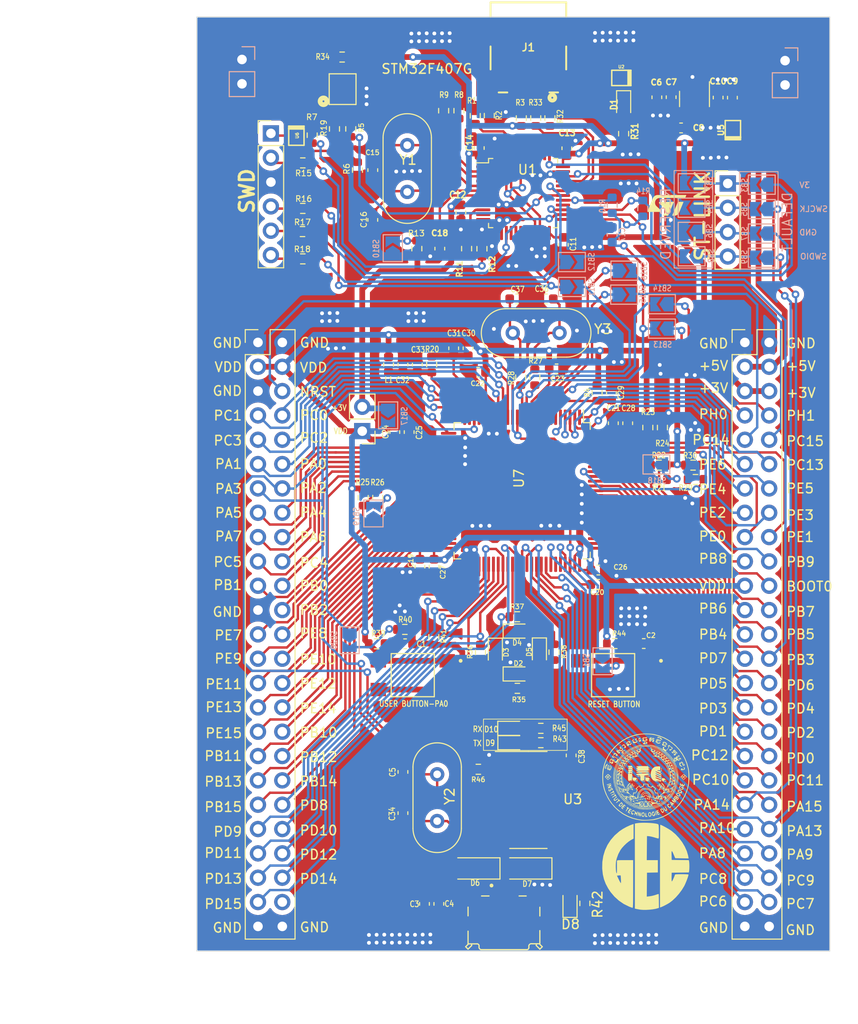
<source format=kicad_pcb>
(kicad_pcb (version 20221018) (generator pcbnew)
  (layers (0 "F.Cu" signal) (31 "B.Cu" signal) (34 "B.Paste" user) (35 "F.Paste" user) (36 "B.SilkS" user "B.Silkscreen") (37 "F.SilkS" user "F.Silkscreen") (38 "B.Mask" user) (39 "F.Mask" user) (44 "Edge.Cuts" user))
  (net 0 "")
  (net 1 "+5V")
  (net 2 "GND")
  (net 3 "Net-(U7-VCAP_1)")
  (net 4 "Net-(U7-VCAP_2)")
  (net 5 "Net-(U4-BYP)")
  (net 6 "Net-(U4-VOUT)")
  (net 7 "+3V0")
  (net 8 "Net-(U1-PD0)")
  (net 9 "Net-(U1-PD1)")
  (net 10 "Net-(SB10-B)")
  (net 11 "Net-(J1-VBUS)")
  (net 12 "USB_DM")
  (net 13 "USB_DP")
  (net 14 "Net-(J1-ID)")
  (net 15 "Net-(J2-Pin_1)")
  (net 16 "Net-(J2-Pin_2)")
  (net 17 "Net-(J2-Pin_4)")
  (net 18 "Net-(J2-Pin_5)")
  (net 19 "Net-(J2-Pin_6)")
  (net 20 "Net-(J3-Pin_1)")
  (net 21 "Net-(J3-Pin_2)")
  (net 22 "Net-(J3-Pin_3)")
  (net 23 "Net-(J3-Pin_4)")
  (net 24 "Net-(U1-BOOT0)")
  (net 25 "Net-(R5-Pad2)")
  (net 26 "LED_STLINK")
  (net 27 "Net-(R19-Pad2)")
  (net 28 "Net-(R7-Pad1)")
  (net 29 "AIN_1")
  (net 30 "Net-(U1-PC13)")
  (net 31 "Net-(U1-PC14)")
  (net 32 "Net-(U1-PA8)")
  (net 33 "T_SWDIO_IN")
  (net 34 "T_JTMS")
  (net 35 "T_JTCK")
  (net 36 "T_NRST")
  (net 37 "T_SWO")
  (net 43 "T_JTDO")
  (net 44 "T_JTDI")
  (net 46 "SWIM_IN")
  (net 47 "SWIM")
  (net 49 "STM_JTMS")
  (net 50 "STM_JTCK")
  (net 54 "SWIM_RST_IN")
  (net 55 "SWIM_RST")
  (net 56 "Net-(J1-D-)")
  (net 57 "Net-(J1-D+)")
  (net 58 "VDD")
  (net 59 "Net-(D1-A)")
  (net 60 "PA14")
  (net 61 "PA13")
  (net 62 "NRST")
  (net 63 "PB3")
  (net 64 "MCO")
  (net 65 "Net-(R34-Pad1)")
  (net 66 "VBAT")
  (net 67 "Net-(U7-VREF+)")
  (net 68 "VDDA")
  (net 69 "Net-(C36-Pad1)")
  (net 70 "Net-(C37-Pad1)")
  (net 71 "PB2")
  (net 72 "PB6")
  (net 73 "PB9")
  (net 74 "PE2")
  (net 75 "PE3")
  (net 76 "PE4")
  (net 77 "PE5")
  (net 78 "PE6")
  (net 79 "PC13")
  (net 80 "PC0")
  (net 81 "PC1")
  (net 82 "PC2")
  (net 83 "PC3")
  (net 84 "PA0")
  (net 85 "PA1")
  (net 86 "PA2")
  (net 87 "PA3")
  (net 88 "PA4")
  (net 89 "PA5")
  (net 90 "PA6")
  (net 91 "PA7")
  (net 92 "PC4")
  (net 93 "PC5")
  (net 94 "PB0")
  (net 95 "PB1")
  (net 96 "PE7")
  (net 97 "PE8")
  (net 98 "PE9")
  (net 99 "PE10")
  (net 100 "PE11")
  (net 101 "PE12")
  (net 102 "PE13")
  (net 103 "PE14")
  (net 104 "PE15")
  (net 105 "PB10")
  (net 106 "PB11")
  (net 107 "PB12")
  (net 108 "PB13")
  (net 109 "PB14")
  (net 110 "PB15")
  (net 111 "PD8")
  (net 112 "PD9")
  (net 113 "PD10")
  (net 114 "PD11")
  (net 115 "PD12")
  (net 116 "PD13")
  (net 117 "PD14")
  (net 118 "PD15")
  (net 119 "PC6")
  (net 120 "PC7")
  (net 121 "PC8")
  (net 122 "PC9")
  (net 123 "PA8")
  (net 124 "PA9")
  (net 125 "PA10")
  (net 126 "PA15")
  (net 127 "PC10")
  (net 128 "PC11")
  (net 129 "PC12")
  (net 130 "PD0")
  (net 131 "PD1")
  (net 132 "PD2")
  (net 133 "PD3")
  (net 134 "PD4")
  (net 135 "PD5")
  (net 136 "PD6")
  (net 137 "PD7")
  (net 138 "PB4")
  (net 139 "PB5")
  (net 140 "PB7")
  (net 141 "PB8")
  (net 142 "PE0")
  (net 143 "PE1")
  (net 144 "PH0")
  (net 145 "PH1")
  (net 146 "PC14")
  (net 147 "PC15")
  (net 148 "BOOT0")
  (net 149 "Net-(SB18-A)")
  (net 150 "Net-(SB19-B)")
  (net 151 "Net-(SB14-B)")
  (net 152 "Net-(SB15-A)")
  (net 153 "Net-(SB16-A)")
  (net 154 "Net-(R23-Pad2)")
  (net 155 "Net-(D2-A)")
  (net 156 "Net-(D3-A)")
  (net 157 "Net-(D4-A)")
  (net 158 "Net-(D5-A)")
  (net 159 "Net-(C1-Pad2)")
  (net 160 "Net-(SB20-B)")
  (net 161 "Net-(C1-Pad1)")
  (net 162 "Net-(U3-XI)")
  (net 166 "Net-(U3-XO)")
  (net 167 "Net-(D6-K)")
  (net 168 "Net-(J5-D-)")
  (net 169 "Net-(J5-D+)")
  (net 170 "TXD")
  (net 179 "+5VA")
  (net 180 "Net-(SB1-B)")
  (net 181 "Net-(D8-K)")
  (net 182 "Net-(D9-A)")
  (net 183 "Net-(D10-A)")
  (net 184 "Net-(D7-K)")
  (footprint "Crystal:Crystal_HC49-4H_Vertical" (layer "F.Cu") (at 135.8 52 -90)
    (fp_text reference "Y1")
    (fp_text value "Crystal" hide)
  )
  (footprint "Diode_SMD:D_MiniMELF" (layer "F.Cu") (at 142.825 127.5 180)
    (fp_text reference "D6")
    (fp_text value "LL4148" hide)
  )
  (footprint "Resistor_SMD:R_0603_1608Metric" (layer "F.Cu") (at 142.9 48.93 -90)
    (fp_text reference "R1")
    (fp_text value "100K" hide)
  )
  (footprint "Capacitor_SMD:C_0603_1608Metric" (layer "F.Cu") (at 152.1 62.4 -90)
    (fp_text reference "C11")
    (fp_text value "100nF" hide)
  )
  (footprint "LED_SMD:LED_0603_1608Metric" (layer "F.Cu") (at 145 104.95 -90)
    (fp_text reference "D3")
    (fp_text value "LED" hide)
  )
  (footprint "Resistor_SMD:R_0603_1608Metric" (layer "F.Cu") (at 149.75 114.375 180)
    (fp_text reference "R43")
    (fp_text value "1k5" hide)
  )
  (footprint "Resistor_SMD:R_0603_1608Metric" (layer "F.Cu") (at 132.6 104.05 180)
    (fp_text reference "R39")
    (fp_text value "100" hide)
  )
  (footprint "Resistor_SMD:R_0603_1608Metric" (layer "F.Cu") (at 144.37 48.92 -90)
    (fp_text reference "R2")
    (fp_text value "100K" hide)
  )
  (footprint "Capacitor_SMD:C_0603_1608Metric" (layer "F.Cu") (at 151.4 75.35)
    (fp_text reference "C23")
    (fp_text value "100nF" hide)
  )
  (footprint "Capacitor_SMD:C_0603_1608Metric" (layer "F.Cu") (at 168.27 47.03 90)
    (fp_text reference "C10")
    (fp_text value "100nF" hide)
  )
  (footprint "BAT60JFILM:SOD323" (layer "F.Cu") (at 124.22 51.01 90)
    (fp_text reference "U6")
    (fp_text value "BAT60JFILM" hide)
  )
  (footprint "Capacitor_SMD:C_0603_1608Metric" (layer "F.Cu") (at 155.75 97.85)
    (fp_text reference "C20")
    (fp_text value "2.2uF" hide)
  )
  (footprint "Resistor_SMD:R_0603_1608Metric" (layer "F.Cu") (at 138.35 74.9 90)
    (fp_text reference "R20")
    (fp_text value "47" hide)
  )
  (footprint "Resistor_SMD:R_0603_1608Metric" (layer "F.Cu") (at 149.75 112.875 180)
    (fp_text reference "R45")
    (fp_text value "1k5" hide)
  )
  (footprint "Resistor_SMD:R_0603_1608Metric" (layer "F.Cu") (at 143.6 62.81 90)
    (fp_text reference "R12")
    (fp_text value "4K7" hide)
  )
  (footprint "Resistor_SMD:R_0603_1608Metric" (layer "F.Cu") (at 165.9 86.9)
    (fp_text reference "R29")
    (fp_text value "4.7k" hide)
  )
  (footprint "LED_SMD:LED_0603_1608Metric" (layer "F.Cu") (at 146.7375 112.875)
    (fp_text reference "D10")
    (fp_text value "LED" hide)
  )
  (footprint "Capacitor_SMD:C_0603_1608Metric" (layer "F.Cu") (at 157.325 81.025 90)
    (fp_text reference "C21")
    (fp_text value "100nF" hide)
  )
  (footprint "Resistor_SMD:R_0603_1608Metric" (layer "F.Cu") (at 130.6 54.6 90)
    (fp_text reference "R6")
    (fp_text value "10K" hide)
  )
  (footprint "Resistor_SMD:R_0603_1608Metric" (layer "F.Cu") (at 136.8 62.8 90)
    (fp_text reference "R13")
    (fp_text value "100K" hide)
  )
  (footprint "Resistor_SMD:R_0603_1608Metric" (layer "F.Cu") (at 135.55 102.55)
    (fp_text reference "R40")
    (fp_text value "330" hide)
  )
  (footprint "Capacitor_SMD:C_0603_1608Metric" (layer "F.Cu") (at 161.87 47 -90)
    (fp_text reference "C6")
    (fp_text value "1uF" hide)
  )
  (footprint "Resistor_SMD:R_0603_1608Metric" (layer "F.Cu") (at 129 42.8)
    (fp_text reference "R34")
    (fp_text value "0" hide)
  )
  (footprint "BAT60JFILM:SOD323" (layer "F.Cu") (at 158.16 44.98)
    (fp_text reference "U2")
    (fp_text value "BAT60JFILM" hide)
  )
  (footprint "Resistor_SMD:R_0603_1608Metric" (layer "F.Cu") (at 149.125 76.225 -90)
    (fp_text reference "R27")
    (fp_text value "0" hide)
  )
  (footprint "Capacitor_SMD:C_0603_1608Metric" (layer "F.Cu") (at 132.2 54.6 -90)
    (fp_text reference "C15")
    (fp_text value "20pF" hide)
  )
  (footprint "Capacitor_SMD:C_0603_1608Metric" (layer "F.Cu") (at 134.5 81.95 90)
    (fp_text reference "C24")
    (fp_text value "100nF" hide)
  )
  (footprint "Resistor_SMD:R_0603_1608Metric" (layer "F.Cu") (at 124.89 63.87)
    (fp_text reference "R18")
    (fp_text value "22" hide)
  )
  (footprint "Capacitor_SMD:C_0603_1608Metric" (layer "F.Cu") (at 139.2 62.8 -90)
    (fp_text reference "C18")
    (fp_text value "100nF" hide)
  )
  (footprint "Resistor_SMD:R_0603_1608Metric" (layer "F.Cu") (at 138.575 103.325 -90)
    (fp_text reference "R41")
    (fp_text value "220K" hide)
  )
  (footprint "ITC:stlink" (layer "F.Cu") (at 162.822987 58.284599)
    (fp_text reference "G***" hide)
    (fp_text value "LOGO" hide)
  )
  (footprint "Resistor_SMD:R_0603_1608Metric" (layer "F.Cu") (at 154.35 131.15 90)
    (fp_text reference "R42")
    (fp_text value "1k5" hide)
  )
  (footprint "Resistor_SMD:R_0603_1608Metric" (layer "F.Cu") (at 128.2 50.3 90)
    (fp_text reference "R19")
    (fp_text value "100R" hide)
  )
  (footprint "Connector_PinHeader_2.54mm:PinHeader_1x02_P2.54mm_Vertical" (layer "F.Cu") (at 131.1 81.85 180)
    (fp_text reference "J4" hide)
    (fp_text value "Conn_01x02_Pin" hide)
  )
  (footprint "Capacitor_SMD:C_0603_1608Metric" (layer "F.Cu") (at 135.575 104.05 180)
    (fp_text reference "C1")
    (fp_text value "100nF" hide)
  )
  (footprint "Capacitor_SMD:C_0603_1608Metric" (layer "F.Cu") (at 152.92 115.7 90)
    (fp_text reference "C38")
    (fp_text value "100nF" hide)
  )
  (footprint "Capacitor_SMD:C_0603_1608Metric" (layer "F.Cu") (at 142.15 73.2 90)
    (fp_text reference "C30")
    (fp_text value "1uF" hide)
  )
  (footprint "Capacitor_SMD:C_0603_1608Metric" (layer "F.Cu") (at 136 81.95 90)
    (fp_text reference "C25")
    (fp_text value "100nF" hide)
  )
  (footprint "Resistor_SMD:R_0603_1608Metric" (layer "F.Cu") (at 147.65 76.225 -90)
    (fp_text reference "R28")
    (fp_text value "220" hide)
  )
  (footprint "Resistor_SMD:R_0603_1608Metric" (layer "F.Cu") (at 162.1 86.9 180)
    (fp_text reference "R21")
    (fp_text value "510" hide)
  )
  (footprint "Resistor_SMD:R_0603_1608Metric" (layer "F.Cu") (at 132.72 88.79 -90)
    (fp_text reference "R26")
    (fp_text value "510" hide)
  )
  (footprint "Resistor_SMD:R_0603_1608Metric" (layer "F.Cu") (at 160.925 81.475 -90)
    (fp_text reference "R23")
    (fp_text value "N/A" hide)
  )
  (footprint "Resistor_SMD:R_0603_1608Metric" (layer "F.Cu") (at 139.6 48.4 -90)
    (fp_text reference "R9")
    (fp_text value "10K" hide)
  )
  (footprint "Inductor_SMD:L_0603_1608Metric" (layer "F.Cu") (at 133.85 74.9 -90)
    (fp_text reference "L1")
    (fp_text value "L" hide)
  )
  (footprint "Package_TO_SOT_SMD:SOT-23-5" (layer "F.Cu") (at 165.8 47.175 -90)
    (fp_text reference "U4" hide)
    (fp_text value "LD3985M33R_SOT23" hide)
  )
  (footprint "Resistor_SMD:R_0603_1608Metric" (layer "F.Cu") (at 142 62.8 90)
    (fp_text reference "R11")
    (fp_text value "4K7" hide)
  )
  (footprint "Capacitor_SMD:C_0603_1608Metric" (layer "F.Cu") (at 137.6 131.2 -90)
    (fp_text reference "C3")
    (fp_text value "10uF" hide)
  )
  (footprint "Capacitor_SMD:C_0603_1608Metric" (layer "F.Cu") (at 160.5 104.025 180)
    (fp_text reference "C2")
    (fp_text value "100nF" hide)
  )
  (footprint "Capacitor_SMD:C_0603_1608Metric" (layer "F.Cu") (at 141.4 59 -90)
    (fp_text reference "C12")
    (fp_text value "100nF" hide)
  )
  (footprint "micro conn type AB:TE_1981584-1" (layer "F.Cu") (at 145.9 133.225)
    (fp_text reference "J5" hide)
    (fp_text value "USB_A" hide)
  )
  (footprint "Connector_PinHeader_2.54mm:PinHeader_2x25_P2.54mm_Vertical" (layer "F.Cu") (at 120.21 72.59)
    (fp_text reference "P1" hide)
    (fp_text value "Conn_02x25_Odd_Even" hide)
  )
  (footprint "Package_QFP:LQFP-48_7x7mm_P0.5mm" (layer "F.Cu") (at 147.9 57)
    (fp_text reference "U1")
    (fp_text value "STM32F103CBTx" hide)
  )
  (footprint "Capacitor_SMD:C_0603_1608Metric" (layer "F.Cu") (at 137.125 96 -90)
    (fp_text reference "C19")
    (fp_text value "2.2uF" hide)
  )
  (footprint "Button_SMD:SW_TL3305CF160QG" (layer "F.Cu") (at 136.375 107.325 180)
    (fp_text reference "S1" hide)
    (fp_text value "TL3305CF160QG" hide)
  )
  (footprint "Connector_PinHeader_2.54mm:PinHeader_1x04_P2.54mm_Vertical" (layer "F.Cu") (at 169.275 56)
    (fp_text reference "J3" hide)
    (fp_text value "Conn_01x04" hide)
  )
  (footprint "Resistor_SMD:R_0603_1608Metric" (layer "F.Cu") (at 143.225 117.15 180)
    (fp_text reference "R46")
    (fp_text value "1k5" hide)
  )
  (footprint "Diode_SMD:D_MiniMELF" (layer "F.Cu") (at 148.25 127.5 180)
    (fp_text reference "D7")
    (fp_text value "LL4148" hide)
  )
  (footprint "Resistor_SMD:R_0603_1608Metric" (layer "F.Cu") (at 124.89 53.85)
    (fp_text reference "R15")
    (fp_text value "22" hide)
  )
  (footprint "Capacitor_SMD:C_0603_1608Metric" (layer "F.Cu") (at 138.6 96 -90)
    (fp_text reference "C27")
    (fp_text value "100nF" hide)
  )
  (footprint "Capacitor_SMD:C_0603_1608Metric" (layer "F.Cu") (at 143.2 75.7 180)
    (fp_text reference "C22")
    (fp_text value "100nF" hide)
  )
  (footprint "LED_SMD:LED_0603_1608Metric" (layer "F.Cu") (at 147.3 102.725)
    (fp_text reference "D4")
    (fp_text value "LED" hide)
  )
  (footprint "Capacitor_SMD:C_0603_1608Metric" (layer "F.Cu") (at 136.85 74.9 90)
    (fp_text reference "C33")
    (fp_text value "100nF" hide)
  )
  (footprint "Capacitor_SMD:C_0603_1608Metric" (layer "F.Cu") (at 152.47 52.32 90)
    (fp_text reference "C13")
    (fp_text value "100nF" hide)
  )
  (footprint "Connector_PinHeader_2.54mm:PinHeader_2x25_P2.54mm_Vertical" (layer "F.Cu") (at 171.06 72.59)
    (fp_text reference "P2" hide)
    (fp_text value "Conn_02x25_Odd_Even" hide)
  )
  (footprint "Resistor_SMD:R_0603_1608Metric" (layer "F.Cu") (at 147.3 101.225)
    (fp_text reference "R37")
    (fp_text value "680" hide)
  )
  (footprint "Resistor_SMD:R_0603_1608Metric" (layer "F.Cu") (at 125.87 50.96 -90)
    (fp_text reference "R7")
    (fp_text value "100" hide)
  )
  (footprint "Capacitor_SMD:C_0603_1608Metric" (layer "F.Cu") (at 147.275 68.05)
    (fp_text reference "C37")
    (fp_text value "20pF" hide)
  )
  (footprint "Capacitor_SMD:C_0603_1608Metric" (layer "F.Cu") (at 164.4 50.2 180)
    (fp_text reference "C8")
    (fp_text value "10nF" hide)
  )
  (footprint "Resistor_SMD:R_0603_1608Metric" (layer "F.Cu") (at 150.7 49.165 -90)
    (fp_text reference "R32")
    (fp_text value "0" hide)
  )
  (footprint "Capacitor_SMD:C_0603_1608Metric" (layer "F.Cu") (at 135.35 117.425 90)
    (fp_text reference "C5")
    (fp_text value "22pF" hide)
  )
  (footprint "Capacitor_SMD:C_0603_1608Metric" (layer "F.Cu") (at 158.825 81.025 90)
    (fp_text reference "C28")
    (fp_text value "100nF" hide)
  )
  (footprint "Crystal:Crystal_HC49-4H_Vertical" (layer "F.Cu") (at 138.925 117.675 -90)
    (fp_text reference "Y2")
    (fp_text value "12Mhz" hide)
  )
  (footprint "Resistor_SMD:R_0603_1608Metric" (layer "F.Cu") (at 143.45 104.95 -90)
    (fp_text reference "R36")
    (fp_text value "680" hide)
  )
  (footprint "150141RB73100:3528" (layer "F.Cu") (at 129.05 46.15 90)
    (fp_text reference "U8" hide)
    (fp_text value "150141RB73100" hide)
  )
  (footprint "Resistor_SMD:R_0603_1608Metric" (layer "F.Cu") (at 165.65 85.4)
    (fp_text reference "R30")
    (fp_text value "4.7k" hide)
  )
  (footprint "Resistor_SMD:R_0603_1608Metric" (layer "F.Cu") (at 141.2 48.4 -90)
    (fp_text reference "R8")
    (fp_text value "10K" hide)
  )
  (footprint "Resistor_SMD:R_0603_1608Metric" (layer "F.Cu") (at 157.475 104.025)
    (fp_text reference "R44")
    (fp_text value "100k" hide)
  )
  (footprint "Resistor_SMD:R_0603_1608Metric" (layer "F.Cu") (at 155.625 77.85 -90)
    (fp_text reference "R4")
    (fp_text value "N/A" hide)
  )
  (footprint "Resistor_SMD:R_0603_1608Metric" (layer "F.Cu") (at 124.89 58.6)
    (fp_text reference "R16")
    (fp_text value "22" hide)
  )
  (footprint "LED_SMD:LED_0603_1608Metric" (layer "F.Cu") (at 158.4 47.8 -90)
    (fp_text reference "D1")
    (fp_text value "LED" hide)
  )
  (footprint "Resistor_SMD:R_0603_1608Metric" (layer "F.Cu") (at 124.86 61.02)
    (fp_text reference "R17")
    (fp_text value "22" hide)
  )
  (footprint "Capacitor_SMD:C_0603_1608Metric" (layer "F.Cu") (at 139.1 131.2 -90)
    (fp_text reference "C4")
    (fp_text value "100nF" hide)
  )
  (footprint "Capacitor_SMD:C_0603_1608Metric" (layer "F.Cu") (at 140.65 73.2 90)
    (fp_text reference "C31")
    (fp_text value "100nF" hide)
  )
  (footprint "Capacitor_SMD:C_0603_1608Metric" (layer "F.Cu") (at 150.275 68.05 180)
    (fp_text reference "C36")
    (fp_text value "20pF" hide)
  )
  (footprint "LED_SMD:LED_0603_1608Metric" (layer "F.Cu") (at 152.8 131.125 90)
    (fp_text reference "D8")
    (fp_text value "LED" hide)
  )
  (footprint "Crystal:Crystal_HC49-4H_Vertical" (layer "F.Cu") (at 151.7 71.6 180)
    (fp_text reference "Y3")
    (fp_text value "8MHz" hide)
  )
  (footprint "LED_SMD:LED_0603_1608Metric" (layer "F.Cu") (at 149.6 104.925 -90)
    (fp_text reference "D5")
    (fp_text value "LED" hide)
  )
  (footprint "Mini_usb:usb_mini" (layer "F.Cu") (at 148.45 41.795 180)
    (fp_text reference "J1")
    (fp_text value "USB_B_Micro" hide)
  )
  (footprint "Button_SMD:SW_TL3305CF160QG" (layer "F.Cu") (at 157.3 107.325 180)
    (fp_text reference "S2" hide)
    (fp_text value "TL3305CF160QG" hide)
  )
  (footprint "Capacitor_SMD:C_0603_1608Metric" (layer "F.Cu") (at 163.36 46.99 -90)
    (fp_text reference "C7")
    (fp_text value "100nF" hide)
  )
  (footprint "ITC:GEE_logo" (layer "F.Cu") (at 160.639572 127.255771)
    (fp_text reference "G***" hide)
    (fp_text value "LOGO" hide)
  )
  (footprint "Connector_PinHeader_2.54mm:PinHeader_1x06_P2.54mm_Vertical" (layer "F.Cu") (at 121.56 50.77)
    (fp_text reference "J2" hide)
    (fp_text value "Conn_01x06" hide)
  )
  (footprint "Resistor_SMD:R_0603_1608Metric" (layer "F.Cu") (at 162.45 81.475 90)
    (fp_text reference "R24")
    (fp_text value "0" hide)
  )
  (footprint "ITC:Logox10" (layer "F.Cu") (at 160.72 117.98)
    (fp_text reference "G***" hide)
    (fp_text value "LOGO" hide)
  )
  (footprint "Capacitor_SMD:C_0603_1608Metric" (layer "F.Cu") (at 135.35 74.9 90)
    (fp_text reference "C32")
    (fp_text value "1uF" hide)
  )
  (footprint "Resistor_SMD:R_0603_1608Metric" (layer "F.Cu") (at 147.3 108.7)
    (fp_text reference "R35")
    (fp_text value "680" hide)
  )
  (footprint "Resistor_SMD:R_0603_1608Metric" (layer "F.Cu") (at 162.1 85.4 180)
    (fp_text reference "R22")
    (fp_text value "N/A" hide)
  )
  (footprint "Resistor_SMD:R_0603_1608Metric" (layer "F.Cu") (at 131.2 88.8 -90)
    (fp_text reference "R25")
    (fp_text value "10K" hide)
  )
  (footprint "Package_SO:SOIC-16_3.9x9.9mm_P1.27mm" (layer "F.Cu") (at 148.45 120.355)
    (fp_text reference "U3")
    (fp_text value "CH340G" hide)
  )
  (footprint "Resistor_SMD:R_0603_1608Metric" (layer "F.Cu") (at 151.125 104.925 -90)
    (fp_text reference "R38")
    (fp_text value "680" hide)
  )
  (footprint "Capacitor_SMD:C_0603_1608Metric" (layer "F.Cu") (at 155.75 96.35)
    (fp_text reference "C26")
    (fp_text value "100nF" hide)
  )
  (footprint "LED_SMD:LED_0603_1608Metric" (layer "F.Cu") (at 147.3 107.2)
    (fp_text reference "D2")
    (fp_text value "LED" hide)
  )
  (footprint "Resistor_SMD:R_0603_1608Metric" (layer "F.Cu") (at 149.22 49.165 -90)
    (fp_text reference "R33")
    (fp_text value "0" hide)
  )
  (footprint "Package_QFP:LQFP-100_14x14mm_P0.5mm" (layer "F.Cu") (at 147.8 88.075 -90)
    (fp_text reference "U7")
    (fp_text value "STM32F407VGTx" hide)
  )
  (footprint "Resistor_SMD:R_0603_1608Metric" (layer "F.Cu") (at 158.4 50.8 90)
    (fp_text reference "R31")
    (fp_text value "1K" hide)
  )
  (footprint "LED_SMD:LED_0603_1608Metric" (layer "F.Cu") (at 146.75 114.375)
    (fp_text reference "D9")
    (fp_text value "LED" hide)
  )
  (footprint "Capacitor_SMD:C_0603_1608Metric" (layer "F.Cu") (at 169.76 47.04 90)
    (fp_text reference "C9")
    (fp_text value "1uF" hide)
  )
  (footprint "Capacitor_SMD:C_0603_1608Metric" (layer "F.Cu") (at 157.125 77.85 90)
    (fp_text reference "C29")
    (fp_text value "1uF" hide)
  )
  (footprint "Resistor_SMD:R_0603_1608Metric" (layer "F.Cu") (at 147.71 49.165 -90)
    (fp_text reference "R3")
    (fp_text value "1k5" hide)
  )
  (footprint "Resistor_SMD:R_0603_1608Metric" (layer "F.Cu") (at 129.9 50.3 90)
    (fp_text reference "R5")
    (fp_text value "100R" hide)
  )
  (footprint "Capacitor_SMD:C_0603_1608Metric" (layer "F.Cu") (at 135.35 121.725 90)
    (fp_text reference "C34")
    (fp_text value "22pF" hide)
  )
  (footprint "Capacitor_SMD:C_0603_1608Metric" (layer "F.Cu") (at 132.2 59.8 -90)
    (fp_text reference "C16")
    (fp_text value "20pF" hide)
  )
  (footprint "Capacitor_SMD:C_0603_1608Metric" (layer "F.Cu") (at 143.32 52.3 90)
    (fp_text reference "C14")
    (fp_text value "100nF" hide)
  )
  (footprint "BAT60JFILM:SOD323" (layer "F.Cu") (at 169.81 50.43 -90)
    (fp_text reference "U5")
    (fp_text value "BAT60JFILM" hide)
  )
  (footprint "Jumper:SolderJumper-2_P1.3mm_Open_TrianglePad1.0x1.5mm" (layer "B.Cu") (at 172.825 61.225 180)
    (fp_text reference "SB7")
    (fp_text value "Jumper_2_Bridged" hide)
  )
  (footprint "Jumper:SolderJumper-2_P1.3mm_Open_TrianglePad1.0x1.5mm" (layer "B.Cu") (at 129.775 103.675 -90)
    (fp_text reference "SB20")
    (fp_text value "Jumper_2_Bridged" hide)
  )
  (footprint "Capacitor_SMD:C_0603_1608Metric" (layer "B.Cu") (at 157.2 61.35 90)
    (fp_text reference "C17")
    (fp_text value "20Pf" hide)
  )
  (footprint "Jumper:SolderJumper-2_P1.3mm_Open_TrianglePad1.0x1.5mm" (layer "B.Cu") (at 172.825 63.75 180)
    (fp_text reference "SB9")
    (fp_text value "Jumper_2_Bridged" hide)
  )
  (footprint "Jumper:SolderJumper-2_P1.3mm_Open_TrianglePad1.0x1.5mm" (layer "B.Cu") (at 153 66.8)
    (fp_text reference "SB11")
    (fp_text value "Jumper_2_Bridged" hide)
  )
  (footprint "Resistor_SMD:R_0603_1608Metric" (layer "B.Cu") (at 157.2 58.275 -90)
    (fp_text reference "R10")
    (fp_text value "100" hide)
  )
  (footprint "Jumper:SolderJumper-2_P1.3mm_Open_TrianglePad1.0x1.5mm" (layer "B.Cu") (at 165.5 63.6 180)
    (fp_text reference "SB8")
    (fp_text value "Jumper_2_Bridged" hide)
  )
  (footprint "Jumper:SolderJumper-2_P1.3mm_Open_TrianglePad1.0x1.5mm" (layer "B.Cu") (at 134.29 62.75 90)
    (fp_text reference "SB10")
    (fp_text value "Jumper_2_Bridged" hide)
  )
  (footprint "Jumper:SolderJumper-2_P1.3mm_Open_TrianglePad1.0x1.5mm" (layer "B.Cu") (at 158.45 67.6)
    (fp_text reference "SB16")
    (fp_text value "Jumper_2_Bridged" hide)
  )
  (footprint "Jumper:SolderJumper-2_P1.3mm_Open_TrianglePad1.0x1.5mm" (layer "B.Cu") (at 133.8 80.2 -90)
    (fp_text reference "SB17")
    (fp_text value "Jumper_2_Bridged" hide)
  )
  (footprint "Jumper:SolderJumper-2_P1.3mm_Open_TrianglePad1.0x1.5mm" (layer "B.Cu") (at 161.825 85.325 180)
    (fp_text reference "SB18")
    (fp_text value "Jumper_2_Bridged" hide)
  )
  (footprint "Jumper:SolderJumper-2_P1.3mm_Open_TrianglePad1.0x1.5mm" (layer "B.Cu") (at 162.4 68.6 180)
    (fp_text reference "SB14")
    (fp_text value "Jumper_2_Bridged" hide)
  )
  (footprint "Resistor_SMD:R_0603_1608Metric" (layer "B.Cu") (at 160.4 58.6 90)
    (fp_text reference "R14")
    (fp_text value "100" hide)
  )
  (footprint "Jumper:SolderJumper-2_P1.3mm_Open_TrianglePad1.0x1.5mm" (layer "B.Cu") (at 172.825 58.675 180)
    (fp_text reference "SB5")
    (fp_text value "Jumper_2_Bridged" hide)
  )
  (footprint "Jumper:SolderJumper-2_P1.3mm_Open_TrianglePad1.0x1.5mm" (layer "B.Cu") (at 165.5 61.05 180)
    (fp_text reference "SB6")
    (fp_text value "Jumper_2_Bridged" hide)
  )
  (footprint "Jumper:SolderJumper-2_P1.3mm_Open_TrianglePad1.0x1.5mm" (layer "B.Cu") (at 132.27 90.445 90)
    (fp_text reference "SB19")
    (fp_text value "Jumper_2_Bridged" hide)
  )
  (footprint "Jumper:SolderJumper-2_P1.3mm_Open_TrianglePad1.0x1.5mm" (layer "B.Cu") (at 162.4 71.15 180)
    (fp_text reference "SB13")
    (fp_text value "Jumper_2_Bridged" hide)
  )
  (footprint "Jumper:SolderJumper-2_P1.3mm_Open_TrianglePad1.0x1.5mm" (layer "B.Cu") (at 156.2 105.875 -90)
    (fp_text reference "SB1")
    (fp_text value "Jumper_2_Bridged" hide)
  )
  (footprint "Jumper:SolderJumper-2_P1.3mm_Open_TrianglePad1.0x1.5mm" (layer "B.Cu") (at 165.5 58.525 180)
    (fp_text reference "SB4")
    (fp_text value "Jumper_2_Bridged" hide)
  )
  (footprint "Connector_PinHeader_2.54mm:PinHeader_1x02_P2.54mm_Vertical" (layer "B.Cu") (at 175.26 43.175 180)
    (fp_text reference "J7" hide)
    (fp_text value "Conn_01x02_Pin" hide)
  )
  (footprint "Jumper:SolderJumper-2_P1.3mm_Open_TrianglePad1.0x1.5mm" (layer "B.Cu") (at 172.825 56.125 180)
    (fp_text reference "SB3")
    (fp_text value "Jumper_2_Bridged" hide)
  )
  (footprint "Jumper:SolderJumper-2_P1.3mm_Open_TrianglePad1.0x1.5mm" (layer "B.Cu") (at 165.5 55.975 180)
    (fp_text reference "SB2")
    (fp_text value "Jumper_2_Bridged" hide)
  )
  (footprint "Jumper:SolderJumper-2_P1.3mm_Open_TrianglePad1.0x1.5mm" (layer "B.Cu") (at 153 64.2)
    (fp_text reference "SB12")
    (fp_text value "Jumper_2_Bridged" hide)
  )
  (footprint "Jumper:SolderJumper-2_P1.3mm_Open_TrianglePad1.0x1.5mm" (layer "B.Cu") (at 158.475 65.1)
    (fp_text reference "SB15")
    (fp_text value "Jumper_2_Bridged" hide)
  )
  (footprint "Connector_PinHeader_2.54mm:PinHeader_1x02_P2.54mm_Vertical" (layer "B.Cu") (at 118.54 43.055 180)
    (fp_text reference "J6" hide)
    (fp_text value "Conn_01x02_Pin" hide)
  )
  (gr_rect (start 170.5 54.7625) (end 174.525 64.9375) (stroke (width 0.1)) (fill none) (layer "B.SilkS"))
  (gr_rect (start 163.675 54.65) (end 167.7 64.825) (stroke (width 0.1)) (fill none) (layer "B.SilkS"))
  (gr_rect (start 143.76 111.91) (end 152.5 115.18) (stroke (width 0.08)) (fill none) (layer "F.SilkS"))
  (gr_rect (start 113.83 38.62) (end 179.93 136.12) (stroke (width 0.1)) (fill none) (layer "Edge.Cuts"))
  (gr_text "DEFAULT" (at 176.08 56.82 90) (layer "B.SilkS") (effects (font (size 1 1) (thickness 0.125)) (justify left bottom mirror)))
  (gr_text "RESERVED" (at 163.39 56.38 90) (layer "B.SilkS") (effects (font (size 1 1) (thickness 0.125)) (justify left bottom mirror)))
  (gr_text "SWDIO\n" (at 179.68 63.97) (layer "B.SilkS") (effects (font (size 0.6 0.6) (thickness 0.1)) (justify left bottom mirror)))
  (gr_text "3V\n" (at 177.92 56.52) (layer "B.SilkS") (effects (font (size 0.6 0.6) (thickness 0.1)) (justify left bottom mirror)))
  (gr_text "GND" (at 178.65 61.46) (layer "B.SilkS") (effects (font (size 0.6 0.6) (thickness 0.1)) (justify left bottom mirror)))
  (gr_text "SWCLK\n" (at 179.78 59.01) (layer "B.SilkS") (effects (font (size 0.6 0.6) (thickness 0.1)) (justify left bottom mirror)))
  (gr_text "PC7" (at 175.28 131.78) (layer "F.SilkS") (effects (font (size 1 1)) (justify left bottom)))
  (gr_text "PB2" (at 124.49 101.1) (layer "F.SilkS") (effects (font (size 1 1)) (justify left bottom)))
  (gr_text "PE2" (at 166.17 90.94) (layer "F.SilkS") (effects (font (size 1 1)) (justify left bottom)))
  (gr_text "PC11" (at 175.31 118.89) (layer "F.SilkS") (effects (font (size 1 1)) (justify left bottom)))
  (gr_text "PC8" (at 166.17 129.18) (layer "F.SilkS") (effects (font (size 1 1)) (justify left bottom)))
  (gr_text "PE11" (at 114.628095 108.85) (layer "F.SilkS") (effects (font (size 1 1)) (justify left bottom)))
  (gr_text "GND\n" (at 115.39 134.275) (layer "F.SilkS") (effects (font (size 1 1)) (justify left bottom)))
  (gr_text "PB10" (at 124.49 113.9) (layer "F.SilkS") (effects (font (size 1 1)) (justify left bottom)))
  (gr_text "GND\n" (at 124.49 134.23) (layer "F.SilkS") (effects (font (size 1 1)) (justify left bottom)))
  (gr_text "PE4" (at 166.17 88.51) (layer "F.SilkS") (effects (font (size 1 1)) (justify left bottom)))
  (gr_text "ST-LINK" (at 167.51 64.26 90) (layer "F.SilkS") (effects (font (size 1.5 1.5) (thickness 0.25) bold) (justify left bottom)))
  (gr_text "PB7" (at 175.31 101.29) (layer "F.SilkS") (effects (font (size 1 1)) (justify left bottom)))
  (gr_text "PA5" (at 115.628095 90.96) (layer "F.SilkS") (effects (font (size 1 1)) (justify left bottom)))
  (gr_text "PC3" (at 115.485238 83.425) (layer "F.SilkS") (effects (font (size 1 1)) (justify left bottom)))
  (gr_text "+3V" (at 166.17 77.94) (layer "F.SilkS") (effects (font (size 1 1)) (justify left bottom)))
  (gr_text "+5V\n" (at 166.17 75.61) (layer "F.SilkS") (effects (font (size 1 1)) (justify left bottom)))
  (gr_text "PC0" (at 124.49 80.77) (layer "F.SilkS") (effects (font (size 1 1)) (justify left bottom)))
  (gr_text "PB3" (at 175.31 106.31) (layer "F.SilkS") (effects (font (size 1 1)) (justify left bottom)))
  (gr_text "PA8" (at 166.17 126.5) (layer "F.SilkS") (effects (font (size 1 1)) (justify left bottom)))
  (gr_text "PD5" (at 166.17 108.79) (layer "F.SilkS") (effects (font (size 1 1)) (justify left bottom)))
  (gr_text "PD11" (at 114.532857 126.47) (layer "F.SilkS") (effects (font (size 1 1)) (justify left bottom)))
  (gr_text "TX" (at 143.13 114.44) (layer "F.SilkS") (effects (font (size 0.6 0.5) (thickness 0.1) bold)))
  (gr_text "PE14" (at 124.49 111.375) (layer "F.SilkS") (effects (font (size 1 1)) (justify left bottom)))
  (gr_text "PB0" (at 124.49 98.57) (layer "F.SilkS") (effects (font (size 1 1)) (justify left bottom)))
  (gr_text "PD4" (at 175.31 111.4) (layer "F.SilkS") (effects (font (size 1 1)) (justify left bottom)))
  (gr_text "GND\n" (at 124.49 73.21) (layer "F.SilkS") (effects (font (size 1 1)) (justify left bottom)))
  (gr_text "PC14" (at 165.47 83.35) (layer "F.SilkS") (effects (font (size 1 1)) (justify left bottom)))
  (gr_text "PB6" (at 166.17 100.95) (layer "F.SilkS") (effects (font (size 1 1)) (justify left bottom)))
  (gr_text "PC9" (at 175.31 129.35) (layer "F.SilkS") (effects (font (size 1 1)) (justify left bottom)))
  (gr_text "PH0" (at 166.17 80.67) (layer "F.SilkS") (effects (font (size 1 1)) (justify left bottom)))
  (gr_text "USER BUTTON-PA0" (at 132.81 110.66) (layer "F.SilkS") (effects (font (size 0.6 0.5) (thickness 0.1) bold) (justify left bottom)))
  (gr_text "PA4" (at 124.49 90.92) (layer "F.SilkS") (effects (font (size 1 1)) (justify left bottom)))
  (gr_text "PE3" (at 175.31 91.21) (layer "F.SilkS") (effects (font (size 1 1)) (justify left bottom)))
  (gr_text "PB11" (at 114.532857 116.35) (layer "F.SilkS") (effects (font (size 1 1)) (justify left bottom)))
  (gr_text "GND\n" (at 166.17 134.28) (layer "F.SilkS") (effects (font (size 1 1)) (justify left bottom)))
  (gr_text "PD0" (at 175.31 116.59) (layer "F.SilkS") (effects (font (size 1 1)) (justify left bottom)))
  (gr_text "+5V\n" (at 175.31 75.64) (layer "F.SilkS") (effects (font (size 1 1)) (justify left bottom)))
  (gr_text "PC13" (at 175.31 85.97) (layer "F.SilkS") (effects (font (size 1 1)) (justify left bottom)))
  (gr_text "PE13" (at 114.628095 111.25) (layer "F.SilkS") (effects (font (size 1 1)) (justify left bottom)))
  (gr_text "PC1" (at 115.485238 80.81) (layer "F.SilkS") (effects (font (size 1 1)) (justify left bottom)))
  (gr_text "PB13" (at 114.532857 119.025) (layer "F.SilkS") (effects (font (size 1 1)) (justify left bottom)))
  (gr_text "GND\n" (at 115.39 78.24) (layer "F.SilkS") (effects (font (size 1 1)) (justify left bottom)))
  (gr_text "PH1" (at 175.31 80.82) (layer "F.SilkS") (effects (font (size 1 1)) (justify left bottom)))
  (gr_text "RESET BUTTON" (at 154.6 110.71) (layer "F.SilkS") (effects (font (size 0.6 0.5) (thickness 0.1) bold) (justify left bottom)))
  (gr_text "PC5" (at 115.485238 96.1) (layer "F.SilkS") (effects (font (size 1 1)) (justify left bottom)))
  (gr_text "GND\n" (at 115.39 101.31) (layer "F.SilkS") (effects (font (size 1 1)) (justify left bottom)))
  (gr_text "PE5" (at 175.31 88.42) (layer "F.SilkS") (effects (font (size 1 1)) (justify left bottom)))
  (gr_text "PD3" (at 166.17 111.39) (layer "F.SilkS") (effects (font (size 1 1)) (justify left bottom)))
  (gr_text "PC10" (at 165.44 118.83) (layer "F.SilkS") (effects (font (size 1 1)) (justify left bottom)))
  (gr_text "PD10" (at 124.49 124.12) (layer "F.SilkS") (effects (font (size 1 1)) (justify left bottom)))
  (gr_text "PB9\n" (at 175.31 96.09) (layer "F.SilkS") (effects (font (size 1 1)) (justify left bottom)))
  (gr_text "SWD\n" (at 119.94 59.3 90) (layer "F.SilkS") (effects (font (size 1.5 1.5) (thickness 0.3) bold) (justify left bottom)))
  (gr_text "PE0" (at 166.17 93.42) (layer "F.SilkS") (effects (font (size 1 1)) (justify left bottom)))
  (gr_text "PD12" (at 124.49 126.64) (layer "F.SilkS") (effects (font (size 1 1)) (justify left bottom)))
  (gr_text "PB5" (at 175.31 103.65) (layer "F.SilkS") (effects (font (size 1 1)) (justify left bottom)))
  (gr_text "PD8" (at 124.49 121.5) (layer "F.SilkS") (effects (font (size 1 1)) (justify left bottom)))
  (gr_text "PA14" (at 165.62 121.44) (layer "F.SilkS") (effects (font (size 1 1)) (justify left bottom)))
  (gr_text "NRST\n" (at 124.49 78.33) (layer "F.SilkS") (effects (font (size 1 1)) (justify left bottom)))
  (gr_text "GND\n" (at 115.39 73.23) (layer "F.SilkS") (effects (font (size 1 1)) (justify left bottom)))
  (gr_text "PA1" (at 115.628095 85.86) (layer "F.SilkS") (effects (font (size 1 1)) (justify left bottom)))
  (gr_text "VDD" (at 124.49 75.81) (layer "F.SilkS") (effects (font (size 1 1)) (justify left bottom)))
  (gr_text "PA6" (at 124.49 93.49) (layer "F.SilkS") (effects (font (size 1 1)) (justify left bottom)))
  (gr_text "PD6" (at 175.31 108.96) (layer "F.SilkS") (effects (font (size 1 1)) (justify left bottom)))
  (gr_text "GND\n" (at 175.31 73.27) (layer "F.SilkS") (effects (font (size 1 1)) (justify left bottom)))
  (gr_text "GND\n" (at 166.17 73.29) (layer "F.SilkS") (effects (font (size 1 1)) (justify left bottom)))
  (gr_text "PA9" (at 175.31 126.63) (layer "F.SilkS") (effects (font (size 1 1)) (justify left bottom)))
  (gr_text "PB1" (at 115.485238 98.5) (layer "F.SilkS") (effects (font (size 1 1)) (justify left bottom)))
  (gr_text "PD13" (at 114.532857 129.16) (layer "F.SilkS") (effects (font (size 1 1)) (justify left bottom)))
  (gr_text "PE7" (at 115.580476 103.75) (layer "F.SilkS") (effects (font (size 1 1)) (justify left bottom)))
  (gr_text "PD2" (at 175.31 113.92) (layer "F.SilkS") (effects (font (size 1 1)) (justify left bottom)))
  (gr_text "PA2" (at 124.49 88.37) (layer "F.SilkS") (effects (font (size 1 1)) (justify left bottom)))
  (gr_text "PD14" (at 124.49 129.175) (layer "F.SilkS") (effects (font (size 1 1)) (justify left bottom)))
  (gr_text "PB12" (at 124.49 116.46) (layer "F.SilkS") (effects (font (size 1 1)) (justify left bottom)))
  (gr_text "PC2\n" (at 124.49 83.14) (layer "F.SilkS") (effects (font (size 1 1)) (justify left bottom)))
  (gr_text "PE8" (at 124.49 103.55) (layer "F.SilkS") (effects (font (size 1 1)) (justify left bottom)))
  (gr_text "PA0" (at 124.49 85.86) (layer "F.SilkS") (effects (font (size 1 1)) (justify left bottom)))
  (gr_text "PA13" (at 175.31 124.18) (layer "F.SilkS") (effects (font (size 1 1)) (justify left bottom)))
  (gr_text "PE1" (at 175.31 93.49) (layer "F.SilkS") (effects (font (size 1 1)) (justify left bottom)))
  (gr_text "PC12" (at 165.34 116.27) (layer "F.SilkS") (effects (font (size 1 1)) (justify left bottom)))
  (gr_text "PA7" (at 115.628095 93.42) (layer "F.SilkS") (effects (font (size 1 1)) (justify left bottom)))
  (gr_text "VDD" (at 166.17 98.58) (layer "F.SilkS") (effects (font (size 1 1)) (justify left bottom)))
  (gr_text "PD7" (at 166.17 106.14) (layer "F.SilkS") (effects (font (size 1 1)) (justify left bottom)))
  (gr_text "PB15" (at 114.532857 121.675) (layer "F.SilkS") (effects (font (size 1 1)) (justify left bottom)))
  (gr_text "PD15" (at 114.532857 131.8) (layer "F.SilkS") (effects (font (size 1 1)) (justify left bottom)))
  (gr_text "PD1" (at 166.17 113.78) (layer "F.SilkS") (effects (font (size 1 1)) (justify left bottom)))
  (gr_text "PE15" (at 114.628095 113.97) (layer "F.SilkS") (effects (font (size 1 1)) (justify left bottom)))
  (gr_text "VDD" (at 115.580476 75.75) (layer "F.SilkS") (effects (font (size 1 1)) (justify left bottom)))
  (gr_text "PE9" (at 115.580476 106.18) (layer "F.SilkS") (effects (font (size 1 1)) (justify left bottom)))
  (gr_text "PC15" (at 175.31 83.48) (layer "F.SilkS") (effects (font (size 1 1)) (justify left bottom)))
  (gr_text "PE12" (at 124.49 108.8) (layer "F.SilkS") (effects (font (size 1 1)) (justify left bottom)))
  (gr_text "PD9" (at 115.485238 124.25) (layer "F.SilkS") (effects (font (size 1 1)) (justify left bottom)))
  (gr_text "PB4" (at 166.17 103.66) (layer "F.SilkS") (effects (font (size 1 1)) (justify left bottom)))
  (gr_text "RX" (at 143.15 112.96) (layer "F.SilkS") (effects (font (size 0.6 0.5) (thickness 0.1) bold)))
  (gr_text "STM32F407G" (at 133.01 44.62) (layer "F.SilkS") (effects (font (size 1 1)) (justify left bottom)))
  (gr_text "PA3" (at 115.628095 88.46) (layer "F.SilkS") (effects (font (size 1 1)) (justify left bottom)))
  (gr_text "PE6" (at 166.17 85.92) (layer "F.SilkS") (effects (font (size 1 1)) (justify left bottom)))
  (gr_text "+3V" (at 175.31 78.44) (layer "F.SilkS") (effects (font (size 1 1)) (justify left bottom)))
  (gr_text "+3V" (at 128.7 79.42) (layer "F.SilkS") (effects (font (size 0.6 0.5) (thickness 0.1) bold)))
  (gr_text "PB14" (at 124.49 119) (layer "F.SilkS") (effects (font (size 1 1)) (justify left bottom)))
  (gr_text "PB8" (at 166.17 95.75) (layer "F.SilkS") (effects (font (size 1 1)) (justify left bottom)))
  (gr_text "PA10" (at 166.17 123.87) (layer "F.SilkS") (effects (font (size 1 1)) (justify left bottom)))
  (gr_text "PE10" (at 124.49 106.26) (layer "F.SilkS") (effects (font (size 1 1)) (justify left bottom)))
  (gr_text "PC6" (at 166.17 131.53) (layer "F.SilkS") (effects (font (size 1 1)) (justify left bottom)))
  (gr_text "PA15" (at 175.31 121.63) (layer "F.SilkS") (effects (font (size 1 1)) (justify left bottom)))
  (gr_text "VDD" (at 128.85 81.85) (layer "F.SilkS") (effects (font (size 0.6 0.5) (thickness 0.1) bold)))
  (gr_text "PC4" (at 124.49 96.18) (layer "F.SilkS") (effects (font (size 1 1)) (justify left bottom)))
  (gr_text "GND\n" (at 175.23 134.52) (layer "F.SilkS") (effects (font (size 1 1)) (justify left bottom)))
  (gr_text "BOOT0" (at 175.31 98.65) (layer "F.SilkS") (effects (font (size 1 1)) (justify left bottom)))
  (segment (start 159.38 45) (end 161.91 45) (width 0.6) (layer "F.Cu") (net 1))
  (segment (start 166.75 46.0375) (end 166.75 43.42) (width 0.6) (layer "F.Cu") (net 1))
  (segment (start 163.36 46.215) (end 164.6725 46.215) (width 0.6) (layer "F.Cu") (net 1))
  (segment (start 166.77 43.4) (end 170.42 43.4) (width 0.6) (layer "F.Cu") (net 1))
  (segment (start 161.91 46.185) (end 161.87 46.225) (width 0.6) (layer "F.Cu") (net 1))
  (segment (start 161.88 46.215) (end 161.87 46.225) (width 0.6) (layer "F.Cu") (net 1))
  (segment (start 161.91 45) (end 161.91 46.185) (width 0.6) (layer "F.Cu") (net 1))
  (segment (start 175.22 69.33) (end 175.22 73.86) (width 0.6) (layer "F.Cu") (net 1))
  (segment (start 164.6725 46.215) (end 164.85 46.0375) (width 0.6) (layer "F.Cu") (net 1))
  (segment (start 159.36 44.98) (end 159.38 45) (width 0.6) (layer "F.Cu") (net 1))
  (segment (start 163.36 46.215) (end 161.88 46.215) (width 0.6) (layer "F.Cu") (net 1))
  (segment (start 173.95 75.13) (end 173.6 75.13) (width 0.6) (layer "F.Cu") (net 1))
  (segment (start 172.49 45.47) (end 172.49 66.6) (width 0.6) (layer "F.Cu") (net 1))
  (segment (start 170.42 43.4) (end 172.49 45.47) (width 0.6) (layer "F.Cu") (net 1))
  (segment (start 161.91 45) (end 163.51 43.4) (width 0.6) (layer "F.Cu") (net 1))
  (segment (start 175.22 73.86) (end 173.95 75.13) (width 0.6) (layer "F.Cu") (net 1))
  (segment (start 166.75 43.42) (end 166.77 43.4) (width 0.6) (layer "F.Cu") (net 1))
  (segment (start 172.49 66.6) (end 175.22 69.33) (width 0.6) (layer "F.Cu") (net 1))
  (segment (start 171.06 75.13) (end 173.6 75.13) (width 0.6) (layer "F.Cu") (net 1))
  (segment (start 163.51 43.4) (end 166.77 43.4) (width 0.6) (layer "F.Cu") (net 1))
  (segment (start 153.3 94.884315) (end 153.3 95.75) (width 0.25) (layer "F.Cu") (net 2))
  (segment (start 144.925685 51.31) (end 145.65 52.034315) (width 0.25) (layer "F.Cu") (net 2))
  (segment (start 144.3 80.4) (end 144.3 78.913604) (width 0.25) (layer "F.Cu") (net 2))
  (segment (start 148.265 129.17) (end 147.2 130.235) (width 0.4) (layer "F.Cu") (net 2))
  (segment (start 165.59 44.88) (end 165.8 45.09) (width 0.3) (layer "F.Cu") (net 2))
  (segment (start 141.845 82.575) (end 140.125 82.575) (width 0.25) (layer "F.Cu") (net 2))
  (segment (start 141.4 59.775) (end 141.4 60.8) (width 0.3) (layer "F.Cu") (net 2))
  (segment (start 150.15 61.1625) (end 150.15 62.78) (width 0.3) (layer "F.Cu") (net 2))
  (segment (start 149.3 80.4) (end 149.3 78.901978) (width 0.25) (layer "F.Cu") (net 2))
  (segment (start 152.175 76.026978) (end 152.175 75.35) (width 0.25) (layer "F.Cu") (net 2))
  (segment (start 145.65 52.034315) (end 145.65 52.8375) (width 0.25) (layer "F.Cu") (net 2))
  (segment (start 150.740632 55.032927) (end 151.008959 54.7646) (width 0.25) (layer "F.Cu") (net 2))
  (segment (start 151.008959 54.7646) (end 152.0479 54.7646) (width 0.25) (layer "F.Cu") (net 2))
  (segment (start 146.09 48.54) (end 144.885 49.745) (width 0.3) (layer "F.Cu") (net 2))
  (segment (start 144.885 49.745) (end 144.37 49.745) (width 0.3) (layer "F.Cu") (net 2))
  (segment (start 142.425 77.038604) (end 142.425 75.7) (width 0.25) (layer "F.Cu") (net 2))
  (segment (start 139.2 63.575) (end 138.225 63.575) (width 0.3) (layer "F.Cu") (net 2))
  (segment (start 144.3 78.913604) (end 142.425 77.038604) (width 0.25) (layer "F.Cu") (net 2))
  (segment (start 144.31 82.11) (end 144.3 82.1) (width 0.25) (layer "F.Cu") (net 2))
  (segment (start 148.81 62.85) (end 148.65 62.69) (width 0.3) (layer "F.Cu") (net 2))
  (segment (start 157.3 80.25) (end 157.325 80.25) (width 0.25) (layer "F.Cu") (net 2))
  (segment (start 148.65 62.69) (end 148.65 61.1625) (width 0.3) (layer "F.Cu") (net 2))
  (segment (start 149.3 78.901978) (end 152.175 76.026978) (width 0.25) (layer "F.Cu") (net 2))
  (segment (start 144.3 82.1) (end 144.3 80.4) (width 0.25) (layer "F.Cu") (net 2))
  (segment (start 143.6 61.985) (end 143.6 60.8) (width 0.3) (layer "F.Cu") (net 2))
  (segment (start 165.8 45.09) (end 165.8 46.0375) (width 0.3) (layer "F.Cu") (net 2))
  (segment (start 149.08 129.17) (end 148.265 129.17) (width 0.4) (layer "F.Cu") (net 2))
  (segment (start 143.7375 57.75) (end 144.9 57.75) (width 0.25) (layer "F.Cu") (net 2))
  (segment (start 144.9 57.75) (end 145.35 58.2) (width 0.25) (layer "F.Cu") (net 2))
  (segment (start 152.0479 54.7646) (end 152.0625 54.75) (width 0.25) (layer "F.Cu") (net 2))
  (segment (start 153.814623 94.126709) (end 153.814623 94.369692) (width 0.25) (layer "F.Cu") (net 2))
  (segment (start 152.1 63.175) (end 152.075 63.15) (width 0.3) (layer "F.Cu") (net 2))
  (segment (start 153.814623 94.369692) (end 153.3 94.884315) (width 0.25) (layer "F.Cu") (net 2))
  (segment (start 138.225 63.575) (end 138.2 63.6) (width 0.3) (layer "F.Cu") (net 2))
  (segment (start 147.2 130.235) (end 147.2 130.25) (width 0.4) (layer "F.Cu") (net 2))
  (segment (start 147.2 130.25) (end 147.2 130.55) (width 0.25) (layer "F.Cu") (net 2))
  (segment (start 141.85 82.57) (end 141.845 82.575) (width 0.25) (layer "F.Cu") (net 2))
  (via (at 158.15 100.35) (size 0.8) (drill 0.4) (layers "F.Cu" "B.Cu") (net 2))
  (via (at 127.525 73.25) (size 0.8) (drill 0.4) (layers "F.Cu" "B.Cu") (net 2))
  (via (at 144.65 62.54) (size 0.8) (drill 0.4) (layers "F.Cu" "B.Cu") (net 2))
  (via (at 157.9 108.76) (size 0.8) (drill 0.4) (layers "F.Cu" "B.Cu") (net 2))
  (via (at 131.55 47.725) (size 0.8) (drill 0.4) (layers "F.Cu" "B.Cu") (net 2))
  (via (at 146.09 48.54) (size 0.8) (drill 0.4) (layers "F.Cu" "B.Cu") (net 2))
  (via (at 160.625 102.025) (size 0.8) (drill 0.4) (layers "F.Cu" "B.Cu") (net 2))
  (via (at 166.66 50.17) (size 0.8) (drill 0.4) (layers "F.Cu" "B.Cu") (net 2))
  (via (at 136.1 96.56) (size 0.8) (drill 0.4) (layers "F.Cu" "B.Cu") (net 2))
  (via (at 156.21 40.26) (size 0.8) (drill 0.4) (layers "F.Cu" "B.Cu") (net 2))
  (via (at 158.3 52.975) (size 0.8) (drill 0.4) (layers "F.Cu" "B.Cu") (net 2))
  (via (at 137.52 69.52) (size 0.8) (drill 0.4) (layers "F.Cu" "B.Cu") (net 2))
  (via (at 137.83 41.14) (size 0.8) (drill 0.4) (layers "F.Cu" "B.Cu") (net 2))
  (via (at 154.025 88.454781) (size 0.8) (drill 0.4) (layers "F.Cu" "B.Cu") (net 2))
  (via (at 127.7 70.35) (size 0.8) (drill 0.4) (layers "F.Cu" "B.Cu") (net 2))
  (via (at 158.925 55.975) (size 0.8) (drill 0.4) (layers "F.Cu" "B.Cu") (net 2))
  (via (at 128.5 70.34) (size 0.8) (drill 0.4) (layers "F.Cu" "B.Cu") (net 2))
  (via (at 150.72 129.23) (size 0.8) (drill 0.4) (layers "F.Cu" "B.Cu") (net 2))
  (via (at 149 70.36) (size 0.8) (drill 0.4) (layers "F.Cu" "B.Cu") (net 2))
  (via (at 131.55 46.9) (size 0.8) (drill 0.4) (layers "F.Cu" "B.Cu") (net 2))
  (via (at 148.52 104.17) (size 0.8) (drill 0.4) (layers "F.Cu" "B.Cu") (net 2))
  (via (at 143.6 60.8) (size 0.8) (drill 0.4) (layers "F.Cu" "B.Cu") (net 2))
  (via (at 146.22 103.9) (size 0.8) (drill 0.4) (layers "F.Cu" "B.Cu") (net 2))
  (via (at 144.925685 51.31) (size 0.8) (drill 0.4) (layers "F.Cu" "B.Cu") (net 2))
  (via (at 168.31 50.16) (size 0.8) (drill 0.4) (layers "F.Cu" "B.Cu") (net 2))
  (via (at 134.2 135.255) (size 0.8) (drill 0.4) (layers "F.Cu" "B.Cu") (net 2))
  (via (at 157.8 135.29) (size 0.8) (drill 0.4) (layers "F.Cu" "B.Cu") (net 2))
  (via (at 135.55 100.67) (size 0.8) (drill 0.4) (layers "F.Cu" "B.Cu") (net 2))
  (via (at 136.23 41.17) (size 0.8) (drill 0.4) (layers "F.Cu" "B.Cu") (net 2))
  (via (at 132.6 135.245) (size 0.8) (drill 0.4) (layers "F.Cu" "B.Cu") (net 2))
  (via (at 135.92 70.37) (size 0.8) (drill 0.4) (layers "F.Cu" "B.Cu") (net 2))
  (via (at 159.75 56) (size 0.8) (drill 0.4) (layers "F.Cu" "B.Cu") (net 2))
  (via (at 136.61 135.25) (size 0.8) (drill 0.4) (layers "F.Cu" "B.Cu") (net 2))
  (via (at 159.4 134.44) (size 0.8) (drill 0.4) (layers "F.Cu" "B.Cu") (net 2))
  (via (at 159.125 52.95) (size 0.8) (drill 0.4) (layers "F.Cu" "B.Cu") (net 2))
  (via (at 164.825 88.825) (size 0.8) (drill 0.4) (layers "F.Cu" "B.Cu") (net 2))
  (via (at 137.125 54.7) (size 0.8) (drill 0.4) (layers "F.Cu" "B.Cu") (net 2))
  (via (at 158.21 74.63) (size 0.8) (drill 0.4) (layers "F.Cu" "B.Cu") (net 2))
  (via (at 141.85 83.56) (size 0.8) (drill 0.4) (layers "F.Cu" "B.Cu") (net 2))
  (via (at 158.975 100.35) (size 0.8) (drill 0.4) (layers "F.Cu" "B.Cu") (net 2))
  (via (at 144.31 82.11) (size 0.8) (drill 0.4) (layers "F.Cu" "B.Cu") (net 2))
  (via (at 141.986043 94.261043) (size 0.8) (drill 0.4) (layers "F.Cu" "B.Cu") (net 2))
  (via (at 159.42 41.06) (size 0.8) (drill 0.4) (layers "F.Cu" "B.Cu") (net 2))
  (via (at 165.575 89.4) (size 0.8) (drill 0.4) (layers "F.Cu" "B.Cu") (net 2))
  (via (at 138.63 41.16) (size 0.8) (drill 0.4) (layers "F.Cu" "B.Cu") (net 2))
  (via (at 161.46 48.9) (size 0.8) (drill 0.4) (layers "F.Cu" "B.Cu") (net 2))
  (via (at 158.62 41.07) (size 0.8) (drill 0.4) (layers "F.Cu" "B.Cu") (net 2))
  (via (at 128.35 73.2) (size 0.8) (drill 0.4) (layers "F.Cu" "B.Cu") (net 2))
  (via (at 162.25 48.9) (size 0.8) (drill 0.4) (layers "F.Cu" "B.Cu") (net 2))
  (via (at 135 134.415) (size 0.8) (drill 0.4) (layers "F.Cu" "B.Cu") (net 2))
  (via (at 157 135.27) (size 0.8) (drill 0.4) (layers "F.Cu" "B.Cu") (net 2))
  (via (at 168.32 53.27) (size 0.8) (drill 0.4) (layers "F.Cu" "B.Cu") (net 2))
  (via (at 138.21 134.4) (size 0.8) (drill 0.4) (layers "F.Cu" "B.Cu") (net 2))
  (via (at 157.03 71.43) (size 0.8) (drill 0.4) (layers "F.Cu" "B.Cu") (net 2))
  (via (at 161 134.44) (size 0.8) (drill 0.4) (layers "F.Cu" "B.Cu") (net 2))
  (via (at 138.2 63.6) (size 0.8) (drill 0.4) (layers "F.Cu" "B.Cu") (net 2))
  (via (at 162.17 74.94) (size 0.8) (drill 0.4) (layers "F.Cu" "B.Cu") (net 2))
  (via (at 161 135.26) (size 0.8) (drill 0.4) (layers "F.Cu" "B.Cu") (net 2))
  (via (at 135.475 54.75) (size 0.8) (drill 0.4) (layers "F.Cu" "B.Cu") (net 2))
  (via (at 145.42 59.8245) (size 0.8) (drill 0.4) (layers "F.Cu" "B.Cu") (net 2))
  (via (at 135.8 134.405) (size 0.8) (drill 0.4) (layers "F.Cu" "B.Cu") (net 2))
  (via (at 157 134.45) (size 0.8) (drill 0.4) (layers "F.Cu" "B.Cu") (net 2))
  (via (at 163.04 48.91) (size 0.8) (drill 0.4) (layers "F.Cu" "B.Cu") (net 2))
  (via (at 158.6 135.27) (size 0.8) (drill 0.4) (layers "F.Cu" "B.Cu") (net 2))
  (via (at 137.41 134.41) (size 0.8) (drill 0.4) (layers "F.Cu" "B.Cu") (net 2))
  (via (at 149.91 129.19) (size 0.8) (drill 0.4) (layers "F.Cu" "B.Cu") (net 2))
  (via (at 159 101.175) (size 0.8) (drill 0.4) (layers "F.Cu" "B.Cu") (net 2))
  (via (at 149.08 129.17) (size 0.8) (drill 0.4) (layers "F.Cu" "B.Cu") (net 2))
  (via (at 156.21 41.08) (size 0.8) (drill 0.4) (layers "F.Cu" "B.Cu") (net 2))
  (via (at 157.01 41.07) (size 0.8) (drill 0.4) (layers "F.Cu" "B.Cu") (net 2))
  (via (at 140.23 41.13) (size 0.8) (drill 0.4) (layers "F.Cu" "B.Cu") (net 2))
  (via (at 156.2 134.46) (size 0.8) (drill 0.4) (layers "F.Cu" "B.Cu") (net 2))
  (via (at 141.84 85.3) (size 0.8) (drill 0.4) (layers "F.Cu" "B.Cu") (net 2))
  (via (at 159.825 101.175) (size 0.8) (drill 0.4) (layers "F.Cu" "B.Cu") (net 2))
  (via (at 156.2 135.28) (size 0.8) (drill 0.4) (layers "F.Cu" "B.Cu") (net 2))
  (via (at 153.814623 94.126709) (size 0.8) (drill 0.4) (layers "F.Cu" "B.Cu") (net 2))
  (via (at 156.23 71.41) (size 0.8) (drill 0.4) (layers "F.Cu" "B.Cu") (net 2))
  (via (at 136.72 70.35) (size 0.8) (drill 0.4) (layers "F.Cu" "B.Cu") (net 2))
  (via (at 155.41 41.1) (size 0.8) (drill 0.4) (layers "F.Cu" "B.Cu") (net 2))
  (via (at 158.6 134.45) (size 0.8) (drill 0.4) (layers "F.Cu" "B.Cu") (net 2))
  (via (at 141.85 82.57) (size 0.8) (drill 0.4) (layers "F.Cu" "B.Cu") (net 2))
  (via (at 159.8 100.35) (size 0.8) (drill 0.4) (layers "F.Cu" "B.Cu") (net 2))
  (via (at 151.675 91.725) (size 0.8) (drill 0.4) (layers "F.Cu" "B.Cu") (net 2))
  (via (at 163.325 59.8) (size 0.8) (drill 0.4) (layers "F.Cu" "B.Cu") (net 2))
  (via (at 153.52 71.35) (size 0.8) (drill 0.4) (layers "F.Cu" "B.Cu") (net 2))
  (via (at 168.23 45.15) (size 0.8) (drill 0.4) (layers "F.Cu" "B.Cu") (net 2))
  (via (at 165.832701 76.007299) (size 0.8) (drill 0.4) (layers "F.Cu" "B.Cu") (net 2))
  (via (at 144.85 71.18) (size 0.8) (drill 0.4) (layers "F.Cu" "B.Cu") (net 2))
  (via (at 158.95 102) (size 0.8) (drill 0.4) (layers "F.Cu" "B.Cu") (net 2))
  (via (at 135 135.235) (size 0.8) (drill 0.4) (layers "F.Cu" "B.Cu") (net 2))
  (via (at 160.2 135.28) (size 0.8) (drill 0.4) (layers "F.Cu" "B.Cu") (net 2))
  (via (at 157.82 41.09) (size 0.8) (drill 0.4) (layers "F.Cu" "B.Cu") (net 2))
  (via (at 138.63 40.34) (size 0.8) (drill 0.4) (layers "F.Cu" "B.Cu") (net 2))
  (via (at 131.55 46.075) (size 0.8) (drill 0.4) (layers "F.Cu" "B.Cu") (net 2))
  (via (at 157.65 96.95) (size 0.8) (drill 0.4) (layers "F.Cu" "B.Cu") (net 2))
  (via (at 136.3 54.7) (size 0.8) (drill 0.4) (layers "F.Cu" "B.Cu") (net 2))
  (via (at 136.61 134.43) (size 0.8) (drill 0.4) (layers "F.Cu" "B.Cu") (net 2))
  (via (at 157.01 40.25) (size 0.8) (drill 0.4) (layers "F.Cu" "B.Cu") (net 2))
  (via (at 134.65 54.75) (size 0.8) (drill 0.4) (layers "F.Cu" "B.Cu") (net 2))
  (via (at 149.32 63.61) (size 0.8) (drill 0.4) (layers "F.Cu" "B.Cu") (net 2))
  (via (at 136.72 69.53) (size 0.8) (drill 0.4) (layers "F.Cu" "B.Cu") (net 2))
  (via (at 155.925 62.6) (size 0.8) (drill 0.4) (layers "F.Cu" "B.Cu") (net 2))
  (via (at 140.23 40.31) (size 0.8) (drill 0.4) (layers "F.Cu" "B.Cu") (net 2))
  (via (at 131.8 134.445) (size 0.8) (drill 0.4) (layers "F.Cu" "B.Cu") (net 2))
  (via (at 137.41 135.23) (size 0.8) (drill 0.4) (layers "F.Cu" "B.Cu") (net 2))
  (via (at 153.37 51.53) (size 0.8) (drill 0.4) (layers "F.Cu" "B.Cu") (net 2))
  (via (at 156.97 108.81) (size 0.8) (drill 0.4) (layers "F.Cu" "B.Cu") (net 2))
  (via (at 159.4 135.26) (size 0.8) (drill 0.4) (layers "F.Cu" "B.Cu") (net 2))
  (via (at 139.43 41.14) (size 0.8) (drill 0.4) (layers "F.Cu" "B.Cu") (net 2))
  (via (at 155.41 40.28) (size 0.8) (drill 0.4) (layers "F.Cu" "B.Cu") (net 2))
  (via (at 137.03 41.15) (size 0.8) (drill 0.4) (layers "F.Cu" "B.Cu") (net 2))
  (via (at 158.1 56) (size 0.8) (drill 0.4) (layers "F.Cu" "B.Cu") (net 2))
  (via (at 158.125 101.175) (size 0.8) (drill 0.4) (layers "F.Cu" "B.Cu") (net 2))
  (via (at 141.4 60.8) (size 0.8) (drill 0.4) (layers "F.Cu" "B.Cu") (net 2))
  (via (at 145.35 58.2) (size 0.8) (drill 0.4) (layers "F.Cu" "B.Cu") (net 2))
  (via (at 159.42 40.24) (size 0.8) (drill 0.4) (layers "F.Cu" "B.Cu") (net 2))
  (via (at 144.375 91.725) (size 0.8) (drill 0.4) (layers "F.Cu" "B.Cu") (net 2))
  (via (at 147.18 64.61) (size 0.8) (drill 0.4) (layers "F.Cu" "B.Cu") (net 2))
  (via (at 128.5 69.52) (size 0.8) (drill 0.4) (layers "F.Cu" "B.Cu") (net 2))
  (via (at 144.35 115.65) (size 0.8) (drill 0.4) (layers "F.Cu" "B.Cu") (net 2))
  (via (at 132.6 134.425) (size 0.8) (drill 0.4) (layers "F.Cu" "B.Cu") (net 2))
  (via (at 149.8 91.725) (size 0.8) (drill 0.4) (layers "F.Cu" "B.Cu") (net 2))
  (via (at 160.2 134.46) (size 0.8) (drill 0.4) (layers "F.Cu" "B.Cu") (net 2))
  (via (at 131.8 135.265) (size 0.8) (drill 0.4) (layers "F.Cu" "B.Cu") (net 2))
  (via (at 155.4 134.48) (size 0.8) (drill 0.4) (layers "F.Cu" "B.Cu") (net 2))
  (via (at 133.4 135.235) (size 0.8) (drill 0.4) (layers "F.Cu" "B.Cu") (net 2))
  (via (at 146.36 64.6) (size 0.8) (drill 0.4) (layers "F.Cu" "B.Cu") (net 2))
  (via (at 135.31 96.58) (size 0.8) (drill 0.4) (layers "F.Cu" "B.Cu") (net 2))
  (via (at 154.025 91.4) (size 0.8) (drill 0.4) (layers "F.Cu" "B.Cu") (net 2))
  (via (at 157.38 74.64) (size 0.8) (drill 0.4) (layers "F.Cu" "B.Cu") (net 2))
  (via (at 157.82 40.27) (size 0.8) (drill 0.4) (layers "F.Cu" "B.Cu") (net 2))
  (via (at 142.6 91.74) (size 0.8) (drill 0.4) (layers "F.Cu" "B.Cu") (net 2))
  (via (at 139.43 40.32) (size 0.8) (drill 0.4) (layers "F.Cu" "B.Cu") (net 2))
  (via (at 159.95 52.95) (size 0.8) (drill 0.4) (layers "F.Cu" "B.Cu") (net 2))
  (via (at 166.675 53.325) (size 0.8) (drill 0.4) (layers "F.Cu" "B.Cu") (net 2))
  (via (at 134.54 100.72) (size 0.8) (drill 0.4) (layers "F.Cu" "B.Cu") (net 2))
  (via (at 150.74 91.71) (size 0.8) (drill 0.4) (layers "F.Cu" "B.Cu") (net 2))
  (via (at 167.5 53.325) (size 0.8) (drill 0.4) (layers "F.Cu" "B.Cu") (net 2))
  (via (at 137.03 40.33) (size 0.8) (drill 0.4) (layers "F.Cu" "B.Cu") (net 2))
  (via (at 162.26 75.86) (size 0.8) (drill 0.4) (layers "F.Cu" "B.Cu") (net 2))
  (via (at 146.17 58.2) (size 0.8) (drill 0.4) (layers "F.Cu" "B.Cu") (net 2))
  (via (at 146.23 59.8245) (size 0.8) (drill 0.4) (layers "F.Cu" "B.Cu") (net 2))
  (via (at 150.17 63.6) (size 0.8) (drill 0.4) (layers "F.Cu" "B.Cu") (net 2))
  (via (at 149.925 70.325) (size 0.8) (drill 0.4) (layers "F.Cu" "B.Cu") (net 2))
  (via (at 165.87 81) (size 0.8) (drill 0.4) (layers "F.Cu" "B.Cu") (net 2))
  (via (at 158.62 40.25) (size 0.8) (drill 0.4) (layers "F.Cu" "B.Cu") (net 2))
  (via (at 163.1005 79.9495) (size 0.8) (drill 0.4) (layers "F.Cu" "B.Cu") (net 2))
  (via (at 165.42 81.72) (size 0.8) (drill 0.4) (layers "F.Cu" "B.Cu") (net 2))
  (via (at 126.9 70.37) (size 0.8) (drill 0.4) (layers "F.Cu" "B.Cu") (net 2))
  (via (at 134.2 134.435) (size 0.8) (drill 0.4) (layers "F.Cu" "B.Cu") (net 2))
  (via (at 155.11 62.64) (size 0.8) (drill 0.4) (layers "F.Cu" "B.Cu") (net 2))
  (via (at 133.4 134.415) (size 0.8) (drill 0.4) (layers "F.Cu" "B.Cu") (net 2))
  (via (at 154.025 87.473042) (size 0.8) (drill 0.4) (layers "F.Cu" "B.Cu") (net 2))
  (via (at 165.59 44.88) (size 0.8) (drill 0.4) (layers "F.Cu" "B.Cu") (net 2))
  (via (at 154.29 62.67) (size 0.8) (drill 0.4) (layers "F.Cu" "B.Cu") (net 2))
  (via (at 137.83 40.32) (size 0.8) (drill 0.4) (layers "F.Cu" "B.Cu") (net 2))
  (via (at 158.125 102) (size 0.8) (drill 0.4) (layers "F.Cu" "B.Cu") (net 2))
  (via (at 157.8 134.47) (size 0.8) (drill 0.4) (layers "F.Cu" "B.Cu") (net 2))
  (via (at 142.79 94.23) (size 0.8) (drill 0.4) (layers "F.Cu" "B.Cu") (net 2))
  (via (at 148.87 55.14) (size 0.8) (drill 0.4) (layers "F.Cu" "B.Cu") (net 2))
  (via (at 159.8 102) (size 0.8) (drill 0.4) (layers "F.Cu" "B.Cu") (net 2))
  (via (at 135.92 69.55) (size 0.8) (drill 0.4) (layers "F.Cu" "B.Cu") (net 2))
  (via (at 158.8 108.74) (size 0.8) (drill 0.4) (layers "F.Cu" "B.Cu") (net 2))
  (via (at 150.15 62.78) (size 0.8) (drill 0.4) (layers "F.Cu" "B.Cu") (net 2))
  (via (at 137.52 70.34) (size 0.8) (drill 0.4) (layers "F.Cu" "B.Cu") (net 2))
  (via (at 156.500201 95.424799) (size 0.8) (drill 0.4) (layers "F.Cu" "B.Cu") (net 2))
  (via (at 138.21 135.22) (size 0.8) (drill 0.4) (layers "F.Cu" "B.Cu") (net 2))
  (via (at 143.48 91.73) (size 0.8) (drill 0.4) (layers "F.Cu" "B.Cu") (net 2))
  (via (at 160.65 100.3) (size 0.8) (drill 0.4) (layers "F.Cu" "B.Cu") (net 2))
  (via (at 161.8 134.43) (size 0.8) (drill 0.4) (layers "F.Cu" "B.Cu") (net 2))
  (via (at 169.88 45.15) (size 0.8) (drill 0.4) (layers "F.Cu" "B.Cu") (net 2))
  (via (at 161.8 135.25) (size 0.8) (drill 0.4) (layers "F.Cu" "B.Cu") (net 2))
  (via (at 141.84 84.44) (size 0.8) (drill 0.4) (layers "F.Cu" "B.Cu") (net 2))
  (via (at 154.025 90.418259) (size 0.8) (drill 0.4) (layers "F.Cu" "B.Cu") (net 2))
  (via (at 148.81 62.85) (size 0.8) (drill 0.4) (layers "F.Cu" "B.Cu") (net 2))
  (via (at 167.48 50.18) (size 0.8) (drill 0.4) (layers "F.Cu" "B.Cu") (net 2))
  (via (at 169.14 53.29) (size 0.8) (drill 0.4) (layers "F.Cu" "B.Cu") (net 2))
  (via (at 145.16 82.12) (size 0.8) (drill 0.4) (layers "F.Cu" "B.Cu") (net 2))
  (via (at 164.97 75.95) (size 0.8) (drill 0.4) (layers "F.Cu" "B.Cu") (net 2))
  (via (at 136.23 40.35) (size 0.8) (drill 0.4) (layers "F.Cu" "B.Cu") (net 2))
  (via (at 127.7 69.53) (size 0.8) (drill 0.4) (layers "F.Cu" "B.Cu") (net 2))
  (via (at 169.05 45.16) (size 0.8) (drill 0.4) (layers "F.Cu" "B.Cu") (net 2))
  (via (at 126.9 69.55) (size 0.8) (drill 0.4) (layers "F.Cu" "B.Cu") (net 2))
  (via (at 129.175 73.175) (size 0.8) (drill 0.4) (layers "F.Cu" "B.Cu") (net 2))
  (via (at 155.4 135.3) (size 0.8) (drill 0.4) (layers "F.Cu" "B.Cu") (net 2))
  (via (at 160.65 101.2) (size 0.8) (drill 0.4) (layers "F.Cu" "B.Cu") (net 2))
  (via (at 135.8 135.225) (size 0.8) (drill 0.4) (layers "F.Cu" "B.Cu") (net 2))
  (via (at 150.740632 55.032927) (size 0.8) (drill 0.4) (layers "F.Cu" "B.Cu") (net 2))
  (via (at 166.26 81.74) (size 0.8) (drill 0.4) (layers "F.Cu" "B.Cu") (net 2))
  (via (at 146.58 105.99) (size 0.8) (drill 0.4) (layers "F.Cu" "B.Cu") (net 2))
  (via (at 148.175 70.4) (size 0.8) (drill 0.4) (layers "F.Cu" "B.Cu") (net 2))
  (via (at 154.025 89.43652) (size 0.8) (drill 0.4) (layers "F.Cu" "B.Cu") (net 2))
  (via (at 149.71 55.15) (size 0.8) (drill 0.4) (layers "F.Cu" "B.Cu") (net 2))
  (via (at 135.01 100.04) (size 0.8) (drill 0.4) (layers "F.Cu" "B.Cu") (net 2))
  (segment (start 137.125 94.154692) (end 137.125 95.225) (width 0.25) (layer "F.Cu") (net 3))
  (segment (start 137.704692 93.575) (end 137.125 94.154692) (width 0.25) (layer "F.Cu") (net 3))
  (segment (start 140.125 93.575) (end 137.704692 93.575) (width 0.25) (layer "F.Cu") (net 3))
  (segment (start 153.9 97.85) (end 154.975 97.85) (width 0.25) (layer "F.Cu") (net 4))
  (segment (start 152.8 96.75) (end 153.9 97.85) (width 0.25) (layer "F.Cu") (net 4))
  (segment (start 152.8 95.75) (end 152.8 96.75) (width 0.25) (layer "F.Cu") (net 4))
  (segment (start 164.85 48.3125) (end 164.85 49.875) (width 0.3) (layer "F.Cu") (net 5))
  (segment (start 164.85 49.875) (end 165.175 50.2) (width 0.3) (layer "F.Cu") (net 5))
  (segment (start 169.75 47.805) (end 168.27 47.805) (width 0.25) (layer "F.Cu") (net 6))
  (segment (start 169.76 47.815) (end 169.81 47.865) (width 0.25) (layer "F.Cu") (net 6))
  (segment (start 169.76 47.815) (end 169.75 47.805) (width 0.25) (layer "F.Cu") (net 6))
  (segment (start 167.7625 48.3125) (end 168.27 47.805) (width 0.3) (layer "F.Cu") (net 6))
  (segment (start 166.75 48.3125) (end 167.7625 48.3125) (width 0.3) (layer "F.Cu") (net 6))
  (segment (start 169.81 47.865) (end 169.81 49.23) (width 0.25) (layer "F.Cu") (net 6))
  (segment (start 152.0625 54.25) (end 152.0625 53.5025) (width 0.25) (layer "F.Cu") (net 7))
  (segment (start 132.98 65.14) (end 131.1 67.02) (width 0.6) (layer "F.Cu") (net 7))
  (segment (start 166.8 64.4) (end 164 61.6) (width 0.6) (layer "F.Cu") (net 7))
  (segment (start 140.4 58.4) (end 140.4 63.65) (width 0.6) (layer "F.Cu") (net 7))
  (segment (start 166.8 73.41) (end 166.8 64.4) (width 0.6) (layer "F.Cu") (net 7))
  (segment (start 152.1 61.625) (end 152.125 61.6) (width 0.6) (layer "F.Cu") (net 7))
  (segment (start 131.1 67.02) (end 131.1 79.31) (width 0.6) (layer "F.Cu") (net 7))
  (segment (start 169.64 51.8) (end 158.575 51.8) (width 0.6) (layer "F.Cu") (net 7))
  (segment (start 140.4 64.23) (end 139.49 65.14) (width 0.6) (layer "F.Cu") (net 7))
  (segment (start 156.79 51.8) (end 155.9245 51.8) (width 0.6) (layer "F.Cu") (net 7))
  (segment (start 152.125 61.6) (end 161.775 61.6) (width 0.6) (layer "F.Cu") (net 7))
  (segment (start 143.18 53.215) (end 143.18 53.6925) (width 0.25) (layer "F.Cu") (net 7))
  (segment (start 169.81 51.63) (end 169.64 51.8) (width 0.6) (layer "F.Cu") (net 7))
  (segment (start 151.04375 61.55625) (end 150.65 61.1625) (width 0.25) (layer "F.Cu") (net 7))
  (segment (start 139.49 65.14) (end 132.98 65.14) (width 0.6) (layer "F.Cu") (net 7))
  (segment (start 145.1475 52.84) (end 145.15 52.8375) (width 0.25) (layer "F.Cu") (net 7))
  (segment (start 143.555 52.84) (end 145.1475 52.84) (width 0.25) (layer "F.Cu") (net 7))
  (segment (start 136.86 65.14) (end 136.86 63.685) (width 0.6) (layer "F.Cu") (net 7))
  (segment (start 136.86 63.685) (end 136.8 63.625) (width 0.6) (layer "F.Cu") (net 7))
  (segment (start 143.12 52.875) (end 143.32 53.075) (width 0.6) (layer "F.Cu") (net 7))
  (segment (start 151.1125 61.625) (end 151.04375 61.55625) (width 0.25) (layer "F.Cu") (net 7))
  (segment (start 161.84 61.535) (end 161.84 51.82) (width 0.6) (layer "F.Cu") (net 7))
  (segment (start 143.32 53.075) (end 143.18 53.215) (width 0.25) (layer "F.Cu") (net 7))
  (segment (start 143.7375 58.25) (end 141.425 58.25) (width 0.25) (layer "F.Cu") (net 7))
  (segment (start 147.7 49.98) (end 147.71 49.99) (width 0.6) (layer "F.Cu") (net 7))
  (segment (start 146.78 49.98) (end 147.7 49.98) (width 0.6) (layer "F.Cu") (net 7))
  (segment (start 142.25 52.875) (end 143.12 52.875) (width 0.6) (layer "F.Cu") (net 7))
  (segment (start 158.575 51.8) (end 158.4 51.625) (width 0.6) (layer "F.Cu") (net 7))
  (segment (start 141.425 58.25) (end 141.4 58.225) (width 0.25) (layer "F.Cu") (net 7))
  (segment (start 152.1 61.625) (end 151.1125 61.625) (width 0.25) (layer "F.Cu") (net 7))
  (segment (start 171.06 77.67) (end 173.6 77.67) (width 0.6) (layer "F.Cu") (net 7))
  (segment (start 152.69 52.875) (end 152.47 53.095) (width 0.6) (layer "F.Cu") (net 7))
  (segment (start 140.4 58.4) (end 141.225 58.4) (width 0.6) (layer "F.Cu") (net 7))
  (segment (start 143.18 53.6925) (end 143.7375 54.25) (width 0.25) (layer "F.Cu") (net 7))
  (segment (start 156.79 51.8) (end 158.225 51.8) (width 0.6) (layer "F.Cu") (net 7))
  (segment (start 136.4 42.8) (end 129.825 42.8) (width 0.6) (layer "F.Cu") (net 7))
  (segment (start 152.0625 53.5025) (end 152.47 53.095) (width 0.25) (layer "F.Cu") (net 7))
  (segment (start 140.4 63.65) (end 141.975 63.65) (width 0.6) (layer "F.Cu") (net 7))
  (segment (start 164 61.6) (end 161.775 61.6) (width 0.6) (layer "F.Cu") (net 7))
  (segment (start 153.725 52.875) (end 152.69 52.875) (width 0.6) (layer "F.Cu") (net 7))
  (segment (start 161.775 61.6) (end 161.84 61.535) (width 0.6) (layer "F.Cu") (net 7))
  (segment (start 161.84 51.82) (end 161.82 51.8) (width 0.6) (layer "F.Cu") (net 7))
  (segment (start 158.225 51.8) (end 158.4 51.625) (width 0.6) (layer "F.Cu") (net 7))
  (segment (start 141.225 58.4) (end 141.4 58.225) (width 0.6) (layer "F.Cu") (net 7))
  (segment (start 140.4 63.65) (end 140.4 64.23) (width 0.6) (layer "F.Cu") (net 7))
  (segment (start 171.06 77.67) (end 166.8 73.41) (width 0.6) (layer "F.Cu") (net 7))
  (segment (start 141.975 63.65) (end 142 63.625) (width 0.6) (layer "F.Cu") (net 7))
  (via (at 164.775 51.8) (size 0.8) (drill 0.4) (layers "F.Cu" "B.Cu") (net 7))
  (via (at 142.25 52.875) (size 0.8) (drill 0.4) (layers "F.Cu" "B.Cu") (net 7))
  (via (at 153.725 52.875) (size 0.8) (drill 0.4) (layers "F.Cu" "B.Cu") (net 7))
  (via (at 140.4 58.4) (size 0.8) (drill 0.4) (layers "F.Cu" "B.Cu") (net 7))
  (via (at 136.4 42.8) (size 0.8) (drill 0.4) (layers "F.Cu" "B.Cu") (net 7))
  (via (at 146.78 49.98) (size 0.8) (drill 0.4) (layers "F.Cu" "B.Cu") (net 7))
  (via (at 156.79 51.8) (size 0.8) (drill 0.4) (layers "F.Cu" "B.Cu") (net 7))
  (via (at 155.9245 51.8) (size 0.8) (drill 0.4) (layers "F.Cu" "B.Cu") (net 7))
  (segment (start 142.25 52.875) (end 142.25 49.99) (width 0.6) (layer "B.Cu") (net 7))
  (segment (start 142.24 56.56) (end 140.4 58.4) (width 0.6) (layer "B.Cu") (net 7))
  (segment (start 153.725 52.875) (end 154.8 51.8) (width 0.6) (layer "B.Cu") (net 7))
  (segment (start 164.775 51.8) (end 164.725 51.85) (width 0.6) (layer "B.Cu") (net 7))
  (segment (start 164.725 51.85) (end 164.725 55.975) (width 0.6) (layer "B.Cu") (net 7))
  (segment (start 146.79 49.99) (end 155.04 49.99) (width 0.6) (layer "B.Cu") (net 7))
  (segment (start 146.78 49.98) (end 146.79 49.99) (width 0.6) (layer "B.Cu") (net 7))
  (segment (start 155.04 49.99) (end 156.79 51.74) (width 0.6) (layer "B.Cu") (net 7))
  (segment (start 139.57 42.8) (end 136.4 42.8) (width 0.6) (layer "B.Cu") (net 7))
  (segment (start 142.26 49.98) (end 142.25 49.99) (width 0.6) (layer "B.Cu") (net 7))
  (segment (start 142.25 52.875) (end 142.24 52.885) (width 0.6) (layer "B.Cu") (net 7))
  (segment (start 156.79 51.74) (end 156.79 51.8) (width 0.6) (layer "B.Cu") (net 7))
  (segment (start 142.24 52.885) (end 142.24 56.56) (width 0.6) (layer "B.Cu") (net 7))
  (segment (start 142.25 49.99) (end 142.25 45.48) (width 0.6) (layer "B.Cu") (net 7))
  (segment (start 131.265 79.475) (end 131.1 79.31) (width 0.6) (layer "B.Cu") (net 7))
  (segment (start 146.78 49.98) (end 142.26 49.98) (width 0.6) (layer "B.Cu") (net 7))
  (segment (start 142.25 45.48) (end 139.57 42.8) (width 0.6) (layer "B.Cu") (net 7))
  (segment (start 133.8 79.475) (end 131.265 79.475) (width 0.6) (layer "B.Cu") (net 7))
  (segment (start 154.8 51.8) (end 155.9245 51.8) (width 0.6) (layer "B.Cu") (net 7))
  (segment (start 132.2 53.4) (end 132.2 53.825) (width 0.25) (layer "F.Cu") (net 8))
  (segment (start 135.8 52) (end 133.6 52) (width 0.25) (layer "F.Cu") (net 8))
  (segment (start 142.25 56.25) (end 138 52) (width 0.25) (layer "F.Cu") (net 8))
  (segment (start 143.7375 56.25) (end 142.25 56.25) (width 0.25) (layer "F.Cu") (net 8))
  (segment (start 133.6 52) (end 132.2 53.4) (width 0.25) (layer "F.Cu") (net 8))
  (segment (start 138 52) (end 135.8 52) (width 0.25) (layer "F.Cu") (net 8))
  (segment (start 134.425 56.8) (end 132.2 59.025) (width 0.25) (layer "F.Cu") (net 9))
  (segment (start 143.7375 56.75) (end 135.93 56.75) (width 0.25) (layer "F.Cu") (net 9))
  (segment (start 135.72 56.8) (end 134.425 56.8) (width 0.25) (layer "F.Cu") (net 9))
  (segment (start 135.93 56.75) (end 135.8 56.88) (width 0.25) (layer "F.Cu") (net 9))
  (segment (start 135.8 56.88) (end 135.72 56.8) (width 0.25) (layer "F.Cu") (net 9))
  (segment (start 135.825 61.975) (end 135.8 62) (width 0.25) (layer "F.Cu") (net 10))
  (segment (start 136.85 62.025) (end 139.2 62.025) (width 0.25) (layer "F.Cu") (net 10))
  (segment (start 136.8 61.975) (end 135.825 61.975) (width 0.25) (layer "F.Cu") (net 10))
  (segment (start 136.8 61.975) (end 136.85 62.025) (width 0.25) (layer "F.Cu") (net 10))
  (segment (start 140.524695 57.25) (end 139.2 58.574695) (width 0.25) (layer "F.Cu") (net 10))
  (segment (start 139.2 58.574695) (end 139.2 62.025) (width 0.25) (layer "F.Cu") (net 10))
  (segment (start 143.7375 57.25) (end 140.524695 57.25) (width 0.25) (layer "F.Cu") (net 10))
  (via (at 135.8 62) (size 0.8) (drill 0.4) (layers "F.Cu" "B.Cu") (net 10))
  (segment (start 134.29 62.025) (end 135.775 62.025) (width 0.25) (layer "B.Cu") (net 10))
  (segment (start 135.775 62.025) (end 135.8 62) (width 0.25) (layer "B.Cu") (net 10))
  (segment (start 155.7 43.72) (end 151.28 43.72) (width 0.4) (layer "F.Cu") (net 11))
  (segment (start 151.28 43.72) (end 150.05 44.95) (width 0.4) (layer "F.Cu") (net 11))
  (segment (start 150.05 44.95) (end 150.05 45.77) (width 0.4) (layer "F.Cu") (net 11))
  (segment (start 156.96 44.98) (end 155.7 43.72) (width 0.4) (layer "F.Cu") (net 11))
  (segment (start 155.2 55.4) (end 155.2 51.18) (width 0.25) (layer "F.Cu") (net 12))
  (segment (start 150.705 49.95) (end 150.69 49.935) (width 0.25) (layer "F.Cu") (net 12))
  (segment (start 152.0625 56.25) (end 154.35 56.25) (width 0.25) (layer "F.Cu") (net 12))
  (segment (start 155.2 51.18) (end 153.97 49.95) (width 0.25) (layer "F.Cu") (net 12))
  (segment (start 154.35 56.25) (end 155.2 55.4) (width 0.25) (layer "F.Cu") (net 12))
  (segment (start 153.97 49.95) (end 150.705 49.95) (width 0.25) (layer "F.Cu") (net 12))
  (segment (start 154.75 55.05) (end 154.75 51.414695) (width 0.25) (layer "F.Cu") (net 13))
  (segment (start 154.75 51.414695) (end 154.085305 50.75) (width 0.25) (layer "F.Cu") (net 13))
  (segment (start 154.05 55.75) (end 154.75 55.05) (width 0.25) (layer "F.Cu") (net 13))
  (segment (start 154.085305 50.75) (end 150.035 50.75) (width 0.25) (layer "F.Cu") (net 13))
  (segment (start 150.035 50.75) (end 149.21 49.925) (width 0.25) (layer "F.Cu") (net 13))
  (segment (start 152.0625 55.75) (end 154.05 55.75) (width 0.25) (layer "F.Cu") (net 13))
  (segment (start 147.35 47.3) (end 145.165 47.3) (width 0.25) (layer "F.Cu") (net 14))
  (segment (start 147.65 45.77) (end 147.65 47) (width 0.25) (layer "F.Cu") (net 14))
  (segment (start 145.165 47.3) (end 144.37 48.095) (width 0.25) (layer "F.Cu") (net 14))
  (segment (start 147.65 47) (end 147.35 47.3) (width 0.25) (layer "F.Cu") (net 14))
  (segment (start 123.01 51) (end 124.22 52.21) (width 0.25) (layer "F.Cu") (net 15))
  (segment (start 124.61 52.6) (end 129.425 52.6) (width 0.25) (layer "F.Cu") (net 15))
  (segment (start 124.22 52.21) (end 124.61 52.6) (width 0.25) (layer "F.Cu") (net 15))
  (segment (start 121.56 50.77) (end 121.79 51) (width 0.25) (layer "F.Cu") (net 15))
  (segment (start 129.425 52.6) (end 130.6 53.775) (width 0.25) (layer "F.Cu") (net 15))
  (segment (start 121.79 51) (end 123.01 51) (width 0.25) (layer "F.Cu") (net 15))
  (segment (start 124.065 53.85) (end 122.1 53.85) (width 0.25) (layer "F.Cu") (net 16))
  (segment (start 122.1 53.85) (end 121.56 53.31) (width 0.25) (layer "F.Cu") (net 16))
  (segment (start 121.79 58.62) (end 121.56 58.39) (width 0.25) (layer "F.Cu") (net 17))
  (segment (start 124.045 58.62) (end 121.79 58.62) (width 0.25) (layer "F.Cu") (net 17))
  (segment (start 124.065 58.6) (end 124.045 58.62) (width 0.25) (layer "F.Cu") (net 17))
  (segment (start 123.975 60.96) (end 121.59 60.96) (width 0.25) (layer "F.Cu") (net 18))
  (segment (start 121.59 60.96) (end 121.56 60.93) (width 0.25) (layer "F.Cu") (net 18))
  (segment (start 124.035 61.02) (end 123.975 60.96) (width 0.25) (layer "F.Cu") (net 18))
  (segment (start 124.045 63.85) (end 121.94 63.85) (width 0.25) (layer "F.Cu") (net 19))
  (segment (start 121.94 63.85) (end 121.56 63.47) (width 0.25) (layer "F.Cu") (net 19))
  (segment (start 124.065 63.87) (end 124.045 63.85) (width 0.25) (layer "F.Cu") (net 19))
  (segment (start 171.975 56) (end 172.1 56.125) (width 0.25) (layer "B.Cu") (net 20))
  (segment (start 166.25 56) (end 169.275 56) (width 0.25) (layer "B.Cu") (net 20))
  (segment (start 166.225 55.975) (end 166.25 56) (width 0.25) (layer "B.Cu") (net 20))
  (segment (start 169.275 56) (end 171.975 56) (width 0.25) (layer "B.Cu") (net 20))
  (segment (start 166.225 58.525) (end 166.24 58.54) (width 0.25) (layer "B.Cu") (net 21))
  (segment (start 171.965 58.54) (end 169.275 58.54) (width 0.25) (layer "B.Cu") (net 21))
  (segment (start 166.24 58.54) (end 169.275 58.54) (width 0.25) (layer "B.Cu") (net 21))
  (segment (start 172.1 58.675) (end 171.965 58.54) (width 0.25) (layer "B.Cu") (net 21))
  (segment (start 169.395 61.2) (end 169.275 61.08) (width 0.25) (layer "B.Cu") (net 22))
  (segment (start 172.075 61.2) (end 169.395 61.2) (width 0.25) (layer "B.Cu") (net 22))
  (segment (start 172.1 61.225) (end 172.075 61.2) (width 0.25) (layer "B.Cu") (net 22))
  (segment (start 166.225 61.05) (end 166.255 61.08) (width 0.25) (layer "B.Cu") (net 22))
  (segment (start 166.255 61.08) (end 169.275 61.08) (width 0.25) (layer "B.Cu") (net 22))
  (segment (start 169.275 63.62) (end 171.97 63.62) (width 0.25) (layer "B.Cu") (net 23))
  (segment (start 166.245 63.62) (end 169.275 63.62) (width 0.25) (layer "B.Cu") (net 23))
  (segment (start 171.97 63.62) (end 172.1 63.75) (width 0.25) (layer "B.Cu") (net 23))
  (segment (start 166.225 63.6) (end 166.245 63.62) (width 0.25) (layer "B.Cu") (net 23))
  (segment (start 145.83 50.56) (end 147.15 51.88) (width 0.25) (layer "F.Cu") (net 24))
  (segment (start 142.9 49.755) (end 143.705 50.56) (width 0.25) (layer "F.Cu") (net 24))
  (segment (start 147.15 51.88) (end 147.15 52.8375) (width 0.25) (layer "F.Cu") (net 24))
  (segment (start 143.705 50.56) (end 145.83 50.56) (width 0.25) (layer "F.Cu") (net 24))
  (segment (start 129.06 45.44) (end 129.9 44.6) (width 0.25) (layer "F.Cu") (net 25))
  (segment (start 129.9 49.475) (end 129.06 48.635) (width 0.25) (layer "F.Cu") (net 25))
  (segment (start 129.06 48.635) (end 129.06 45.44) (width 0.25) (layer "F.Cu") (net 25))
  (segment (start 129.9 51.125) (end 128.2 51.125) (width 0.25) (layer "F.Cu") (net 26))
  (segment (start 130.8 51.2) (end 129.975 51.2) (width 0.25) (layer "F.Cu") (net 26))
  (segment (start 129.975 51.2) (end 129.9 51.125) (width 0.25) (layer "F.Cu") (net 26))
  (segment (start 149.97 57.25) (end 152.0625 57.25) (width 0.25) (layer "F.Cu") (net 26))
  (segment (start 149.26 57.96) (end 149.97 57.25) (width 0.25) (layer "F.Cu") (net 26))
  (via (at 149.26 57.96) (size 0.8) (drill 0.4) (layers "F.Cu" "B.Cu") (net 26))
  (via (at 130.8 51.2) (size 0.8) (drill 0.4) (layers "F.Cu" "B.Cu") (net 26))
  (segment (start 130.81 51.21) (end 130.8 51.2) (width 0.25) (layer "B.Cu") (net 26))
  (segment (start 130.81 56.21) (end 130.81 51.21) (width 0.25) (layer "B.Cu") (net 26))
  (segment (start 148.12 59.1) (end 140.725305 59.1) (width 0.25) (layer "B.Cu") (net 26))
  (segment (start 149.26 57.96) (end 148.12 59.1) (width 0.25) (layer "B.Cu") (net 26))
  (segment (start 140.725305 59.1) (end 140.700305 59.125) (width 0.25) (layer "B.Cu") (net 26))
  (segment (start 133.725 59.125) (end 130.81 56.21) (width 0.25) (layer "B.Cu") (net 26))
  (segment (start 140.700305 59.125) (end 133.725 59.125) (width 0.25) (layer "B.Cu") (net 26))
  (segment (start 128.2 47.7) (end 128.2 49.475) (width 0.25) (layer "F.Cu") (net 27))
  (segment (start 125.87 50.135) (end 124.545 50.135) (width 0.25) (layer "F.Cu") (net 28))
  (segment (start 124.545 50.135) (end 124.22 49.81) (width 0.25) (layer "F.Cu") (net 28))
  (segment (start 142.4 61.575) (end 142 61.975) (width 0.25) (layer "F.Cu") (net 29))
  (segment (start 142.4 59.284315) (end 142.4 61.575) (width 0.25) (layer "F.Cu") (net 29))
  (segment (start 143.6 63.635) (end 143.6 63.575) (width 0.25) (layer "F.Cu") (net 29))
  (segment (start 126.75 51.8755) (end 125.9605 51.8755) (width 0.25) (layer "F.Cu") (net 29))
  (segment (start 143.6 63.575) (end 142 61.975) (width 0.25) (layer "F.Cu") (net 29))
  (segment (start 142.934315 58.75) (end 142.4 59.284315) (width 0.25) (layer "F.Cu") (net 29))
  (segment (start 143.7375 58.75) (end 142.934315 58.75) (width 0.25) (layer "F.Cu") (net 29))
  (segment (start 143.6 63.635) (end 143.6 64.6) (width 0.25) (layer "F.Cu") (net 29))
  (segment (start 125.9605 51.8755) (end 125.87 51.785) (width 0.25) (layer "F.Cu") (net 29))
  (via (at 126.75 51.8755) (size 0.8) (drill 0.4) (layers "F.Cu" "B.Cu") (net 29))
  (via (at 143.6 64.6) (size 0.8) (drill 0.4) (layers "F.Cu" "B.Cu") (net 29))
  (segment (start 126.75 53.14) (end 129.04 55.43) (width 0.25) (layer "B.Cu") (net 29))
  (segment (start 129.04 62.27) (end 131.45 64.68) (width 0.25) (layer "B.Cu") (net 29))
  (segment (start 126.75 51.8755) (end 126.75 53.14) (width 0.25) (layer "B.Cu") (net 29))
  (segment (start 143.52 64.68) (end 143.6 64.6) (width 0.25) (layer "B.Cu") (net 29))
  (segment (start 129.04 55.43) (end 129.04 62.27) (width 0.25) (layer "B.Cu") (net 29))
  (segment (start 131.45 64.68) (end 143.52 64.68) (width 0.25) (layer "B.Cu") (net 29))
  (segment (start 141.2 49.225) (end 141.17 49.255) (width 0.25) (layer "F.Cu") (net 30))
  (segment (start 142.55 54.75) (end 143.7375 54.75) (width 0.25) (layer "F.Cu") (net 30))
  (segment (start 141.17 49.255) (end 141.17 53.37) (width 0.25) (layer "F.Cu") (net 30))
  (segment (start 141.17 53.37) (end 142.55 54.75) (width 0.25) (layer "F.Cu") (net 30))
  (segment (start 142.25 55.25) (end 143.7375 55.25) (width 0.25) (layer "F.Cu") (net 31))
  (segment (start 139.6 52.6) (end 142.25 55.25) (width 0.25) (layer "F.Cu") (net 31))
  (segment (start 139.6 49.225) (end 139.6 52.6) (width 0.25) (layer "F.Cu") (net 31))
  (segment (start 153.325 57.75) (end 152.0625 57.75) (width 0.25) (layer "F.Cu") (net 32))
  (via (at 153.325 57.75) (size 0.8) (drill 0.4) (layers "F.Cu" "B.Cu") (net 32))
  (segment (start 156.875 57.775) (end 157.2 57.45) (width 0.25) (layer "B.Cu") (net 32))
  (segment (start 153.35 57.775) (end 156.875 57.775) (width 0.25) (layer "B.Cu") (net 32))
  (segment (start 153.325 57.75) (end 153.35 57.775) (width 0.25) (layer "B.Cu") (net 32))
  (segment (start 158.7245 60.299598) (end 158.174902 59.75) (width 0.25) (layer "F.Cu") (net 33))
  (segment (start 158.174902 59.75) (end 152.0625 59.75) (width 0.25) (layer "F.Cu") (net 33))
  (via (at 158.7245 60.299598) (size 0.8) (drill 0.4) (layers "F.Cu" "B.Cu") (net 33))
  (segment (start 158.7245 60.299598) (end 159.525402 60.299598) (width 0.25) (layer "B.Cu") (net 33))
  (segment (start 159.525402 60.299598) (end 160.4 59.425) (width 0.25) (layer "B.Cu") (net 33))
  (segment (start 150.899504 58.75) (end 152.0625 58.75) (width 0.25) (layer "F.Cu") (net 34))
  (segment (start 150.821754 58.67225) (end 150.821754 58.678344) (width 0.25) (layer "F.Cu") (net 34))
  (segment (start 127.0955 58.6) (end 125.715 58.6) (width 0.25) (layer "F.Cu") (net 34))
  (segment (start 158.25 58.75) (end 159.2 57.8) (width 0.25) (layer "F.Cu") (net 34))
  (segment (start 127.8655 59.37) (end 127.0955 58.6) (width 0.25) (layer "F.Cu") (net 34))
  (segment (start 150.821754 58.678344) (end 150.86841 58.725) (width 0.25) (layer "F.Cu") (net 34))
  (segment (start 152.0625 58.75) (end 158.25 58.75) (width 0.25) (layer "F.Cu") (net 34))
  (segment (start 150.821754 58.67225) (end 150.899504 58.75) (width 0.25) (layer "F.Cu") (net 34))
  (via (at 159.2 57.8) (size 0.8) (drill 0.4) (layers "F.Cu" "B.Cu") (net 34))
  (via (at 127.8655 59.37) (size 0.8) (drill 0.4) (layers "F.Cu" "B.Cu") (net 34))
  (via (at 150.821754 58.67225) (size 0.8) (drill 0.4) (layers "F.Cu" "B.Cu") (net 34))
  (segment (start 159.2 57.8) (end 160.375 57.8) (width 0.25) (layer "B.Cu") (net 34))
  (segment (start 161.3 62.18462) (end 161.3 58.675) (width 0.25) (layer "B.Cu") (net 34))
  (segment (start 131.297208 65.8) (end 150.038604 65.8) (width 0.25) (layer "B.Cu") (net 34))
  (segment (start 164.24038 65.125) (end 161.3 62.18462) (width 0.25) (layer "B.Cu") (net 34))
  (segment (start 151.35 64.488604) (end 151.35 59.200496) (width 0.25) (layer "B.Cu") (net 34))
  (segment (start 161.3 58.675) (end 160.4 57.775) (width 0.25) (layer "B.Cu") (net 34))
  (segment (start 128.14 59.6445) (end 128.14 62.642792) (width 0.25) (layer "B.Cu") (net 34))
  (segment (start 160.375 57.8) (end 160.4 57.775) (width 0.25) (layer "B.Cu") (net 34))
  (segment (start 128.14 62.642792) (end 131.297208 65.8) (width 0.25) (layer "B.Cu") (net 34))
  (segment (start 175.5 64.225) (end 174.6 65.125) (width 0.25) (layer "B.Cu") (net 34))
  (segment (start 174.275 61.225) (end 175.5 62.45) (width 0.25) (layer "B.Cu") (net 34))
  (segment (start 151.35 59.200496) (end 150.821754 58.67225) (width 0.25) (layer "B.Cu") (net 34))
  (segment (start 174.6 65.125) (end 164.24038 65.125) (width 0.25) (layer "B.Cu") (net 34))
  (segment (start 175.5 62.45) (end 175.5 64.225) (width 0.25) (layer "B.Cu") (net 34))
  (segment (start 127.8655 59.37) (end 128.14 59.6445) (width 0.25) (layer "B.Cu") (net 34))
  (segment (start 173.55 61.225) (end 174.275 61.225) (width 0.25) (layer "B.Cu") (net 34))
  (segment (start 150.038604 65.8) (end 151.35 64.488604) (width 0.25) (layer "B.Cu") (net 34))
  (segment (start 127.035 54.715) (end 126.12 53.8) (width 0.25) (layer "F.Cu") (net 35))
  (segment (start 125.765 53.8) (end 125.715 53.85) (width 0.25) (layer "F.Cu") (net 35))
  (segment (start 151.259315 59.25) (end 152.0625 59.25) (width 0.25) (layer "F.Cu") (net 35))
  (segment (start 159.075 59.25) (end 152.0625 59.25) (width 0.25) (layer "F.Cu") (net 35))
  (segment (start 126.12 53.8) (end 125.765 53.8) (width 0.25) (layer "F.Cu") (net 35))
  (segment (start 160.375 60.55) (end 159.075 59.25) (width 0.25) (layer "F.Cu") (net 35))
  (segment (start 150.6255 59.667096) (end 150.842219 59.667096) (width 0.25) (layer "F.Cu") (net 35))
  (segment (start 146.15 62.65) (end 146.15 61.1625) (width 0.25) (layer "F.Cu") (net 35))
  (segment (start 150.842219 59.667096) (end 151.259315 59.25) (width 0.25) (layer "F.Cu") (net 35))
  (segment (start 146.123875 62.676125) (end 146.15 62.65) (width 0.25) (layer "F.Cu") (net 35))
  (via (at 127.035 54.715) (size 0.8) (drill 0.4) (layers "F.Cu" "B.Cu") (net 35))
  (via (at 160.375 60.55) (size 0.8) (drill 0.4) (layers "F.Cu" "B.Cu") (net 35))
  (via (at 150.6255 59.667096) (size 0.8) (drill 0.4) (layers "F.Cu" "B.Cu") (net 35))
  (via (at 146.123875 62.676125) (size 0.8) (drill 0.4) (layers "F.Cu" "B.Cu") (net 35))
  (segment (start 164.053984 65.575) (end 174.9 65.575) (width 0.25) (layer "B.Cu") (net 35))
  (segment (start 147.68 59.71) (end 150.582596 59.71) (width 0.25) (layer "B.Cu") (net 35))
  (segment (start 160.4 60.575) (end 160.4 61.921016) (width 0.25) (layer "B.Cu") (net 35))
  (segment (start 144 65.35) (end 146.123875 63.226125) (width 0.25) (layer "B.Cu") (net 35))
  (segment (start 160.4 61.921016) (end 164.053984 65.575) (width 0.25) (layer "B.Cu") (net 35))
  (segment (start 150.582596 59.71) (end 150.6255 59.667096) (width 0.25) (layer "B.Cu") (net 35))
  (segment (start 127.035 54.715) (end 128.59 56.27) (width 0.25) (layer "B.Cu") (net 35))
  (segment (start 146.123875 62.676125) (end 146.123875 61.266125) (width 0.25) (layer "B.Cu") (net 35))
  (segment (start 174.9 65.575) (end 175.95 64.525) (width 0.25) (layer "B.Cu") (net 35))
  (segment (start 175.95 57.4) (end 174.675 56.125) (width 0.25) (layer "B.Cu") (net 35))
  (segment (start 174.675 56.125) (end 173.55 56.125) (width 0.25) (layer "B.Cu") (net 35))
  (segment (start 131.483604 65.35) (end 144 65.35) (width 0.25) (layer "B.Cu") (net 35))
  (segment (start 146.123875 61.266125) (end 147.68 59.71) (width 0.25) (layer "B.Cu") (net 35))
  (segment (start 160.375 60.55) (end 160.4 60.575) (width 0.25) (layer "B.Cu") (net 35))
  (segment (start 146.123875 63.226125) (end 146.123875 62.676125) (width 0.25) (layer "B.Cu") (net 35))
  (segment (start 128.59 56.27) (end 128.59 62.456396) (width 0.25) (layer "B.Cu") (net 35))
  (segment (start 128.59 62.456396) (end 131.483604 65.35) (width 0.25) (layer "B.Cu") (net 35))
  (segment (start 175.95 64.525) (end 175.95 57.4) (width 0.25) (layer "B.Cu") (net 35))
  (segment (start 126.31 61.02) (end 125.685 61.02) (width 0.25) (layer "F.Cu") (net 36))
  (segment (start 128.63 63.34) (end 126.31 61.02) (width 0.25) (layer "F.Cu") (net 36))
  (segment (start 147.65 63.48) (end 150.84 66.67) (width 0.25) (layer "F.Cu") (net 36))
  (segment (start 128.63 66.604598) (end 128.63 63.34) (width 0.25) (layer "F.Cu") (net 36))
  (segment (start 147.65 61.1625) (end 147.65 63.48) (width 0.25) (layer "F.Cu") (net 36))
  (segment (start 128.652701 66.627299) (end 128.63 66.604598) (width 0.25) (layer "F.Cu") (net 36))
  (via (at 128.652701 66.627299) (size 0.8) (drill 0.4) (layers "F.Cu" "B.Cu") (net 36))
  (via (at 150.84 66.67) (size 0.8) (drill 0.4) (layers "F.Cu" "B.Cu") (net 36))
  (segment (start 150.97 66.8) (end 150.84 66.67) (width 0.25) (layer "B.Cu") (net 36))
  (segment (start 152.275 66.8) (end 150.97 66.8) (width 0.25) (layer "B.Cu") (net 36))
  (segment (start 128.725402 66.7) (end 150.81 66.7) (width 0.25) (layer "B.Cu") (net 36))
  (segment (start 128.652701 66.627299) (end 128.725402 66.7) (width 0.25) (layer "B.Cu") (net 36))
  (segment (start 150.81 66.7) (end 150.84 66.67) (width 0.25) (layer "B.Cu") (net 36))
  (segment (start 151.1855 56.75) (end 152.0625 56.75) (width 0.25) (layer "F.Cu") (net 37))
  (segment (start 126.92 63.87) (end 125.715 63.87) (width 0.25) (layer "F.Cu") (net 37))
  (segment (start 127.52 64.47) (end 126.92 63.87) (width 0.25) (layer "F.Cu") (net 37))
  (segment (start 150.7255 56.29) (end 151.1855 56.75) (width 0.25) (layer "F.Cu") (net 37))
  (via (at 127.52 64.47) (size 0.8) (drill 0.4) (layers "F.Cu" "B.Cu") (net 37))
  (via (at 150.7255 56.29) (size 0.8) (drill 0.4) (layers "F.Cu" "B.Cu") (net 37))
  (segment (start 150.225 66.25) (end 152.275 64.2) (width 0.25) (layer "B.Cu") (net 37))
  (segment (start 127.52 64.47) (end 129.3 66.25) (width 0.25) (layer "B.Cu") (net 37))
  (segment (start 151.8 57.28) (end 151.8 63.725) (width 0.25) (layer "B.Cu") (net 37))
  (segment (start 129.3 66.25) (end 150.225 66.25) (width 0.25) (layer "B.Cu") (net 37))
  (segment (start 150.81 56.29) (end 151.8 57.28) (width 0.25) (layer "B.Cu") (net 37))
  (segment (start 151.8 63.725) (end 152.275 64.2) (width 0.25) (layer "B.Cu") (net 37))
  (segment (start 150.7255 56.29) (end 150.81 56.29) (width 0.25) (layer "B.Cu") (net 37))
  (segment (start 149.15 59.938203) (end 146.283265 57.071468) (width 0.25) (layer "F.Cu") (net 46))
  (segment (start 147.65 56.28) (end 147.65 52.8375) (width 0.25) (layer "F.Cu") (net 46))
  (segment (start 146.15 56.938203) (end 146.283265 57.071468) (width 0.25) (layer "F.Cu") (net 46))
  (segment (start 146.15 52.8375) (end 146.15 56.938203) (width 0.25) (layer "F.Cu") (net 46))
  (segment (start 149.15 61.1625) (end 149.15 59.938203) (width 0.25) (layer "F.Cu") (net 46))
  (segment (start 147.81 56.44) (end 147.65 56.28) (width 0.25) (layer "F.Cu") (net 46))
  (via (at 146.283265 57.071468) (size 0.8) (drill 0.4) (layers "F.Cu" "B.Cu") (net 46))
  (via (at 147.81 56.44) (size 0.8) (drill 0.4) (layers "F.Cu" "B.Cu") (net 46))
  (segment (start 146.914733 56.44) (end 147.81 56.44) (width 0.25) (layer "B.Cu") (net 46))
  (segment (start 146.283265 57.071468) (end 146.914733 56.44) (width 0.25) (layer "B.Cu") (net 46))
  (segment (start 149.65 59.413604) (end 149.65 61.1625) (width 0.25) (layer "F.Cu") (net 47))
  (segment (start 146.65 52.8375) (end 146.65 56.413604) (width 0.25) (layer "F.Cu") (net 47))
  (segment (start 146.65 56.413604) (end 149.65 59.413604) (width 0.25) (layer "F.Cu") (net 47))
  (segment (start 153.35 55.25) (end 153.6 55) (width 0.25) (layer "F.Cu") (net 49))
  (segment (start 152.0625 55.25) (end 153.35 55.25) (width 0.25) (layer "F.Cu") (net 49))
  (via (at 153.6 55) (size 0.8) (drill 0.4) (layers "F.Cu" "B.Cu") (net 49))
  (segment (start 160.958604 55.02) (end 162.25 56.311396) (width 0.25) (layer "B.Cu") (net 49))
  (segment (start 153.62 55.02) (end 160.958604 55.02) (width 0.25) (layer "B.Cu") (net 49))
  (segment (start 164.05 63.6) (end 164.775 63.6) (width 0.25) (layer "B.Cu") (net 49))
  (segment (start 153.6 55) (end 153.62 55.02) (width 0.25) (layer "B.Cu") (net 49))
  (segment (start 162.25 56.311396) (end 162.25 61.8) (width 0.25) (layer "B.Cu") (net 49))
  (segment (start 162.25 61.8) (end 164.05 63.6) (width 0.25) (layer "B.Cu") (net 49))
  (segment (start 150.65 52.8375) (end 150.65 54.0193) (width 0.25) (layer "F.Cu") (net 50))
  (segment (start 150.65 54.0193) (end 150.6297 54.0396) (width 0.25) (layer "F.Cu") (net 50))
  (via (at 150.6297 54.0396) (size 0.8) (drill 0.4) (layers "F.Cu" "B.Cu") (net 50))
  (segment (start 150.6297 54.0396) (end 160.6146 54.0396) (width 0.25) (layer "B.Cu") (net 50))
  (segment (start 160.6146 54.0396) (end 164.775 58.2) (width 0.25) (layer "B.Cu") (net 50))
  (segment (start 164.775 58.2) (end 164.775 58.525) (width 0.25) (layer "B.Cu") (net 50))
  (segment (start 149.25 46.91) (end 150.625 48.285) (width 0.25) (layer "F.Cu") (net 56))
  (segment (start 150.625 48.285) (end 150.69 48.285) (width 0.25) (layer "F.Cu") (net 56))
  (segment (start 149.25 45.77) (end 149.25 46.91) (width 0.25) (layer "F.Cu") (net 56))
  (segment (start 147.7 48.075) (end 147.7 48.265) (width 0.25) (layer "F.Cu") (net 57))
  (segment (start 148.45 45.77) (end 148.45 48.34) (width 0.25) (layer "F.Cu") (net 57))
  (segment (start 149.22 48.34) (end 148.45 48.34) (width 0.25) (layer "F.Cu") (net 57))
  (segment (start 148.45 48.34) (end 147.71 48.34) (width 0.25) (layer "F.Cu") (net 57))
  (segment (start 149.21 48.275) (end 149.21 48.085) (width 0.25) (layer "F.Cu") (net 57))
  (segment (start 130.030747 87.830247) (end 131.055247 87.830247) (width 0.6) (layer "F.Cu") (net 58))
  (segment (start 150.625 76.940582) (end 150.625 75.35) (width 0.25) (layer "F.Cu") (net 58))
  (segment (start 160.3 80.65) (end 159.15 81.8) (width 0.6) (layer "F.Cu") (net 58))
  (segment (start 158.825 81.8) (end 157.325 81.8) (width 0.6) (layer "F.Cu") (net 58))
  (segment (start 140.125 83.075) (end 136.35 83.075) (width 0.25) (layer "F.Cu") (net 58))
  (segment (start 131.4 102.8) (end 131.4 103.675) (width 0.6) (layer "F.Cu") (net 58))
  (segment (start 132.775 105.825) (end 132.775 105.05) (width 0.6) (layer "F.Cu") (net 58))
  (segment (start 148.8 78.765582) (end 150.625 76.940582) (width 0.25) (layer "F.Cu") (net 58))
  (segment (start 153.925 96.35) (end 154.975 96.35) (width 0.25) (layer "F.Cu") (net 58))
  (segment (start 138.65 95.275) (end 138.6 95.225) (width 0.6) (layer "F.Cu") (net 58))
  (segment (start 164.7505 85.3255) (end 164.825 85.4) (width 0.6) (layer "F.Cu") (net 58))
  (segment (start 131.055247 87.830247) (end 131.2 87.975) (width 0.6) (layer "F.Cu") (net 58))
  (segment (start 155.75 76.9) (end 155.625 77.025) (width 0.6) (layer "F.Cu") (net 58))
  (segment (start 139.7 95.275) (end 138.65 95.275) (width 0.6) (layer "F.Cu") (net 58))
  (segment (start 122.75 75.13) (end 129.47 81.85) (width 0.6) (layer "F.Cu") (net 58))
  (segment (start 138.875 94.075) (end 140.125 94.075) (width 0.25) (layer "F.Cu") (net 58))
  (segment (start 153.8 96.225) (end 153.925 96.35) (width 0.25) (layer "F.Cu") (net 58))
  (segment (start 129.47 81.85) (end 131.1 81.85) (width 0.6) (layer "F.Cu") (net 58))
  (segment (start 155.475 82.075) (end 157.05 82.075) (width 0.25) (layer "F.Cu") (net 58))
  (segment (start 122.75 75.35) (end 122.75 75.13) (width 0.6) (layer "F.Cu") (net 58))
  (segment (start 156.65 104.025) (end 156.65 103.25) (width 0.6) (layer "F.Cu") (net 58))
  (segment (start 164 85.3255) (end 163.0745 85.3255) (width 0.6) (layer "F.Cu") (net 58))
  (segment (start 155.75 73.625) (end 155.75 76.9) (width 0.6) (layer "F.Cu") (net 58))
  (segment (start 159.15 81.8) (end 158.825 81.8) (width 0.6) (layer "F.Cu") (net 58))
  (segment (start 122.75 75.13) (end 120.21 75.13) (width 0.6) (layer "F.Cu") (net 58))
  (segment (start 160.925 80.65) (end 160.8 80.525) (width 0.6) (layer "F.Cu") (net 58))
  (segment (start 138.6 95.225) (end 138.6 94.35) (width 0.25) (layer "F.Cu") (net 58))
  (segment (start 144 77.977208) (end 144 75.725) (width 0.25) (layer "F.Cu") (net 58))
  (segment (start 160.725 73.45) (end 162.11 73.45) (width 0.6) (layer "F.Cu") (net 58))
  (segment (start 132.775 105.05) (end 131.775 104.05) (width 0.6) (layer "F.Cu") (net 58))
  (segment (start 155.925 73.45) (end 155.75 73.625) (width 0.6) (layer "F.Cu") (net 58))
  (segment (start 144.8 80.4) (end 144.8 78.777208) (width 0.25) (layer "F.Cu") (net 58))
  (segment (start 153.8 95.75) (end 153.8 96.225) (width 0.25) (layer "F.Cu") (net 58))
  (segment (start 160.8 80.525) (end 160.8 73.525) (width 0.6) (layer "F.Cu") (net 58))
  (segment (start 150.625 73.45) (end 150.625 75.35) (width 0.6) (layer "F.Cu") (net 58))
  (segment (start 136.35 83.075) (end 136 82.725) (width 0.25) (layer "F.Cu") (net 58))
  (segment (start 132.775 105.825) (end 139.975 105.825) (width 0.6) (layer "F.Cu") (net 58))
  (segment (start 133.85 71.8) (end 133.85 74.1125) (width 0.6) (layer "F.Cu") (net 58))
  (segment (start 148.8 80.4) (end 148.8 78.765582) (width 0.25) (layer "F.Cu") (net 58))
  (segment (start 160.925 80.65) (end 160.3 80.65) (width 0.6) (layer "F.Cu") (net 58))
  (segment (start 131.4 103.675) (end 131.775 104.05) (width 0.6) (layer "F.Cu") (net 58))
  (segment (start 138.6 94.35) (end 138.875 94.075) (width 0.25) (layer "F.Cu") (net 58))
  (segment (start 155.925 73.45) (end 160.725 73.45) (width 0.6) (layer "F.Cu") (net 58))
  (segment (start 164 75.34) (end 164 81.8755) (width 0.6) (layer "F.Cu") (net 58))
  (segment (start 164.825 85.4) (end 165.075 85.65) (width 0.6) (layer "F.Cu") (net 58))
  (segment (start 131.975 82.725) (end 131.1 81.85) (width 0.6) (layer "F.Cu") (net 58))
  (segment (start 164 85.3255) (end 164.7505 85.3255) (width 0.6) (layer "F.Cu") (net 58))
  (segment (start 160.8 73.525) (end 160.725 73.45) (width 0.6) (layer "F.Cu") (net 58))
  (segment (start 144.8 78.777208) (end 144 77.977208) (width 0.25) (layer "F.Cu") (net 58))
  (segment (start 162.11 73.45) (end 164 75.34) (width 0.6) (layer "F.Cu") (net 58))
  (segment (start 143.975 74.0505) (end 143.975 75.7) (width 0.6) (layer "F.Cu") (net 58))
  (segment (start 154.975 95.325) (end 154.975 96.35) (width 0.6) (layer "F.Cu") (net 58))
  (segment (start 136 82.725) (end 131.975 82.725) (width 0.6) (layer "F.Cu") (net 58))
  (segment (start 157.05 82.075) (end 157.325 81.8) (width 0.25) (layer "F.Cu") (net 58))
  (segment (start 154.925 95.275) (end 154.975 95.325) (width 0.6) (layer "F.Cu") (net 58))
  (segment (start 144 75.725) (end 143.975 75.7) (width 0.25) (layer "F.Cu") (net 58))
  (segment (start 143.45 73.5255) (end 143.975 74.0505) (width 0.6) (layer "F.Cu") (net 58))
  (segment (start 165.075 85.65) (end 165.075 86.9) (width 0.6) (layer "F.Cu") (net 58))
  (via (at 139.7 95.275) (size 0.8) (drill 0.4) (layers "F.Cu" "B.Cu") (net 58))
  (via (at 154.925 95.275) (size 0.8) (drill 0.4) (layers "F.Cu" "B.Cu") (net 58))
  (via (at 164 85.3255) (size 0.8) (drill 0.4) (layers "F.Cu" "B.Cu") (net 58))
  (via (at 143.45 73.5255) (size 0.8) (drill 0.4) (layers "F.Cu" "B.Cu") (net 58))
  (via (at 155.925 73.45) (size 0.8) (drill 0.4) (layers "F.Cu" "B.Cu") (net 58))
  (via (at 156.65 103.25) (size 0.8) (drill 0.4) (layers "F.Cu" "B.Cu") (net 58))
  (via (at 130.030747 87.830247) (size 0.8) (drill 0.4) (layers "F.Cu" "B.Cu") (net 58))
  (via (at 131.4 102.8) (size 0.8) (drill 0.4) (layers "F.Cu" "B.Cu") (net 58))
  (via (at 150.625 73.45) (size 0.8) (drill 0.4) (layers "F.Cu" "B.Cu") (net 58))
  (via (at 164 81.8755) (size 0.8) (drill 0.4) (layers "F.Cu" "B.Cu") (net 58))
  (via (at 133.85 71.8) (size 0.8) (drill 0.4) (layers "F.Cu" "B.Cu") (net 58))
  (segment (start 130.030747 87.830247) (end 130.025 87.8245) (width 0.6) (layer "B.Cu") (net 58))
  (segment (start 154.925 93.965) (end 154.925 95.275) (width 0.6) (layer "B.Cu") (net 58))
  (segment (start 131.4 93.85) (end 130 92.45) (width 0.6) (layer "B.Cu") (net 58))
  (segment (start 164 85.3255) (end 164 81.8755) (width 0.6) (layer "B.Cu") (net 58))
  (segment (start 131.4 102.8) (end 131.4 95.625) (width 0.6) (layer "B.Cu") (net 58))
  (segment (start 130 92.45) (end 130 87.860994) (width 0.6) (layer "B.Cu") (net 58))
  (segment (start 130.025 82.525) (end 130.7 81.85) (width 0.6) (layer "B.Cu") (net 58))
  (segment (start 130 87.860994) (end 130.030747 87.830247) (width 0.6) (layer "B.Cu") (net 58))
  (segment (start 143.5255 73.45) (end 143.45 73.5255) (width 0.6) (layer "B.Cu") (net 58))
  (segment (start 156.6 97.83) (end 154.925 96.155) (width 0.6) (layer "B.Cu") (net 58))
  (segment (start 171.04 98.01) (end 156.66 98.01) (width 0.6) (layer "B.Cu") (net 58))
  (segment (start 141.7245 71.8) (end 133.85 71.8) (width 0.6) (layer "B.Cu") (net 58))
  (segment (start 130.025 87.8245) (end 130.025 82.525) (width 0.6) (layer "B.Cu") (net 58))
  (segment (start 153.935 92.975) (end 154.925 93.965) (width 0.6) (layer "B.Cu") (net 58))
  (segment (start 171.06 97.99) (end 171.04 98.01) (width 0.6) (layer "B.Cu") (net 58))
  (segment (start 156.6 103.2) (end 156.6 97.83) (width 0.6) (layer "B.Cu") (net 58))
  (segment (start 132.875 81.85) (end 133.75 80.975) (width 0.6) (layer "B.Cu") (net 58))
  (segment (start 130.7 81.85) (end 131.1 81.85) (width 0.6) (layer "B.Cu") (net 58))
  (segment (start 122.75 75.13) (end 122.75 75.35) (width 0.6) (layer "B.Cu") (net 58))
  (segment (start 155.925 73.45) (end 143.5255 73.45) (width 0.6) (layer "B.Cu") (net 58))
  (segment (start 139.7 95.275) (end 131.4 95.275) (width 0.6) (layer "B.Cu") (net 58))
  (segment (start 133.85 71.8) (end 126.08 71.8) (width 0.6) (layer "B.Cu") (net 58))
  (segment (start 126.08 71.8) (end 122.75 75.13) (width 0.6) (layer "B.Cu") (net 58))
  (segment (start 142 92.975) (end 153.935 92.975) (width 0.6) (layer "B.Cu") (net 58))
  (segment (start 143.45 73.5255) (end 141.7245 71.8) (width 0.6) (layer "B.Cu") (net 58))
  (segment (start 154.925 96.155) (end 154.925 95.275) (width 0.6) (layer "B.Cu") (net 58))
  (segment (start 131.1 81.85) (end 132.875 81.85) (width 0.6) (layer "B.Cu") (net 58))
  (segment (start 131.4 95.625) (end 131.4 93.85) (width 0.6) (layer "B.Cu") (net 58))
  (segment (start 139.7 95.275) (end 142 92.975) (width 0.6) (layer "B.Cu") (net 58))
  (segment (start 156.65 103.25) (end 156.6 103.2) (width 0.6) (layer "B.Cu") (net 58))
  (segment (start 158.4 48.5875) (end 158.4 49.975) (width 0.25) (layer "F.Cu") (net 59))
  (segment (start 174.05 59.1) (end 174.05 66.55) (width 0.25) (layer "F.Cu") (net 60))
  (segment (start 156.175 94.075) (end 162.235 100.135) (width 0.25) (layer "F.Cu") (net 60))
  (segment (start 174.05 66.55) (end 175.225 67.725) (width 0.25) (layer "F.Cu") (net 60))
  (segment (start 171.06 120.836396) (end 171.06 120.85) (width 0.25) (layer "F.Cu") (net 60))
  (segment (start 162.235 100.135) (end 162.235 112.011396) (width 0.25) (layer "F.Cu") (net 60))
  (segment (start 155.475 94.075) (end 156.175 94.075) (width 0.25) (layer "F.Cu") (net 60))
  (segment (start 162.235 112.011396) (end 171.06 120.836396) (width 0.25) (layer "F.Cu") (net 60))
  (segment (start 174.475 58.675) (end 174.05 59.1) (width 0.25) (layer "F.Cu") (net 60))
  (via (at 174.475 58.675) (size 0.8) (drill 0.4) (layers "F.Cu" "B.Cu") (net 60))
  (via (at 175.225 67.725) (size 0.8) (drill 0.4) (layers "F.Cu" "B.Cu") (net 60))
  (segment (start 171.06 120.85) (end 172.335 119.575) (width 0.25) (layer "B.Cu") (net 60))
  (segment (start 175.85 68.35) (end 175.225 67.725) (width 0.25) (layer "B.Cu") (net 60))
  (segment (start 174.475 58.675) (end 173.55 58.675) (width 0.25) (layer "B.Cu") (net 60))
  (segment (start 175.85 118.275) (end 175.85 68.35) (width 0.25) (layer "B.Cu") (net 60))
  (segment (start 174.55 119.575) (end 175.85 118.275) (width 0.25) (layer "B.Cu") (net 60))
  (segment (start 172.335 119.575) (end 174.55 119.575) (width 0.25) (layer "B.Cu") (net 60))
  (segment (start 151.8 93.975) (end 151.8 94.301354) (width 0.25) (layer "F.Cu") (net 61))
  (segment (start 174.775 63.7) (end 174.775 65.9995) (width 0.25) (layer "F.Cu") (net 61))
  (segment (start 151.8 94.301354) (end 152.3 94.801354) (width 0.25) (layer "F.Cu") (net 61))
  (segment (start 174.775 65.9995) (end 176.3505 67.575) (width 0.25) (layer "F.Cu") (net 61))
  (segment (start 152.3 94.801354) (end 152.3 95.75) (width 0.25) (layer "F.Cu") (net 61))
  (via (at 176.3505 67.575) (size 0.8) (drill 0.4) (layers "F.Cu" "B.Cu") (net 61))
  (via (at 151.8 93.975) (size 0.8) (drill 0.4) (layers "F.Cu" "B.Cu") (net 61))
  (via (at 174.775 63.7) (size 0.8) (drill 0.4) (layers "F.Cu" "B.Cu") (net 61))
  (segment (start 176.4 120.59) (end 176.4 67.6245) (width 0.25) (layer "B.Cu") (net 61))
  (segment (start 151.8 93.975) (end 151.8 94.88) (width 0.25) (layer "B.Cu") (net 61))
  (segment (start 172.41 122.2) (end 173.6 123.39) (width 0.25) (layer "B.Cu") (net 61))
  (segment (start 174.725 63.75) (end 173.55 63.75) (width 0.25) (layer "B.Cu") (net 61))
  (segment (start 168.372792 122.2) (end 172.41 122.2) (width 0.25) (layer "B.Cu") (net 61))
  (segment (start 154.875 108.702208) (end 168.372792 122.2) (width 0.25) (layer "B.Cu") (net 61))
  (segment (start 173.6 123.39) (end 176.4 120.59) (width 0.25) (layer "B.Cu") (net 61))
  (segment (start 151.8 94.88) (end 154.875 97.955) (width 0.25) (layer "B.Cu") (net 61))
  (segment (start 154.875 97.955) (end 154.875 108.702208) (width 0.25) (layer "B.Cu") (net 61))
  (segment (start 176.4 67.6245) (end 176.3505 67.575) (width 0.25) (layer "B.Cu") (net 61))
  (segment (start 174.775 63.7) (end 174.725 63.75) (width 0.25) (layer "B.Cu") (net 61))
  (segment (start 147.3 80.4) (end 147.3 82.25) (width 0.25) (layer "F.Cu") (net 62))
  (segment (start 147.3 82.25) (end 147.35 82.3) (width 0.25) (layer "F.Cu") (net 62))
  (segment (start 152.823187 84.323187) (end 152.823187 94) (width 0.25) (layer "F.Cu") (net 62))
  (segment (start 147.35 82.3) (end 147.691561 82.641561) (width 0.25) (layer "F.Cu") (net 62))
  (segment (start 151.141561 82.641561) (end 152.823187 84.323187) (width 0.25) (layer "F.Cu") (net 62))
  (segment (start 147.691561 82.641561) (end 151.141561 82.641561) (width 0.25) (layer "F.Cu") (net 62))
  (via (at 152.823187 94) (size 0.8) (drill 0.4) (layers "F.Cu" "B.Cu") (net 62))
  (via (at 147.35 82.3) (size 0.8) (drill 0.4) (layers "F.Cu" "B.Cu") (net 62))
  (segment (start 121.45 71.825) (end 124.975 68.3) (width 0.25) (layer "B.Cu") (net 62))
  (segment (start 158.348604 75.625) (end 159.025 74.948604) (width 0.25) (layer "B.Cu") (net 62))
  (segment (start 148.825 75.625) (end 158.348604 75.625) (width 0.25) (layer "B.Cu") (net 62))
  (segment (start 154.45 66.8) (end 153.725 66.8) (width 0.25) (layer "B.Cu") (net 62))
  (segment (start 152.823187 94) (end 152.823187 95.093187) (width 0.25) (layer "B.Cu") (net 62))
  (segment (start 147.35 82.3) (end 146.8245 81.7745) (width 0.25) (layer "B.Cu") (net 62))
  (segment (start 155.7 104.65) (end 156.2 105.15) (width 0.25) (layer "B.Cu") (net 62))
  (segment (start 121.45 76.37) (end 121.45 71.825) (width 0.25) (layer "B.Cu") (net 62))
  (segment (start 159.025 74.948604) (end 159.025 71.375) (width 0.25) (layer "B.Cu") (net 62))
  (segment (start 152.823187 95.093187) (end 155.7 97.97) (width 0.25) (layer "B.Cu") (net 62))
  (segment (start 159.025 71.375) (end 154.45 66.8) (width 0.25) (layer "B.Cu") (net 62))
  (segment (start 122.75 77.67) (end 121.45 76.37) (width 0.25) (layer "B.Cu") (net 62))
  (segment (start 124.975 68.3) (end 155.95 68.3) (width 0.25) (layer "B.Cu") (net 62))
  (segment (start 146.8245 81.7745) (end 146.8245 77.6255) (width 0.25) (layer "B.Cu") (net 62))
  (segment (start 155.7 97.97) (end 155.7 104.65) (width 0.25) (layer "B.Cu") (net 62))
  (segment (start 155.95 68.3) (end 155.975 68.325) (width 0.25) (layer "B.Cu") (net 62))
  (segment (start 146.8245 77.6255) (end 148.825 75.625) (width 0.25) (layer "B.Cu") (net 62))
  (segment (start 155.475 87.575) (end 157.977437 87.575) (width 0.25) (layer "F.Cu") (net 63))
  (segment (start 170.475 104.35) (end 172.34 104.35) (width 0.25) (layer "F.Cu") (net 63))
  (segment (start 157.977437 87.575) (end 168.085 97.682563) (width 0.25) (layer "F.Cu") (net 63))
  (segment (start 172.34 104.35) (end 173.6 105.61) (width 0.25) (layer "F.Cu") (net 63))
  (segment (start 168.085 97.682563) (end 168.085 101.96) (width 0.25) (layer "F.Cu") (net 63))
  (segment (start 168.085 101.96) (end 170.475 104.35) (width 0.25) (layer "F.Cu") (net 63))
  (segment (start 154.325 63.6) (end 153.725 64.2) (width 0.25) (layer "B.Cu") (net 63))
  (segment (start 173.6 105.61) (end 175.3 103.91) (width 0.25) (layer "B.Cu") (net 63))
  (segment (start 175.3 70.3) (end 171.025 66.025) (width 0.25) (layer "B.Cu") (net 63))
  (segment (start 175.3 103.91) (end 175.3 70.3) (width 0.25) (layer "B.Cu") (net 63))
  (segment (start 163.867588 66.025) (end 161.442588 63.6) (width 0.25) (layer "B.Cu") (net 63))
  (segment (start 161.442588 63.6) (end 154.325 63.6) (width 0.25) (layer "B.Cu") (net 63))
  (segment (start 171.025 66.025) (end 163.867588 66.025) (width 0.25) (layer "B.Cu") (net 63))
  (segment (start 148.545757 77.99452) (end 149.125 77.415277) (width 0.25) (layer "F.Cu") (net 64))
  (segment (start 148.275 78.265277) (end 148.275 80.375) (width 0.25) (layer "F.Cu") (net 64))
  (segment (start 160.425 71.15) (end 160.425 64.4995) (width 0.25) (layer "F.Cu") (net 64))
  (segment (start 148.545757 77.99452) (end 148.275 78.265277) (width 0.25) (layer "F.Cu") (net 64))
  (segment (start 149.125 77.415277) (end 149.125 77.05) (width 0.25) (layer "F.Cu") (net 64))
  (segment (start 148.275 80.375) (end 148.3 80.4) (width 0.25) (layer "F.Cu") (net 64))
  (segment (start 160.425 64.4995) (end 158.425 62.4995) (width 0.25) (layer "F.Cu") (net 64))
  (via (at 160.425 71.15) (size 0.8) (drill 0.4) (layers "F.Cu" "B.Cu") (net 64))
  (via (at 158.425 62.4995) (size 0.8) (drill 0.4) (layers "F.Cu" "B.Cu") (net 64))
  (via (at 148.545757 77.99452) (size 0.8) (drill 0.4) (layers "F.Cu" "B.Cu") (net 64))
  (segment (start 157.2 59.1) (end 158 59.9) (width 0.25) (layer "B.Cu") (net 64))
  (segment (start 158 61.325) (end 157.2 62.125) (width 0.25) (layer "B.Cu") (net 64))
  (segment (start 157.5745 62.4995) (end 157.2 62.125) (width 0.25) (layer "B.Cu") (net 64))
  (segment (start 150.075 76.525) (end 158.885 76.525) (width 0.25) (layer "B.Cu") (net 64))
  (segment (start 148.545757 77.99452) (end 148.60548 77.99452) (width 0.25) (layer "B.Cu") (net 64))
  (segment (start 161.675 71.15) (end 160.425 71.15) (width 0.25) (layer "B.Cu") (net 64))
  (segment (start 158.425 62.4995) (end 157.5745 62.4995) (width 0.25) (layer "B.Cu") (net 64))
  (segment (start 148.60548 77.99452) (end 150.075 76.525) (width 0.25) (layer "B.Cu") (net 64))
  (segment (start 158 59.9) (end 158 61.325) (width 0.25) (layer "B.Cu") (net 64))
  (segment (start 160.425 74.985) (end 160.425 71.15) (width 0.25) (layer "B.Cu") (net 64))
  (segment (start 158.885 76.525) (end 160.425 74.985) (width 0.25) (layer "B.Cu") (net 64))
  (segment (start 128.2 42.825) (end 128.175 42.8) (width 0.6) (layer "F.Cu") (net 65))
  (segment (start 128.2 44.6) (end 128.2 42.825) (width 0.6) (layer "F.Cu") (net 65))
  (segment (start 155.675 78.625) (end 155.625 78.675) (width 0.6) (layer "F.Cu") (net 66))
  (segment (start 152.134315 78.7) (end 155.6 78.7) (width 0.25) (layer "F.Cu") (net 66))
  (segment (start 151.3 80.4) (end 151.3 79.534315) (width 0.25) (layer "F.Cu") (net 66))
  (segment (start 155.6 78.7) (end 155.625 78.675) (width 0.25) (layer "F.Cu") (net 66))
  (segment (start 151.3 79.534315) (end 152.134315 78.7) (width 0.25) (layer "F.Cu") (net 66))
  (segment (start 157.125 78.625) (end 155.675 78.625) (width 0.6) (layer "F.Cu") (net 66))
  (segment (start 138.35 74.075) (end 138.45 73.975) (width 0.6) (layer "F.Cu") (net 67))
  (segment (start 142.15 73.975) (end 140.65 73.975) (width 0.6) (layer "F.Cu") (net 67))
  (segment (start 143.8 80.4) (end 143.8 79.05) (width 0.25) (layer "F.Cu") (net 67))
  (segment (start 140.65 75.9) (end 140.65 73.975) (width 0.25) (layer "F.Cu") (net 67))
  (segment (start 143.8 79.05) (end 140.65 75.9) (width 0.25) (layer "F.Cu") (net 67))
  (segment (start 138.45 73.975) (end 140.65 73.975) (width 0.6) (layer "F.Cu") (net 67))
  (segment (start 143.3 80.4) (end 143.3 79.261523) (width 0.25) (layer "F.Cu") (net 68))
  (segment (start 138.35 76.4) (end 138.35 75.725) (width 0.25) (layer "F.Cu") (net 68))
  (segment (start 138.3125 75.6875) (end 133.85 75.6875) (width 0.6) (layer "F.Cu") (net 68))
  (segment (start 138.35 75.725) (end 138.3125 75.6875) (width 0.6) (layer "F.Cu") (net 68))
  (segment (start 139.35 77.4) (end 138.35 76.4) (width 0.25) (layer "F.Cu") (net 68))
  (segment (start 143.3 79.261523) (end 141.438477 77.4) (width 0.25) (layer "F.Cu") (net 68))
  (segment (start 135.35 75.675) (end 135.3375 75.6875) (width 0.6) (layer "F.Cu") (net 68))
  (segment (start 141.438477 77.4) (end 139.35 77.4) (width 0.25) (layer "F.Cu") (net 68))
  (segment (start 149.125 73.125) (end 149.125 75.4) (width 0.25) (layer "F.Cu") (net 69))
  (segment (start 150.65 71.6) (end 149.125 73.125) (width 0.25) (layer "F.Cu") (net 69))
  (segment (start 151.1 68.05) (end 151.7 68.65) (width 0.25) (layer "F.Cu") (net 69))
  (segment (start 151.7 68.65) (end 151.7 71.6) (width 0.25) (layer "F.Cu") (net 69))
  (segment (start 151.7 71.6) (end 150.65 71.6) (width 0.25) (layer "F.Cu") (net 69))
  (segment (start 146.85 71.6) (end 146.82 71.6) (width 0.25) (layer "F.Cu") (net 70))
  (segment (start 146.525 68.125) (end 146.4 68) (width 0.25) (layer "F.Cu") (net 70))
  (segment (start 146.82 71.6) (end 146.525 71.305) (width 0.25) (layer "F.Cu") (net 70))
  (segment (start 147.65 75.4) (end 147.6 75.35) (width 0.25) (layer "F.Cu") (net 70))
  (segment (start 147.6 72.35) (end 146.85 71.6) (width 0.25) (layer "F.Cu") (net 70))
  (segment (start 146.525 71.305) (end 146.525 68.125) (width 0.25) (layer "F.Cu") (net 70))
  (segment (start 147.6 75.35) (end 147.6 72.35) (width 0.25) (layer "F.Cu") (net 70))
  (segment (start 122.75 100.336396) (end 122.75 100.53) (width 0.25) (layer "F.Cu") (net 71))
  (segment (start 140.125 87.575) (end 133.11 87.575) (width 0.25) (layer "F.Cu") (net 71))
  (segment (start 133.11 87.575) (end 132.72 87.965) (width 0.25) (layer "F.Cu") (net 71))
  (segment (start 132.72 88.105) (end 131.2 89.625) (width 0.25) (layer "F.Cu") (net 71))
  (segment (start 131.2 91.886396) (end 122.75 100.336396) (width 0.25) (layer "F.Cu") (net 71))
  (segment (start 131.2 89.625) (end 131.2 91.886396) (width 0.25) (layer "F.Cu") (net 71))
  (segment (start 132.72 87.965) (end 132.72 88.105) (width 0.25) (layer "F.Cu") (net 71))
  (segment (start 154.226316 86.075) (end 155.475 86.075) (width 0.25) (layer "F.Cu") (net 72))
  (segment (start 158.386625 86.075) (end 169.435 97.123375) (width 0.25) (layer "F.Cu") (net 72))
  (segment (start 169.435 97.123375) (end 169.435 98.905) (width 0.25) (layer "F.Cu") (net 72))
  (segment (start 155.475 86.075) (end 158.386625 86.075) (width 0.25) (layer "F.Cu") (net 72))
  (segment (start 154.225901 86.074585) (end 154.226316 86.075) (width 0.25) (layer "F.Cu") (net 72))
  (segment (start 169.435 98.905) (end 171.06 100.53) (width 0.25) (layer "F.Cu") (net 72))
  (segment (start 166.725 87.175) (end 166 87.9) (width 0.25) (layer "F.Cu") (net 72))
  (segment (start 166.725 86.9) (end 166.725 87.175) (width 0.25) (layer "F.Cu") (net 72))
  (via (at 154.225901 86.074585) (size 0.8) (drill 0.4) (layers "F.Cu" "B.Cu") (net 72))
  (via (at 166 87.9) (size 0.8) (drill 0.4) (layers "F.Cu" "B.Cu") (net 72))
  (segment (start 156.051316 87.9) (end 154.225901 86.074585) (width 0.25) (layer "B.Cu") (net 72))
  (segment (start 166 87.9) (end 156.051316 87.9) (width 0.25) (layer "B.Cu") (net 72))
  (segment (start 154.250486 86.05) (end 154.225901 86.074585) (width 0.25) (layer "B.Cu") (net 72))
  (segment (start 166.697531 85.177469) (end 166.475 85.4) (width 0.25) (layer "F.Cu") (net 73))
  (segment (start 166.697531 84.2995) (end 166.697531 85.177469) (width 0.25) (layer "F.Cu") (net 73))
  (segment (start 166.473031 84.075) (end 155.475 84.075) (width 0.25) (layer "F.Cu") (net 73))
  (segment (start 166.697531 84.2995) (end 166.473031 84.075) (width 0.25) (layer "F.Cu") (net 73))
  (via (at 166.697531 84.2995) (size 0.8) (drill 0.4) (layers "F.Cu" "B.Cu") (net 73))
  (segment (start 172.3 94.15) (end 173.6 95.45) (width 0.25) (layer "B.Cu") (net 73))
  (segment (start 166.972531 91.272531) (end 169.85 94.15) (width 0.25) (layer "B.Cu") (net 73))
  (segment (start 166.972531 84.5745) (end 166.972531 91.272531) (width 0.25) (layer "B.Cu") (net 73))
  (segment (start 169.85 94.15) (end 172.3 94.15) (width 0.25) (layer "B.Cu") (net 73))
  (segment (start 166.697531 84.2995) (end 166.972531 84.5745) (width 0.25) (layer "B.Cu") (net 73))
  (segment (start 154.799598 80.4) (end 153.8 80.4) (width 0.25) (layer "F.Cu") (net 74))
  (segment (start 155.362299 79.837299) (end 154.799598 80.4) (width 0.25) (layer "F.Cu") (net 74))
  (via (at 155.362299 79.837299) (size 0.8) (drill 0.4) (layers "F.Cu" "B.Cu") (net 74))
  (segment (start 167.872531 80.806719) (end 167.872531 88.447531) (width 0.25) (layer "B.Cu") (net 74))
  (segment (start 155.362299 79.837299) (end 155.362299 79.812701) (width 0.25) (layer "B.Cu") (net 74))
  (segment (start 167.872531 88.447531) (end 169.795 90.37) (width 0.25) (layer "B.Cu") (net 74))
  (segment (start 156.4 78.775) (end 165.840812 78.775) (width 0.25) (layer "B.Cu") (net 74))
  (segment (start 165.840812 78.775) (end 167.872531 80.806719) (width 0.25) (layer "B.Cu") (net 74))
  (segment (start 155.362299 79.812701) (end 156.4 78.775) (width 0.25) (layer "B.Cu") (net 74))
  (segment (start 169.795 90.37) (end 171.06 90.37) (width 0.25) (layer "B.Cu") (net 74))
  (segment (start 155.753077 80.757244) (end 154.935321 81.575) (width 0.25) (layer "F.Cu") (net 75))
  (segment (start 154.935321 81.575) (end 153.609315 81.575) (width 0.25) (layer "F.Cu") (net 75))
  (segment (start 153.3 81.265685) (end 153.3 80.4) (width 0.25) (layer "F.Cu") (net 75))
  (segment (start 153.609315 81.575) (end 153.3 81.265685) (width 0.25) (layer "F.Cu") (net 75))
  (via (at 155.753077 80.757244) (size 0.8) (drill 0.4) (layers "F.Cu" "B.Cu") (net 75))
  (segment (start 172.295 91.675) (end 173.6 90.37) (width 0.25) (layer "B.Cu") (net 75))
  (segment (start 165.575 79.225) (end 167.422531 81.072531) (width 0.25) (layer "B.Cu") (net 75))
  (segment (start 167.422531 89.972531) (end 169.125 91.675) (width 0.25) (layer "B.Cu") (net 75))
  (segment (start 157.325 79.225) (end 165.575 79.225) (width 0.25) (layer "B.Cu") (net 75))
  (segment (start 155.753077 80.757244) (end 155.792756 80.757244) (width 0.25) (layer "B.Cu") (net 75))
  (segment (start 155.792756 80.757244) (end 157.325 79.225) (width 0.25) (layer "B.Cu") (net 75))
  (segment (start 169.125 91.675) (end 172.295 91.675) (width 0.25) (layer "B.Cu") (net 75))
  (segment (start 167.422531 81.072531) (end 167.422531 89.972531) (width 0.25) (layer "B.Cu") (net 75))
  (segment (start 152.8 81.722562) (end 152.8 80.4) (width 0.25) (layer "F.Cu") (net 76))
  (segment (start 153.314035 82.236597) (end 152.8 81.722562) (width 0.25) (layer "F.Cu") (net 76))
  (via (at 153.314035 82.236597) (size 0.8) (drill 0.4) (layers "F.Cu" "B.Cu") (net 76))
  (segment (start 170.205 87.83) (end 171.06 87.83) (width 0.25) (layer "B.Cu") (net 76))
  (segment (start 155.85 78.325) (end 166.027208 78.325) (width 0.25) (layer "B.Cu") (net 76))
  (segment (start 153.314035 80.860965) (end 155.85 78.325) (width 0.25) (layer "B.Cu") (net 76))
  (segment (start 168.322531 80.620323) (end 168.322531 85.947531) (width 0.25) (layer "B.Cu") (net 76))
  (segment (start 153.314035 82.236597) (end 153.314035 80.860965) (width 0.25) (layer "B.Cu") (net 76))
  (segment (start 168.322531 85.947531) (end 170.205 87.83) (width 0.25) (layer "B.Cu") (net 76))
  (segment (start 166.027208 78.325) (end 168.322531 80.620323) (width 0.25) (layer "B.Cu") (net 76))
  (segment (start 152.307429 80.407429) (end 152.3 80.4) (width 0.25) (layer "F.Cu") (net 77))
  (segment (start 152.273649 82.220414) (end 152.307429 82.186634) (width 0.25) (layer "F.Cu") (net 77))
  (segment (start 152.307429 82.186634) (end 152.307429 80.407429) (width 0.25) (layer "F.Cu") (net 77))
  (via (at 152.273649 82.220414) (size 0.8) (drill 0.4) (layers "F.Cu" "B.Cu") (net 77))
  (segment (start 166.213604 77.875) (end 168.772531 80.433927) (width 0.25) (layer "B.Cu") (net 77))
  (segment (start 169.8 86.55) (end 172.32 86.55) (width 0.25) (layer "B.Cu") (net 77))
  (segment (start 152.273649 80.801351) (end 155.2 77.875) (width 0.25) (layer "B.Cu") (net 77))
  (segment (start 152.273649 82.220414) (end 152.273649 80.801351) (width 0.25) (layer "B.Cu") (net 77))
  (segment (start 168.772531 85.522531) (end 169.8 86.55) (width 0.25) (layer "B.Cu") (net 77))
  (segment (start 155.2 77.875) (end 166.213604 77.875) (width 0.25) (layer "B.Cu") (net 77))
  (segment (start 172.32 86.55) (end 173.6 87.83) (width 0.25) (layer "B.Cu") (net 77))
  (segment (start 168.772531 80.433927) (end 168.772531 85.522531) (width 0.25) (layer "B.Cu") (net 77))
  (segment (start 151.321452 81.916561) (end 151.8 81.438013) (width 0.25) (layer "F.Cu") (net 78))
  (segment (start 151.8 81.438013) (end 151.8 80.4) (width 0.25) (layer "F.Cu") (net 78))
  (via (at 151.321452 81.916561) (size 0.8) (drill 0.4) (layers "F.Cu" "B.Cu") (net 78))
  (segment (start 151.823649 81.414364) (end 151.823649 80.451351) (width 0.25) (layer "B.Cu") (net 78))
  (segment (start 169.222531 83.647531) (end 170.865 85.29) (width 0.25) (layer "B.Cu") (net 78))
  (segment (start 166.4 77.425) (end 169.222531 80.247531) (width 0.25) (layer "B.Cu") (net 78))
  (segment (start 170.865 85.29) (end 171.06 85.29) (width 0.25) (layer "B.Cu") (net 78))
  (segment (start 151.823649 80.451351) (end 154.85 77.425) (width 0.25) (layer "B.Cu") (net 78))
  (segment (start 169.222531 80.247531) (end 169.222531 83.647531) (width 0.25) (layer "B.Cu") (net 78))
  (segment (start 154.85 77.425) (end 166.4 77.425) (width 0.25) (layer "B.Cu") (net 78))
  (segment (start 151.321452 81.916561) (end 151.823649 81.414364) (width 0.25) (layer "B.Cu") (net 78))
  (segment (start 152.611166 77.5) (end 150.8 79.311166) (width 0.25) (layer "F.Cu") (net 79))
  (segment (start 150.8 79.311166) (end 150.8 80.4) (width 0.25) (layer "F.Cu") (net 79))
  (segment (start 153.05 77.5) (end 152.611166 77.5) (width 0.25) (layer "F.Cu") (net 79))
  (via (at 153.05 77.5) (size 0.8) (drill 0.4) (layers "F.Cu" "B.Cu") (net 79))
  (segment (start 169.672531 80.047531) (end 169.672531 83.247531) (width 0.25) (layer "B.Cu") (net 79))
  (segment (start 169.672531 83.247531) (end 170.45 84.025) (width 0.25) (layer "B.Cu") (net 79))
  (segment (start 166.6 76.975) (end 169.672531 80.047531) (width 0.25) (layer "B.Cu") (net 79))
  (segment (start 170.45 84.025) (end 172.335 84.025) (width 0.25) (layer "B.Cu") (net 79))
  (segment (start 153.575 76.975) (end 166.6 76.975) (width 0.25) (layer "B.Cu") (net 79))
  (segment (start 172.335 84.025) (end 173.6 85.29) (width 0.25) (layer "B.Cu") (net 79))
  (segment (start 153.05 77.5) (end 153.575 76.975) (width 0.25) (layer "B.Cu") (net 79))
  (segment (start 145.5745 74.9745) (end 146.8 76.2) (width 0.25) (layer "F.Cu") (net 80))
  (segment (start 146.8 76.2) (end 146.8 80.4) (width 0.25) (layer "F.Cu") (net 80))
  (segment (start 145.35 74.9745) (end 145.5745 74.9745) (width 0.25) (layer "F.Cu") (net 80))
  (via (at 145.35 74.9745) (size 0.8) (drill 0.4) (layers "F.Cu" "B.Cu") (net 80))
  (segment (start 128.1 74.275) (end 122.75 79.625) (width 0.25) (layer "B.Cu") (net 80))
  (segment (start 145.35 74.9745) (end 144.6505 74.275) (width 0.25) (layer "B.Cu") (net 80))
  (segment (start 122.75 79.625) (end 122.75 80.21) (width 0.25) (layer "B.Cu") (net 80))
  (segment (start 144.6505 74.275) (end 128.1 74.275) (width 0.25) (layer "B.Cu") (net 80))
  (segment (start 146.3 76.7) (end 146.3 80.4) (width 0.25) (layer "F.Cu") (net 81))
  (segment (start 145.374811 75.973693) (end 145.573693 75.973693) (width 0.25) (layer "F.Cu") (net 81))
  (segment (start 145.573693 75.973693) (end 146.3 76.7) (width 0.25) (layer "F.Cu") (net 81))
  (via (at 145.374811 75.973693) (size 0.8) (drill 0.4) (layers "F.Cu" "B.Cu") (net 81))
  (segment (start 123.45 81.5) (end 121.525 81.5) (width 0.25) (layer "B.Cu") (net 81))
  (segment (start 120.235 80.21) (end 120.21 80.21) (width 0.25) (layer "B.Cu") (net 81))
  (segment (start 124.25 78.825) (end 124.25 80.7) (width 0.25) (layer "B.Cu") (net 81))
  (segment (start 124.25 80.7) (end 123.45 81.5) (width 0.25) (layer "B.Cu") (net 81))
  (segment (start 121.525 81.5) (end 120.235 80.21) (width 0.25) (layer "B.Cu") (net 81))
  (segment (start 128.35 74.725) (end 124.25 78.825) (width 0.25) (layer "B.Cu") (net 81))
  (segment (start 145.323888 75.973693) (end 144.075195 74.725) (width 0.25) (layer "B.Cu") (net 81))
  (segment (start 144.075195 74.725) (end 128.35 74.725) (width 0.25) (layer "B.Cu") (net 81))
  (segment (start 145.374811 75.973693) (end 145.323888 75.973693) (width 0.25) (layer "B.Cu") (net 81))
  (segment (start 145.3755 76.97835) (end 145.8 77.40285) (width 0.25) (layer "F.Cu") (net 82))
  (segment (start 145.8 77.40285) (end 145.8 80.4) (width 0.25) (layer "F.Cu") (net 82))
  (via (at 145.3755 76.97835) (size 0.8) (drill 0.4) (layers "F.Cu" "B.Cu") (net 82))
  (segment (start 124.7 79.011396) (end 124.7 82.05) (width 0.25) (layer "B.Cu") (net 82))
  (segment (start 143.55152 75.175) (end 128.536396 75.175) (width 0.25) (layer "B.Cu") (net 82))
  (segment (start 128.536396 75.175) (end 124.7 79.011396) (width 0.25) (layer "B.Cu") (net 82))
  (segment (start 145.35487 76.97835) (end 143.55152 75.175) (width 0.25) (layer "B.Cu") (net 82))
  (segment (start 145.3755 76.97835) (end 145.35487 76.97835) (width 0.25) (layer "B.Cu") (net 82))
  (segment (start 124 82.75) (end 122.75 82.75) (width 0.25) (layer "B.Cu") (net 82))
  (segment (start 124.7 82.05) (end 124 82.75) (width 0.25) (layer "B.Cu") (net 82))
  (segment (start 145.06666 77.92894) (end 145.3 78.16228) (width 0.25) (layer "F.Cu") (net 83))
  (segment (start 145.3 78.16228) (end 145.3 80.4) (width 0.25) (layer "F.Cu") (net 83))
  (via (at 145.06666 77.92894) (size 0.8) (drill 0.4) (layers "F.Cu" "B.Cu") (net 83))
  (segment (start 121.46 84) (end 120.21 82.75) (width 0.25) (layer "B.Cu") (net 83))
  (segment (start 123.725 84) (end 121.46 84) (width 0.25) (layer "B.Cu") (net 83))
  (segment (start 128.722792 75.625) (end 125.15 79.197792) (width 0.25) (layer "B.Cu") (net 83))
  (segment (start 125.15 82.575) (end 123.725 84) (width 0.25) (layer "B.Cu") (net 83))
  (segment (start 142.85 75.625) (end 128.722792 75.625) (width 0.25) (layer "B.Cu") (net 83))
  (segment (start 125.15 79.197792) (end 125.15 82.575) (width 0.25) (layer "B.Cu") (net 83))
  (segment (start 145.06666 77.92894) (end 145.06666 77.84166) (width 0.25) (layer "B.Cu") (net 83))
  (segment (start 145.06666 77.84166) (end 142.85 75.625) (width 0.25) (layer "B.Cu") (net 83))
  (segment (start 141.502081 78.1) (end 142.8 79.397919) (width 0.25) (layer "F.Cu") (net 84))
  (segment (start 138.337701 77.412299) (end 139.025402 78.1) (width 0.25) (layer "F.Cu") (net 84))
  (segment (start 142.8 79.397919) (end 142.8 80.4) (width 0.25) (layer "F.Cu") (net 84))
  (segment (start 142.8 81.64604) (end 142.8 80.4) (width 0.25) (layer "F.Cu") (net 84))
  (segment (start 139.025402 78.1) (end 141.502081 78.1) (width 0.25) (layer "F.Cu") (net 84))
  (segment (start 142.786967 81.659073) (end 142.8 81.64604) (width 0.25) (layer "F.Cu") (net 84))
  (via (at 142.786967 81.659073) (size 0.8) (drill 0.4) (layers "F.Cu" "B.Cu") (net 84))
  (via (at 138.337701 77.412299) (size 0.8) (drill 0.4) (layers "F.Cu" "B.Cu") (net 84))
  (segment (start 129.775 77.875) (end 134.575 77.875) (width 0.25) (layer "B.Cu") (net 84))
  (segment (start 127.4 80.25) (end 129.775 77.875) (width 0.25) (layer "B.Cu") (net 84))
  (segment (start 123.735 85.29) (end 122.75 85.29) (width 0.25) (layer "B.Cu") (net 84))
  (segment (start 142.786967 81.659073) (end 142.8 81.672106) (width 0.25) (layer "B.Cu") (net 84))
  (segment (start 127.4 100.575) (end 127.4 80.25) (width 0.25) (layer "B.Cu") (net 84))
  (segment (start 138.337701 77.412299) (end 137.000402 76.075) (width 0.25) (layer "B.Cu") (net 84))
  (segment (start 129.775 102.95) (end 127.4 100.575) (width 0.25) (layer "B.Cu") (net 84))
  (segment (start 125.6 83.425) (end 123.735 85.29) (width 0.25) (layer "B.Cu") (net 84))
  (segment (start 134.575 77.875) (end 138.359073 81.659073) (width 0.25) (layer "B.Cu") (net 84))
  (segment (start 128.909188 76.075) (end 125.6 79.384188) (width 0.25) (layer "B.Cu") (net 84))
  (segment (start 125.6 79.384188) (end 125.6 83.425) (width 0.25) (layer "B.Cu") (net 84))
  (segment (start 138.359073 81.659073) (end 142.786967 81.659073) (width 0.25) (layer "B.Cu") (net 84))
  (segment (start 137.000402 76.075) (end 128.909188 76.075) (width 0.25) (layer "B.Cu") (net 84))
  (segment (start 142.3 79.534315) (end 142.3 80.4) (width 0.25) (layer "F.Cu") (net 85))
  (segment (start 138.259231 78.408717) (end 138.425514 78.575) (width 0.25) (layer "F.Cu") (net 85))
  (segment (start 141.340685 78.575) (end 142.3 79.534315) (width 0.25) (layer "F.Cu") (net 85))
  (segment (start 138.425514 78.575) (end 141.340685 78.575) (width 0.25) (layer "F.Cu") (net 85))
  (via (at 138.259231 78.408717) (size 0.8) (drill 0.4) (layers "F.Cu" "B.Cu") (net 85))
  (segment (start 121.445 86.525) (end 120.21 85.29) (width 0.25) (layer "B.Cu") (net 85))
  (segment (start 129.095584 76.525) (end 126.05 79.570584) (width 0.25) (layer "B.Cu") (net 85))
  (segment (start 136.375 76.525) (end 129.095584 76.525) (width 0.25) (layer "B.Cu") (net 85))
  (segment (start 138.259231 78.408717) (end 138.258717 78.408717) (width 0.25) (layer "B.Cu") (net 85))
  (segment (start 123.6 86.525) (end 121.445 86.525) (width 0.25) (layer "B.Cu") (net 85))
  (segment (start 138.258717 78.408717) (end 136.375 76.525) (width 0.25) (layer "B.Cu") (net 85))
  (segment (start 126.05 84.075) (end 123.6 86.525) (width 0.25) (layer "B.Cu") (net 85))
  (segment (start 126.05 79.570584) (end 126.05 84.075) (width 0.25) (layer "B.Cu") (net 85))
  (segment (start 131.6245 107.011366) (end 131.65 107.036866) (width 0.25) (layer "F.Cu") (net 86))
  (segment (start 131.65 111.275) (end 133.25 112.875) (width 0.25) (layer "F.Cu") (net 86))
  (segment (start 140.761401 79.361401) (end 141.8 80.4) (width 0.25) (layer "F.Cu") (net 86))
  (segment (start 133.25 112.875) (end 145.95 112.875) (width 0.25) (layer "F.Cu") (net 86))
  (segment (start 147.35 117.925) (end 146.825 118.45) (width 0.25) (layer "F.Cu") (net 86))
  (segment (start 146.725 115.013249) (end 147.35 115.638249) (width 0.25) (layer "F.Cu") (net 86))
  (segment (start 146.825 118.45) (end 145.975 118.45) (width 0.25) (layer "F.Cu") (net 86))
  (segment (start 138.561551 79.361401) (end 140.761401 79.361401) (width 0.25) (layer "F.Cu") (net 86))
  (segment (start 145.95 112.875) (end 146.725 113.65) (width 0.25) (layer "F.Cu") (net 86))
  (segment (start 146.725 113.65) (end 146.725 115.013249) (width 0.25) (layer "F.Cu") (net 86))
  (segment (start 131.65 107.036866) (end 131.65 111.275) (width 0.25) (layer "F.Cu") (net 86))
  (segment (start 147.35 115.638249) (end 147.35 117.925) (width 0.25) (layer "F.Cu") (net 86))
  (via (at 138.561551 79.361401) (size 0.8) (drill 0.4) (layers "F.Cu" "B.Cu") (net 86))
  (via (at 131.6245 107.011366) (size 0.8) (drill 0.4) (layers "F.Cu" "B.Cu") (net 86))
  (segment (start 126.5 85.35) (end 124 87.85) (width 0.25) (layer "B.Cu") (net 86))
  (segment (start 119.6 106.875) (end 118.75 106.025) (width 0.25) (layer "B.Cu") (net 86))
  (segment (start 124 87.85) (end 122.77 87.85) (width 0.25) (layer "B.Cu") (net 86))
  (segment (start 131.488134 106.875) (end 119.6 106.875) (width 0.25) (layer "B.Cu") (net 86))
  (segment (start 119.6 86.575) (end 120.858604 86.575) (width 0.25) (layer "B.Cu") (net 86))
  (segment (start 129.28198 76.975) (end 126.5 79.75698) (width 0.25) (layer "B.Cu") (net 86))
  (segment (start 122.77 87.85) (end 122.75 87.83) (width 0.25) (layer "B.Cu") (net 86))
  (segment (start 126.5 79.75698) (end 126.5 85.35) (width 0.25) (layer "B.Cu") (net 86))
  (segment (start 135.675 76.975) (end 129.28198 76.975) (width 0.25) (layer "B.Cu") (net 86))
  (segment (start 118.75 106.025) (end 118.75 87.425) (width 0.25) (layer "B.Cu") (net 86))
  (segment (start 131.6245 107.011366) (end 131.488134 106.875) (width 0.25) (layer "B.Cu") (net 86))
  (segment (start 138.561551 79.361401) (end 138.061401 79.361401) (width 0.25) (layer "B.Cu") (net 86))
  (segment (start 138.061401 79.361401) (end 135.675 76.975) (width 0.25) (layer "B.Cu") (net 86))
  (segment (start 122.113604 87.83) (end 122.75 87.83) (width 0.25) (layer "B.Cu") (net 86))
  (segment (start 118.75 87.425) (end 119.6 86.575) (width 0.25) (layer "B.Cu") (net 86))
  (segment (start 120.858604 86.575) (end 122.113604 87.83) (width 0.25) (layer "B.Cu") (net 86))
  (segment (start 141.5 113.325) (end 142.4 114.225) (width 0.25) (layer "F.Cu") (net 87))
  (segment (start 138.417654 80.350491) (end 138.417654 80.367654) (width 0.25) (layer "F.Cu") (net 87))
  (segment (start 142.4 114.225) (end 142.4 117.15) (width 0.25) (layer "F.Cu") (net 87))
  (segment (start 130.9 111.25) (end 132.975 113.325) (width 0.25) (layer "F.Cu") (net 87))
  (segment (start 138.417654 80.367654) (end 140.125 82.075) (width 0.25) (layer "F.Cu") (net 87))
  (segment (start 130.9 106.222292) (end 130.9 111.25) (width 0.25) (layer "F.Cu") (net 87))
  (segment (start 130.997292 106.125) (end 130.9 106.222292) (width 0.25) (layer "F.Cu") (net 87))
  (segment (start 132.975 113.325) (end 141.5 113.325) (width 0.25) (layer "F.Cu") (net 87))
  (via (at 138.417654 80.350491) (size 0.8) (drill 0.4) (layers "F.Cu" "B.Cu") (net 87))
  (via (at 130.997292 106.125) (size 0.8) (drill 0.4) (layers "F.Cu" "B.Cu") (net 87))
  (segment (start 126.95 89.1) (end 121.48 89.1) (width 0.25) (layer "B.Cu") (net 87))
  (segment (start 126.95 103.55) (end 126.95 85.775) (width 0.25) (layer "B.Cu") (net 87))
  (segment (start 135.025 77.425) (end 129.468376 77.425) (width 0.25) (layer "B.Cu") (net 87))
  (segment (start 129.468376 77.425) (end 126.95 79.943376) (width 0.25) (layer "B.Cu") (net 87))
  (segment (start 121.48 89.1) (end 120.21 87.83) (width 0.25) (layer "B.Cu") (net 87))
  (segment (start 138.417654 80.350491) (end 137.950491 80.350491) (width 0.25) (layer "B.Cu") (net 87))
  (segment (start 126.95 79.943376) (end 126.95 85.775) (width 0.25) (layer "B.Cu") (net 87))
  (segment (start 137.950491 80.350491) (end 135.025 77.425) (width 0.25) (layer "B.Cu") (net 87))
  (segment (start 129.525 106.125) (end 126.95 103.55) (width 0.25) (layer "B.Cu") (net 87))
  (segment (start 130.997292 106.125) (end 129.525 106.125) (width 0.25) (layer "B.Cu") (net 87))
  (segment (start 124.1 89.02) (end 122.75 90.37) (width 0.25) (layer "F.Cu") (net 88))
  (segment (start 140.125 83.575) (end 126.35 83.575) (width 0.25) (layer "F.Cu") (net 88))
  (segment (start 126.35 83.575) (end 124.1 85.825) (width 0.25) (layer "F.Cu") (net 88))
  (segment (start 124.1 85.825) (end 124.1 89.02) (width 0.25) (layer "F.Cu") (net 88))
  (segment (start 128.4 84.075) (end 126.486396 84.075) (width 0.25) (layer "F.Cu") (net 89))
  (segment (start 140.125 84.075) (end 128.261396 84.075) (width 0.25) (layer "F.Cu") (net 89))
  (segment (start 121.44 91.6) (end 120.21 90.37) (width 0.25) (layer "F.Cu") (net 89))
  (segment (start 126.486396 84.075) (end 124.675 85.886396) (width 0.25) (layer "F.Cu") (net 89))
  (segment (start 124.675 85.886396) (end 124.675 90.65) (width 0.25) (layer "F.Cu") (net 89))
  (segment (start 124.675 90.65) (end 123.725 91.6) (width 0.25) (layer "F.Cu") (net 89))
  (segment (start 123.725 91.6) (end 121.44 91.6) (width 0.25) (layer "F.Cu") (net 89))
  (segment (start 123.165 92.91) (end 122.75 92.91) (width 0.25) (layer "F.Cu") (net 90))
  (segment (start 125.225 90.85) (end 123.165 92.91) (width 0.25) (layer "F.Cu") (net 90))
  (segment (start 140.125 84.575) (end 126.8 84.575) (width 0.25) (layer "F.Cu") (net 90))
  (segment (start 125.225 86.15) (end 125.225 90.85) (width 0.25) (layer "F.Cu") (net 90))
  (segment (start 126.8 84.575) (end 125.225 86.15) (width 0.25) (layer "F.Cu") (net 90))
  (segment (start 125.675 86.65) (end 125.675 91.925) (width 0.25) (layer "F.Cu") (net 91))
  (segment (start 140.125 85.075) (end 127.25 85.075) (width 0.25) (layer "F.Cu") (net 91))
  (segment (start 123.4 94.2) (end 121.5 94.2) (width 0.25) (layer "F.Cu") (net 91))
  (segment (start 127.25 85.075) (end 125.675 86.65) (width 0.25) (layer "F.Cu") (net 91))
  (segment (start 121.5 94.2) (end 120.21 92.91) (width 0.25) (layer "F.Cu") (net 91))
  (segment (start 125.675 91.925) (end 123.4 94.2) (width 0.25) (layer "F.Cu") (net 91))
  (segment (start 126.125 92.4) (end 123.075 95.45) (width 0.25) (layer "F.Cu") (net 92))
  (segment (start 126.125 86.836396) (end 126.125 92.4) (width 0.25) (layer "F.Cu") (net 92))
  (segment (start 123.075 95.45) (end 122.75 95.45) (width 0.25) (layer "F.Cu") (net 92))
  (segment (start 127.386396 85.575) (end 126.125 86.836396) (width 0.25) (layer "F.Cu") (net 92))
  (segment (start 140.125 85.575) (end 127.386396 85.575) (width 0.25) (layer "F.Cu") (net 92))
  (segment (start 140.125 86.075) (end 129.397792 86.075) (width 0.25) (layer "F.Cu") (net 93))
  (segment (start 121.56 96.8) (end 120.21 95.45) (width 0.25) (layer "F.Cu") (net 93))
  (segment (start 127.95 86.075) (end 126.575 87.45) (width 0.25) (layer "F.Cu") (net 93))
  (segment (start 129.397792 86.075) (end 127.95 86.075) (width 0.25) (layer "F.Cu") (net 93))
  (segment (start 129.6 86.075) (end 129.397792 86.075) (width 0.25) (layer "F.Cu") (net 93))
  (segment (start 126.575 93.35) (end 123.125 96.8) (width 0.25) (layer "F.Cu") (net 93))
  (segment (start 123.125 96.8) (end 121.56 96.8) (width 0.25) (layer "F.Cu") (net 93))
  (segment (start 126.575 87.45) (end 126.575 93.35) (width 0.25) (layer "F.Cu") (net 93))
  (segment (start 140.125 86.575) (end 128.6 86.575) (width 0.25) (layer "F.Cu") (net 94))
  (segment (start 128.6 86.575) (end 127.025 88.15) (width 0.25) (layer "F.Cu") (net 94))
  (segment (start 127.025 93.715) (end 122.75 97.99) (width 0.25) (layer "F.Cu") (net 94))
  (segment (start 127.025 88.15) (end 127.025 93.715) (width 0.25) (layer "F.Cu") (net 94))
  (segment (start 123.285 99.165) (end 121.385 99.165) (width 0.25) (layer "F.Cu") (net 95))
  (segment (start 129.15 87.075) (end 127.475 88.75) (width 0.25) (layer "F.Cu") (net 95))
  (segment (start 121.385 99.165) (end 120.21 97.99) (width 0.25) (layer "F.Cu") (net 95))
  (segment (start 127.475 94.975) (end 123.285 99.165) (width 0.25) (layer "F.Cu") (net 95))
  (segment (start 127.475 88.75) (end 127.475 94.975) (width 0.25) (layer "F.Cu") (net 95))
  (segment (start 140.125 87.075) (end 129.861396 87.075) (width 0.25) (layer "F.Cu") (net 95))
  (segment (start 130.2 87.075) (end 129.15 87.075) (width 0.25) (layer "F.Cu") (net 95))
  (segment (start 123.925 99.9) (end 123.925 101.175) (width 0.25) (layer "F.Cu") (net 96))
  (segment (start 123.925 101.175) (end 123.3 101.8) (width 0.25) (layer "F.Cu") (net 96))
  (segment (start 121.48 101.8) (end 120.21 103.07) (width 0.25) (layer "F.Cu") (net 96))
  (segment (start 135.75 88.075) (end 123.925 99.9) (width 0.25) (layer "F.Cu") (net 96))
  (segment (start 140.125 88.075) (end 135.75 88.075) (width 0.25) (layer "F.Cu") (net 96))
  (segment (start 123.3 101.8) (end 121.48 101.8) (width 0.25) (layer "F.Cu") (net 96))
  (segment (start 124.375 100.086396) (end 124.375 101.445) (width 0.25) (layer "F.Cu") (net 97))
  (segment (start 124.375 101.445) (end 122.75 103.07) (width 0.25) (layer "F.Cu") (net 97))
  (segment (start 135.886396 88.575) (end 124.375 100.086396) (width 0.25) (layer "F.Cu") (net 97))
  (segment (start 140.125 88.575) (end 135.886396 88.575) (width 0.25) (layer "F.Cu") (net 97))
  (segment (start 123.236701 104.435) (end 121.385 104.435) (width 0.25) (layer "F.Cu") (net 98))
  (segment (start 140.125 89.075) (end 136.306624 89.075) (width 0.25) (layer "F.Cu") (net 98))
  (segment (start 136.306624 89.075) (end 124.825 100.556624) (width 0.25) (layer "F.Cu") (net 98))
  (segment (start 124.825 102.846701) (end 123.236701 104.435) (width 0.25) (layer "F.Cu") (net 98))
  (segment (start 121.385 104.435) (end 120.21 105.61) (width 0.25) (layer "F.Cu") (net 98))
  (segment (start 124.825 100.556624) (end 124.825 102.846701) (width 0.25) (layer "F.Cu") (net 98))
  (segment (start 139.234315 89.6) (end 136.41802 89.6) (width 0.25) (layer "F.Cu") (net 99))
  (segment (start 125.275 100.74302) (end 125.275 103.085) (width 0.25) (layer "F.Cu") (net 99))
  (segment (start 125.275 103.085) (end 122.75 105.61) (width 0.25) (layer "F.Cu") (net 99))
  (segment (start 139.259315 89.575) (end 139.234315 89.6) (width 0.25) (layer "F.Cu") (net 99))
  (segment (start 136.41802 89.6) (end 125.275 100.74302) (width 0.25) (layer "F.Cu") (net 99))
  (segment (start 140.125 89.575) (end 139.259315 89.575) (width 0.25) (layer "F.Cu") (net 99))
  (segment (start 123.325 106.875) (end 121.485 106.875) (width 0.25) (layer "F.Cu") (net 100))
  (segment (start 125.725 104.475) (end 123.325 106.875) (width 0.25) (layer "F.Cu") (net 100))
  (segment (start 125.725 100.929416) (end 125.725 104.475) (width 0.25) (layer "F.Cu") (net 100))
  (segment (start 140.125 90.075) (end 136.579416 90.075) (width 0.25) (layer "F.Cu") (net 100))
  (segment (start 121.485 106.875) (end 120.21 108.15) (width 0.25) (layer "F.Cu") (net 100))
  (segment (start 136.579416 90.075) (end 125.725 100.929416) (width 0.25) (layer "F.Cu") (net 100))
  (segment (start 140.125 90.575) (end 136.715812 90.575) (width 0.25) (layer "F.Cu") (net 101))
  (segment (start 136.715812 90.575) (end 126.175 101.115812) (width 0.25) (layer "F.Cu") (net 101))
  (segment (start 126.175 104.725) (end 122.75 108.15) (width 0.25) (layer "F.Cu") (net 101))
  (segment (start 126.175 101.115812) (end 126.175 104.725) (width 0.25) (layer "F.Cu") (net 101))
  (segment (start 140.125 91.075) (end 136.852208 91.075) (width 0.25) (layer "F.Cu") (net 102))
  (segment (start 123.25 109.4) (end 121.5 109.4) (width 0.25) (layer "F.Cu") (net 102))
  (segment (start 126.625 106.025) (end 123.25 109.4) (width 0.25) (layer "F.Cu") (net 102))
  (segment (start 126.625 101.302208) (end 126.625 106.025) (width 0.25) (layer "F.Cu") (net 102))
  (segment (start 136.852208 91.075) (end 126.625 101.302208) (width 0.25) (layer "F.Cu") (net 102))
  (segment (start 121.5 109.4) (end 120.21 110.69) (width 0.25) (layer "F.Cu") (net 102))
  (segment (start 136.988604 91.575) (end 127.075 101.488604) (width 0.25) (layer "F.Cu") (net 103))
  (segment (start 127.075 101.488604) (end 127.075 106.325) (width 0.25) (layer "F.Cu") (net 103))
  (segment (start 127.075 106.325) (end 122.75 110.65) (width 0.25) (layer "F.Cu") (net 103))
  (segment (start 140.125 91.575) (end 136.988604 91.575) (width 0.25) (layer "F.Cu") (net 103))
  (segment (start 122.75 110.65) (end 122.75 110.69) (width 0.25) (layer "F.Cu") (net 103))
  (segment (start 127.525 101.675) (end 127.525 107.7) (width 0.25) (layer "F.Cu") (net 104))
  (segment (start 137.125 92.075) (end 127.525 101.675) (width 0.25) (layer "F.Cu") (net 104))
  (segment (start 127.525 107.7) (end 123.275 111.95) (width 0.25) (layer "F.Cu") (net 104))
  (segment (start 121.49 111.95) (end 120.21 113.23) (width 0.25) (layer "F.Cu") (net 104))
  (segment (start 123.275 111.95) (end 121.49 111.95) (width 0.25) (layer "F.Cu") (net 104))
  (segment (start 140.125 92.075) (end 137.125 92.075) (width 0.25) (layer "F.Cu") (net 104))
  (segment (start 137.261396 92.575) (end 127.975 101.861396) (width 0.25) (layer "F.Cu") (net 105))
  (segment (start 127.975 108.035) (end 122.78 113.23) (width 0.25) (layer "F.Cu") (net 105))
  (segment (start 140.125 92.575) (end 137.261396 92.575) (width 0.25) (layer "F.Cu") (net 105))
  (segment (start 122.78 113.23) (end 122.75 113.23) (width 0.25) (layer "F.Cu") (net 105))
  (segment (start 127.975 101.861396) (end 127.975 108.035) (width 0.25) (layer "F.Cu") (net 105))
  (segment (start 140.125 93.075) (end 137.525 93.075) (width 0.25) (layer "F.Cu") (net 106))
  (segment (start 137.525 93.075) (end 128.425 102.175) (width 0.25) (layer "F.Cu") (net 106))
  (segment (start 128.425 102.175) (end 128.425 109.4) (width 0.25) (layer "F.Cu") (net 106))
  (segment (start 123.35 114.475) (end 121.505 114.475) (width 0.25) (layer "F.Cu") (net 106))
  (segment (start 128.425 109.4) (end 123.35 114.475) (width 0.25) (layer "F.Cu") (net 106))
  (segment (start 121.505 114.475) (end 120.21 115.77) (width 0.25) (layer "F.Cu") (net 106))
  (segment (start 140 97.55) (end 133.686396 97.55) (width 0.25) (layer "F.Cu") (net 107))
  (segment (start 128.875 102.361396) (end 128.875 109.65) (width 0.25) (layer "F.Cu") (net 107))
  (segment (start 122.755 115.77) (end 122.75 115.77) (width 0.25) (layer "F.Cu") (net 107))
  (segment (start 128.875 109.65) (end 122.755 115.77) (width 0.25) (layer "F.Cu") (net 107))
  (segment (start 133.686396 97.55) (end 128.875 102.361396) (width 0.25) (layer "F.Cu") (net 107))
  (segment (start 141.8 95.75) (end 140 97.55) (width 0.25) (layer "F.Cu") (net 107))
  (segment (start 142.3 96.615685) (end 140.915685 98) (width 0.25) (layer "F.Cu") (net 108))
  (segment (start 129.336396 110.938604) (end 123.25 117.025) (width 0.25) (layer "F.Cu") (net 108))
  (segment (start 140.915685 98) (end 133.872792 98) (width 0.25) (layer "F.Cu") (net 108))
  (segment (start 121.495 117.025) (end 120.21 118.31) (width 0.25) (layer "F.Cu") (net 108))
  (segment (start 123.25 117.025) (end 121.495 117.025) (width 0.25) (layer "F.Cu") (net 108))
  (segment (start 142.3 95.75) (end 142.3 96.615685) (width 0.25) (layer "F.Cu") (net 108))
  (segment (start 133.872792 98) (end 129.336396 102.536396) (width 0.25) (layer "F.Cu") (net 108))
  (segment (start 129.336396 102.536396) (end 129.336396 110.938604) (width 0.25) (layer "F.Cu") (net 108))
  (segment (start 129.786396 111.273604) (end 122.75 118.31) (width 0.25) (layer "F.Cu") (net 109))
  (segment (start 142.8 96.752081) (end 141.102081 98.45) (width 0.25) (layer "F.Cu") (net 109))
  (segment (start 129.786396 102.722792) (end 129.786396 111.273604) (width 0.25) (layer "F.Cu") (net 109))
  (segment (start 134.059188 98.45) (end 129.786396 102.722792) (width 0.25) (layer "F.Cu") (net 109))
  (segment (start 142.8 95.75) (end 142.8 96.752081) (width 0.25) (layer "F.Cu") (net 109))
  (segment (start 141.102081 98.45) (end 134.059188 98.45) (width 0.25) (layer "F.Cu") (net 109))
  (segment (start 143.3 95.75) (end 143.3 96.888477) (width 0.25) (layer "F.Cu") (net 110))
  (segment (start 123.675 119.6) (end 121.46 119.6) (width 0.25) (layer "F.Cu") (net 110))
  (segment (start 121.46 119.6) (end 120.21 120.85) (width 0.25) (layer "F.Cu") (net 110))
  (segment (start 130.272792 113.002208) (end 123.675 119.6) (width 0.25) (layer "F.Cu") (net 110))
  (segment (start 143.3 96.888477) (end 141.288477 98.9) (width 0.25) (layer "F.Cu") (net 110))
  (segment (start 141.288477 98.9) (end 134.245584 98.9) (width 0.25) (layer "F.Cu") (net 110))
  (segment (start 134.245584 98.9) (end 130.272792 102.872792) (width 0.25) (layer "F.Cu") (net 110))
  (segment (start 130.272792 102.872792) (end 130.272792 113.002208) (width 0.25) (layer "F.Cu") (net 110))
  (segment (start 143.8 97.2) (end 143.8 95.75) (width 0.25) (layer "F.Cu") (net 111))
  (segment (start 141.3755 99.6245) (end 143.8 97.2) (width 0.25) (layer "F.Cu") (net 111))
  (segment (start 137.95 99.6245) (end 141.3755 99.6245) (width 0.25) (layer "F.Cu") (net 111))
  (via (at 137.95 99.6245) (size 0.8) (drill 0.4) (layers "F.Cu" "B.Cu") (net 111))
  (segment (start 137.95 99.6245) (end 137.930712 99.643788) (width 0.25) (layer "B.Cu") (net 111))
  (segment (start 137.930712 99.643788) (end 137.930712 102.764516) (width 0.25) (layer "B.Cu") (net 111))
  (segment (start 125 118.6) (end 122.75 120.85) (width 0.25) (layer "B.Cu") (net 111))
  (segment (start 125 115.695228) (end 125 118.6) (width 0.25) (layer "B.Cu") (net 111))
  (segment (start 137.930712 102.764516) (end 125 115.695228) (width 0.25) (layer "B.Cu") (net 111))
  (segment (start 138.655712 100.622449) (end 138.758024 100.520137) (width 0.25) (layer "F.Cu") (net 112))
  (segment (start 138.758024 100.520137) (end 141.179863 100.520137) (width 0.25) (layer "F.Cu") (net 112))
  (segment (start 144.3 97.4) (end 144.3 95.75) (width 0.25) (layer "F.Cu") (net 112))
  (segment (start 141.179863 100.520137) (end 144.3 97.4) (width 0.25) (layer "F.Cu") (net 112))
  (via (at 138.655712 100.622449) (size 0.8) (drill 0.4) (layers "F.Cu" "B.Cu") (net 112))
  (segment (start 125.45 120.053604) (end 123.403604 122.1) (width 0.25) (layer "B.Cu") (net 112))
  (segment (start 123.403604 122.1) (end 121.5 122.1) (width 0.25) (layer "B.Cu") (net 112))
  (segment (start 138.655712 102.675912) (end 125.45 115.881624) (width 0.25) (layer "B.Cu") (net 112))
  (segment (start 121.5 122.1) (end 120.21 123.39) (width 0.25) (layer "B.Cu") (net 112))
  (segment (start 125.45 115.881624) (end 125.45 120.053604) (width 0.25) (layer "B.Cu") (net 112))
  (segment (start 138.655712 100.622449) (end 138.655712 102.675912) (width 0.25) (layer "B.Cu") (net 112))
  (segment (start 144.8 97.536396) (end 144.8 95.75) (width 0.25) (layer "F.Cu") (net 113))
  (segment (start 141.195543 101.140853) (end 144.8 97.536396) (width 0.25) (layer "F.Cu") (net 113))
  (segment (start 139.475 101.244637) (end 139.578784 101.140853) (width 0.25) (layer "F.Cu") (net 113))
  (segment (start 139.578784 101.140853) (end 141.195543 101.140853) (width 0.25) (layer "F.Cu") (net 113))
  (via (at 139.475 101.244637) (size 0.8) (drill 0.4) (layers "F.Cu" "B.Cu") (net 113))
  (segment (start 139.475 101.244637) (end 139.475 102.49302) (width 0.25) (layer "B.Cu") (net 113))
  (segment (start 125.9 120.24) (end 122.75 123.39) (width 0.25) (layer "B.Cu") (net 113))
  (segment (start 139.475 102.49302) (end 125.9 116.06802) (width 0.25) (layer "B.Cu") (net 113))
  (segment (start 125.9 116.06802) (end 125.9 120.24) (width 0.25) (layer "B.Cu") (net 113))
  (segment (start 141.106939 101.865853) (end 145.3 97.672792) (width 0.25) (layer "F.Cu") (net 114))
  (segment (start 145.3 97.672792) (end 145.3 95.75) (width 0.25) (layer "F.Cu") (net 114))
  (segment (start 140.258004 101.865853) (end 141.106939 101.865853) (width 0.25) (layer "F.Cu") (net 114))
  (via (at 140.258004 101.865853) (size 0.8) (drill 0.4) (layers "F.Cu" "B.Cu") (net 114))
  (segment (start 140.258004 102.346412) (end 126.35 116.254416) (width 0.25) (layer "B.Cu") (net 114))
  (segment (start 123.443604 124.6) (end 121.54 124.6) (width 0.25) (layer "B.Cu") (net 114))
  (segment (start 121.54 124.6) (end 120.21 125.93) (width 0.25) (layer "B.Cu") (net 114))
  (segment (start 140.258004 101.865853) (end 140.258004 102.346412) (width 0.25) (layer "B.Cu") (net 114))
  (segment (start 126.35 121.693604) (end 123.443604 124.6) (width 0.25) (layer "B.Cu") (net 114))
  (segment (start 126.35 116.254416) (end 126.35 121.693604) (width 0.25) (layer "B.Cu") (net 114))
  (segment (start 144 94.15) (end 145.065685 94.15) (width 0.25) (layer "F.Cu") (net 115))
  (segment (start 142.2 106.95) (end 143.95 108.7) (width 0.25) (layer "F.Cu") (net 115))
  (segment (start 145.8 94.884315) (end 145.8 95.75) (width 0.25) (layer "F.Cu") (net 115))
  (segment (start 145.065685 94.15) (end 145.8 94.884315) (width 0.25) (layer "F.Cu") (net 115))
  (segment (start 145.8 97.809188) (end 142.2 101.409188) (width 0.25) (layer "F.Cu") (net 115))
  (segment (start 143.95 108.7) (end 146.475 108.7) (width 0.25) (layer "F.Cu") (net 115))
  (segment (start 142.2 101.409188) (end 142.2 106.95) (width 0.25) (layer "F.Cu") (net 115))
  (segment (start 145.8 95.75) (end 145.8 97.809188) (width 0.25) (layer "F.Cu") (net 115))
  (via (at 144 94.15) (size 0.8) (drill 0.4) (layers "F.Cu" "B.Cu") (net 115))
  (segment (start 144 94.15) (end 143.975 94.175) (width 0.25) (layer "B.Cu") (net 115))
  (segment (start 126.8 116.440812) (end 126.8 121.88) (width 0.25) (layer "B.Cu") (net 115))
  (segment (start 143.975 94.175) (end 143.975 99.265812) (width 0.25) (layer "B.Cu") (net 115))
  (segment (start 126.8 121.88) (end 122.75 125.93) (width 0.25) (layer "B.Cu") (net 115))
  (segment (start 143.975 99.265812) (end 126.8 116.440812) (width 0.25) (layer "B.Cu") (net 115))
  (segment (start 146.3 97.945584) (end 143.425 100.820584) (width 0.25) (layer "F.Cu") (net 116))
  (segment (start 146.3 95.75) (end 146.3 97.945584) (width 0.25) (layer "F.Cu") (net 116))
  (segment (start 143.45 103.3) (end 143.425 103.275) (width 0.25) (layer "F.Cu") (net 116))
  (segment (start 143.45 104.125) (end 143.45 103.3) (width 0.25) (layer "F.Cu") (net 116))
  (segment (start 143.425 100.820584) (end 143.425 103.275) (width 0.25) (layer "F.Cu") (net 116))
  (segment (start 143.425 104.1) (end 143.45 104.125) (width 0.25) (layer "F.Cu") (net 116))
  (via (at 143.425 103.275) (size 0.8) (drill 0.4) (layers "F.Cu" "B.Cu") (net 116))
  (segment (start 123.36 127.2) (end 121.48 127.2) (width 0.25) (layer "B.Cu") (net 116))
  (segment (start 143.425 103.275) (end 140.602208 103.275) (width 0.25) (layer "B.Cu") (net 116))
  (segment (start 127.25 116.627208) (end 127.25 123.31) (width 0.25) (layer "B.Cu") (net 116))
  (segment (start 140.602208 103.275) (end 127.25 116.627208) (width 0.25) (layer "B.Cu") (net 116))
  (segment (start 127.25 123.31) (end 123.36 127.2) (width 0.25) (layer "B.Cu") (net 116))
  (segment (start 121.48 127.2) (end 120.21 128.47) (width 0.25) (layer "B.Cu") (net 116))
  (segment (start 145.65 101.225) (end 145.625 101.25) (width 0.25) (layer "F.Cu") (net 117))
  (segment (start 146.475 101.225) (end 145.65 101.225) (width 0.25) (layer "F.Cu") (net 117))
  (segment (start 146.8 95.75) (end 146.8 100.9) (width 0.25) (layer "F.Cu") (net 117))
  (segment (start 146.8 100.9) (end 146.475 101.225) (width 0.25) (layer "F.Cu") (net 117))
  (via (at 145.625 101.25) (size 0.8) (drill 0.4) (layers "F.Cu" "B.Cu") (net 117))
  (segment (start 127.7 116.813604) (end 127.7 123.496396) (width 0.25) (layer "B.Cu") (net 117))
  (segment (start 145.625 102.100305) (end 143.725305 104) (width 0.25) (layer "B.Cu") (net 117))
  (segment (start 145.625 101.25) (end 145.625 102.100305) (width 0.25) (layer "B.Cu") (net 117))
  (segment (start 122.75 128.446396) (end 122.75 128.47) (width 0.25) (layer "B.Cu") (net 117))
  (segment (start 143.725305 104) (end 140.513604 104) (width 0.25) (layer "B.Cu") (net 117))
  (segment (start 127.7 123.496396) (end 122.75 128.446396) (width 0.25) (layer "B.Cu") (net 117))
  (segment (start 140.513604 104) (end 127.7 116.813604) (width 0.25) (layer "B.Cu") (net 117))
  (segment (start 147.3 99.025) (end 151.125 102.85) (width 0.25) (layer "F.Cu") (net 118))
  (segment (start 145.98541 94.045127) (end 146.460812 94.045127) (width 0.25) (layer "F.Cu") (net 118))
  (segment (start 151.125 102.85) (end 151.125 104.1) (width 0.25) (layer "F.Cu") (net 118))
  (segment (start 147.3 94.884315) (end 147.3 95.75) (width 0.25) (layer "F.Cu") (net 118))
  (segment (start 146.460812 94.045127) (end 147.3 94.884315) (width 0.25) (layer "F.Cu") (net 118))
  (segment (start 147.3 95.75) (end 147.3 99.025) (width 0.25) (layer "F.Cu") (net 118))
  (via (at 145.98541 94.045127) (size 0.8) (drill 0.4) (layers "F.Cu" "B.Cu") (net 118))
  (segment (start 145.98541 94.045127) (end 146.35 94.409717) (width 0.25) (layer "B.Cu") (net 118))
  (segment (start 123.49 129.76) (end 121.46 129.76) (width 0.25) (layer "B.Cu") (net 118))
  (segment (start 128.15 125.1) (end 123.49 129.76) (width 0.25) (layer "B.Cu") (net 118))
  (segment (start 146.35 94.409717) (end 146.35 102.011701) (width 0.25) (layer "B.Cu") (net 118))
  (segment (start 121.46 129.76) (end 120.21 131.01) (width 0.25) (layer "B.Cu") (net 118))
  (segment (start 143.782107 104.579594) (end 140.570406 104.579594) (width 0.25) (layer "B.Cu") (net 118))
  (segment (start 128.15 117) (end 128.15 125.1) (width 0.25) (layer "B.Cu") (net 118))
  (segment (start 146.35 102.011701) (end 143.782107 104.579594) (width 0.25) (layer "B.Cu") (net 118))
  (segment (start 140.570406 104.579594) (end 128.15 117) (width 0.25) (layer "B.Cu") (net 118))
  (segment (start 148.154859 94.004858) (end 147.8 94.359717) (width 0.25) (layer "F.Cu") (net 119))
  (segment (start 147.8 94.359717) (end 147.8 95.75) (width 0.25) (layer "F.Cu") (net 119))
  (via (at 148.154859 94.004858) (size 0.8) (drill 0.4) (layers "F.Cu" "B.Cu") (net 119))
  (segment (start 169.435 129.375) (end 171.06 131) (width 0.25) (layer "B.Cu") (net 119))
  (segment (start 148.727314 94.577313) (end 148.727314 98.755086) (width 0.25) (layer "B.Cu") (net 119))
  (segment (start 148.154859 94.004858) (end 148.727314 94.577313) (width 0.25) (layer "B.Cu") (net 119))
  (segment (start 148.727314 98.755086) (end 151.725 101.752772) (width 0.25) (layer "B.Cu") (net 119))
  (segment (start 151.725 101.752772) (end 151.725 110.407792) (width 0.25) (layer "B.Cu") (net 119))
  (segment (start 171.06 131) (end 171.06 131.01) (width 0.25) (layer "B.Cu") (net 119))
  (segment (start 151.725 110.407792) (end 169.435 128.117792) (width 0.25) (layer "B.Cu") (net 119))
  (segment (start 169.435 128.117792) (end 169.435 129.375) (width 0.25) (layer "B.Cu") (net 119))
  (segment (start 149.525 94.05) (end 149.134315 94.05) (width 0.25) (layer "F.Cu") (net 120))
  (segment (start 149.134315 94.05) (end 148.3 94.884315) (width 0.25) (layer "F.Cu") (net 120))
  (segment (start 148.3 94.884315) (end 148.3 95.75) (width 0.25) (layer "F.Cu") (net 120))
  (via (at 149.525 94.05) (size 0.8) (drill 0.4) (layers "F.Cu" "B.Cu") (net 120))
  (segment (start 151.392365 100.783741) (end 151.408741 100.783741) (width 0.25) (layer "B.Cu") (net 120))
  (segment (start 149.525 94.05) (end 149.525 98.916376) (width 0.25) (layer "B.Cu") (net 120))
  (segment (start 169.885 129.188604) (end 170.486396 129.79) (width 0.25) (layer "B.Cu") (net 120))
  (segment (start 149.525 98.916376) (end 151.392365 100.783741) (width 0.25) (layer "B.Cu") (net 120))
  (segment (start 152.175 110.221396) (end 169.885 127.931396) (width 0.25) (layer "B.Cu") (net 120))
  (segment (start 170.486396 129.79) (end 172.38 129.79) (width 0.25) (layer "B.Cu") (net 120))
  (segment (start 152.175 101.55) (end 152.175 110.221396) (width 0.25) (layer "B.Cu") (net 120))
  (segment (start 151.408741 100.783741) (end 152.175 101.55) (width 0.25) (layer "B.Cu") (net 120))
  (segment (start 172.38 129.79) (end 173.6 131.01) (width 0.25) (layer "B.Cu") (net 120))
  (segment (start 169.885 127.931396) (end 169.885 129.188604) (width 0.25) (layer "B.Cu") (net 120))
  (segment (start 148.8 97.059188) (end 148.8 95.75) (width 0.25) (layer "F.Cu") (net 121))
  (segment (start 151.69267 99.951858) (end 148.8 97.059188) (width 0.25) (layer "F.Cu") (net 121))
  (segment (start 151.69267 100.058741) (end 151.69267 99.951858) (width 0.25) (layer "F.Cu") (net 121))
  (via (at 151.69267 100.058741) (size 0.8) (drill 0.4) (layers "F.Cu" "B.Cu") (net 121))
  (segment (start 152.625 110.035) (end 171.06 128.47) (width 0.25) (layer "B.Cu") (net 121))
  (segment (start 171.06 128.47) (end 171.06 128.228097) (width 0.25) (layer "B.Cu") (net 121))
  (segment (start 152.625 100.991071) (end 152.625 110.035) (width 0.25) (layer "B.Cu") (net 121))
  (segment (start 151.69267 100.058741) (end 152.625 100.991071) (width 0.25) (layer "B.Cu") (net 121))
  (segment (start 149.3 96.922792) (end 149.3 95.75) (width 0.25) (layer "F.Cu") (net 122))
  (segment (start 152.485293 99.33449) (end 151.711698 99.33449) (width 0.25) (layer "F.Cu") (net 122))
  (segment (start 151.711698 99.33449) (end 149.3 96.922792) (width 0.25) (layer "F.Cu") (net 122))
  (via (at 152.485293 99.33449) (size 0.8) (drill 0.4) (layers "F.Cu" "B.Cu") (net 122))
  (segment (start 170.54 127.17) (end 172.3 127.17) (width 0.25) (layer "B.Cu") (net 122))
  (segment (start 153.075 109.705) (end 170.54 127.17) (width 0.25) (layer "B.Cu") (net 122))
  (segment (start 153.075 99.924197) (end 153.075 109.705) (width 0.25) (layer "B.Cu") (net 122))
  (segment (start 152.485293 99.33449) (end 153.075 99.924197) (width 0.25) (layer "B.Cu") (net 122))
  (segment (start 172.3 127.17) (end 173.6 128.47) (width 0.25) (layer "B.Cu") (net 122))
  (segment (start 151.171507 98.157903) (end 149.8 96.786396) (width 0.25) (layer "F.Cu") (net 123))
  (segment (start 149.8 96.786396) (end 149.8 95.75) (width 0.25) (layer "F.Cu") (net 123))
  (segment (start 152.333305 98.157903) (end 151.171507 98.157903) (width 0.25) (layer "F.Cu") (net 123))
  (via (at 152.333305 98.157903) (size 0.8) (drill 0.4) (layers "F.Cu" "B.Cu") (net 123))
  (segment (start 152.333305 98.157903) (end 153.525 99.349598) (width 0.25) (layer "B.Cu") (net 123))
  (segment (start 153.525 99.349598) (end 153.525 109.275) (width 0.25) (layer "B.Cu") (net 123))
  (segment (start 153.525 109.275) (end 170.18 125.93) (width 0.25) (layer "B.Cu") (net 123))
  (segment (start 170.18 125.93) (end 171.06 125.93) (width 0.25) (layer "B.Cu") (net 123))
  (segment (start 150.3 96.65) (end 150.3 95.75) (width 0.25) (layer "F.Cu") (net 124))
  (segment (start 150.795055 97.145055) (end 150.3 96.65) (width 0.25) (layer "F.Cu") (net 124))
  (segment (start 151.952314 97.145055) (end 150.795055 97.145055) (width 0.25) (layer "F.Cu") (net 124))
  (via (at 151.952314 97.145055) (size 0.8) (drill 0.4) (layers "F.Cu" "B.Cu") (net 124))
  (segment (start 155.179149 110.279149) (end 155.625 110.725) (width 0.25) (layer "B.Cu") (net 124))
  (segment (start 169.655 124.755) (end 172.425 124.755) (width 0.25) (layer "B.Cu") (net 124))
  (segment (start 153.975 98.775) (end 153.975 109.075) (width 0.25) (layer "B.Cu") (net 124))
  (segment (start 151.952314 97.145055) (end 152.345055 97.145055) (width 0.25) (layer "B.Cu") (net 124))
  (segment (start 172.425 124.755) (end 173.6 125.93) (width 0.25) (layer "B.Cu") (net 124))
  (segment (start 155.625 110.725) (end 169.655 124.755) (width 0.25) (layer "B.Cu") (net 124))
  (segment (start 153.975 109.075) (end 155.625 110.725) (width 0.25) (layer "B.Cu") (net 124))
  (segment (start 152.345055 97.145055) (end 153.975 98.775) (width 0.25) (layer "B.Cu") (net 124))
  (segment (start 150.8 93.975) (end 150.8 95.75) (width 0.25) (layer "F.Cu") (net 125))
  (via (at 150.8 93.975) (size 0.8) (drill 0.4) (layers "F.Cu" "B.Cu") (net 125))
  (segment (start 150.8 94.86) (end 154.425 98.485) (width 0.25) (layer "B.Cu") (net 125))
  (segment (start 168.926396 123.39) (end 171.06 123.39) (width 0.25) (layer "B.Cu") (net 125))
  (segment (start 150.8 93.975) (end 150.8 94.86) (width 0.25) (layer "B.Cu") (net 125))
  (segment (start 154.425 98.485) (end 154.425 108.888604) (width 0.25) (layer "B.Cu") (net 125))
  (segment (start 154.425 108.888604) (end 168.926396 123.39) (width 0.25) (layer "B.Cu") (net 125))
  (segment (start 155.475 93.575) (end 156.340685 93.575) (width 0.25) (layer "F.Cu") (net 126))
  (segment (start 156.340685 93.575) (end 162.685 99.919315) (width 0.25) (layer "F.Cu") (net 126))
  (segment (start 170.385 119.525) (end 172.275 119.525) (width 0.25) (layer "F.Cu") (net 126))
  (segment (start 162.685 99.919315) (end 162.685 111.825) (width 0.25) (layer "F.Cu") (net 126))
  (segment (start 162.685 111.825) (end 170.385 119.525) (width 0.25) (layer "F.Cu") (net 126))
  (segment (start 172.275 119.525) (end 173.6 120.85) (width 0.25) (layer "F.Cu") (net 126))
  (segment (start 155.475 93.075) (end 156.477081 93.075) (width 0.25) (layer "F.Cu") (net 127))
  (segment (start 163.135 110.435) (end 171.01 118.31) (width 0.25) (layer "F.Cu") (net 127))
  (segment (start 171.01 118.31) (end 171.06 118.31) (width 0.25) (layer "F.Cu") (net 127))
  (segment (start 156.477081 93.075) (end 163.135 99.732919) (width 0.25) (layer "F.Cu") (net 127))
  (segment (start 163.135 99.732919) (end 163.135 110.435) (width 0.25) (layer "F.Cu") (net 127))
  (segment (start 170.56 117.05) (end 172.34 117.05) (width 0.25) (layer "F.Cu") (net 128))
  (segment (start 155.475 92.575) (end 156.613477 92.575) (width 0.25) (layer "F.Cu") (net 128))
  (segment (start 172.34 117.05) (end 173.6 118.31) (width 0.25) (layer "F.Cu") (net 128))
  (segment (start 163.585 99.546523) (end 163.585 110.075) (width 0.25) (layer "F.Cu") (net 128))
  (segment (start 163.585 110.075) (end 170.56 117.05) (width 0.25) (layer "F.Cu") (net 128))
  (segment (start 156.613477 92.575) (end 163.585 99.546523) (width 0.25) (layer "F.Cu") (net 128))
  (segment (start 164.035 108.671396) (end 171.06 115.696396) (width 0.25) (layer "F.Cu") (net 129))
  (segment (start 155.475 92.075) (end 156.749873 92.075) (width 0.25) (layer "F.Cu") (net 129))
  (segment (start 171.06 115.696396) (end 171.06 115.77) (width 0.25) (layer "F.Cu") (net 129))
  (segment (start 156.749873 92.075) (end 164.035 99.360127) (width 0.25) (layer "F.Cu") (net 129))
  (segment (start 164.035 99.360127) (end 164.035 108.671396) (width 0.25) (layer "F.Cu") (net 129))
  (segment (start 155.475 91.575) (end 156.886269 91.575) (width 0.25) (layer "F.Cu") (net 130))
  (segment (start 172.28 114.45) (end 173.6 115.77) (width 0.25) (layer "F.Cu") (net 130))
  (segment (start 164.485 99.173731) (end 164.485 108.485) (width 0.25) (layer "F.Cu") (net 130))
  (segment (start 164.485 108.485) (end 170.45 114.45) (width 0.25) (layer "F.Cu") (net 130))
  (segment (start 170.45 114.45) (end 172.28 114.45) (width 0.25) (layer "F.Cu") (net 130))
  (segment (start 156.886269 91.575) (end 164.485 99.173731) (width 0.25) (layer "F.Cu") (net 130))
  (segment (start 155.475 91.075) (end 157.022665 91.075) (width 0.25) (layer "F.Cu") (net 131))
  (segment (start 164.935 98.987335) (end 164.935 107.071396) (width 0.25) (layer "F.Cu") (net 131))
  (segment (start 164.935 107.071396) (end 171.06 113.196396) (width 0.25) (layer "F.Cu") (net 131))
  (segment (start 157.022665 91.075) (end 164.935 98.987335) (width 0.25) (layer "F.Cu") (net 131))
  (segment (start 171.06 113.196396) (end 171.06 113.23) (width 0.25) (layer "F.Cu") (net 131))
  (segment (start 165.385 106.885) (end 170.475 111.975) (width 0.25) (layer "F.Cu") (net 132))
  (segment (start 157.159061 90.575) (end 165.385 98.800939) (width 0.25) (layer "F.Cu") (net 132))
  (segment (start 172.345 111.975) (end 173.6 113.23) (width 0.25) (layer "F.Cu") (net 132))
  (segment (start 165.385 98.800939) (end 165.385 106.885) (width 0.25) (layer "F.Cu") (net 132))
  (segment (start 155.475 90.575) (end 157.159061 90.575) (width 0.25) (layer "F.Cu") (net 132))
  (segment (start 170.475 111.975) (end 172.345 111.975) (width 0.25) (layer "F.Cu") (net 132))
  (segment (start 155.475 90.075) (end 157.295457 90.075) (width 0.25) (layer "F.Cu") (net 133))
  (segment (start 171.06 110.586396) (end 171.06 110.69) (width 0.25) (layer "F.Cu") (net 133))
  (segment (start 165.835 98.614543) (end 165.835 105.361396) (width 0.25) (layer "F.Cu") (net 133))
  (segment (start 157.295457 90.075) (end 165.835 98.614543) (width 0.25) (layer "F.Cu") (net 133))
  (segment (start 165.835 105.361396) (end 171.06 110.586396) (width 0.25) (layer "F.Cu") (net 133))
  (segment (start 166.285 105.175) (end 170.51 109.4) (width 0.25) (layer "F.Cu") (net 134))
  (segment (start 172.31 109.4) (end 173.6 110.69) (width 0.25) (layer "F.Cu") (net 134))
  (segment (start 155.475 89.575) (end 157.431853 89.575) (width 0.25) (layer "F.Cu") (net 134))
  (segment (start 157.431853 89.575) (end 166.285 98.428147) (width 0.25) (layer "F.Cu") (net 134))
  (segment (start 170.51 109.4) (end 172.31 109.4) (width 0.25) (layer "F.Cu") (net 134))
  (segment (start 166.285 98.428147) (end 166.285 105.175) (width 0.25) (layer "F.Cu") (net 134))
  (segment (start 166.735 98.241751) (end 166.735 103.951396) (width 0.25) (layer "F.Cu") (net 135))
  (segment (start 157.568249 89.075) (end 166.735 98.241751) (width 0.25) (layer "F.Cu") (net 135))
  (segment (start 155.475 89.075) (end 157.568249 89.075) (width 0.25) (layer "F.Cu") (net 135))
  (segment (start 166.735 103.951396) (end 170.933604 108.15) (width 0.25) (layer "F.Cu") (net 135))
  (segment (start 170.933604 108.15) (end 171.06 108.15) (width 0.25) (layer "F.Cu") (net 135))
  (segment (start 167.185 98.055355) (end 167.185 103.765) (width 0.25) (layer "F.Cu") (net 136))
  (segment (start 155.475 88.575) (end 157.704645 88.575) (width 0.25) (layer "F.Cu") (net 136))
  (segment (start 170.32 106.9) (end 172.35 106.9) (width 0.25) (layer "F.Cu") (net 136))
  (segment (start 172.35 106.9) (end 173.6 108.15) (width 0.25) (layer "F.Cu") (net 136))
  (segment (start 157.704645 88.575) (end 167.185 98.055355) (width 0.25) (layer "F.Cu") (net 136))
  (segment (start 167.185 103.765) (end 170.32 106.9) (width 0.25) (layer "F.Cu") (net 136))
  (segment (start 167.635 102.146396) (end 171.06 105.571396) (width 0.25) (layer "F.Cu") (net 137))
  (segment (start 171.06 105.571396) (end 171.06 105.61) (width 0.25) (layer "F.Cu") (net 137))
  (segment (start 155.475 88.075) (end 157.841041 88.075) (width 0.25) (layer "F.Cu") (net 137))
  (segment (start 167.635 97.868959) (end 167.635 102.146396) (width 0.25) (layer "F.Cu") (net 137))
  (segment (start 157.841041 88.075) (end 167.635 97.868959) (width 0.25) (layer "F.Cu") (net 137))
  (segment (start 168.535 100.446396) (end 171.06 102.971396) (width 0.25) (layer "F.Cu") (net 138))
  (segment (start 171.06 102.971396) (end 171.06 103.07) (width 0.25) (layer "F.Cu") (net 138))
  (segment (start 155.475 87.075) (end 158.113833 87.075) (width 0.25) (layer "F.Cu") (net 138))
  (segment (start 168.535 97.496167) (end 168.535 100.446396) (width 0.25) (layer "F.Cu") (net 138))
  (segment (start 158.113833 87.075) (end 168.535 97.496167) (width 0.25) (layer "F.Cu") (net 138))
  (segment (start 158.250229 86.575) (end 168.985 97.309771) (width 0.25) (layer "F.Cu") (net 139))
  (segment (start 155.475 86.575) (end 158.250229 86.575) (width 0.25) (layer "F.Cu") (net 139))
  (segment (start 168.985 97.309771) (end 168.985 100.26) (width 0.25) (layer "F.Cu") (net 139))
  (segment (start 170.525 101.8) (end 172.33 101.8) (width 0.25) (layer "F.Cu") (net 139))
  (segment (start 168.985 100.26) (end 170.525 101.8) (width 0.25) (layer "F.Cu") (net 139))
  (segment (start 172.33 101.8) (end 173.6 103.07) (width 0.25) (layer "F.Cu") (net 139))
  (segment (start 155.475 85.575) (end 158.575 85.575) (width 0.25) (layer "F.Cu") (net 140))
  (segment (start 169.885 96.885) (end 169.885 98.476701) (width 0.25) (layer "F.Cu") (net 140))
  (segment (start 172.425 99.355) (end 173.6 100.53) (width 0.25) (layer "F.Cu") (net 140))
  (segment (start 170.763299 99.355) (end 172.425 99.355) (width 0.25) (layer "F.Cu") (net 140))
  (segment (start 158.575 85.575) (end 169.885 96.885) (width 0.25) (layer "F.Cu") (net 140))
  (segment (start 169.885 98.476701) (end 170.763299 99.355) (width 0.25) (layer "F.Cu") (net 140))
  (segment (start 161.75 84.575) (end 162.1 84.925) (width 0.25) (layer "F.Cu") (net 141))
  (segment (start 169.75 95.45) (end 171.06 95.45) (width 0.25) (layer "F.Cu") (net 141))
  (segment (start 162.1 84.925) (end 162.1 87.8) (width 0.25) (layer "F.Cu") (net 141))
  (segment (start 155.475 84.575) (end 161.75 84.575) (width 0.25) (layer "F.Cu") (net 141))
  (segment (start 162.1 87.8) (end 169.75 95.45) (width 0.25) (layer "F.Cu") (net 141))
  (segment (start 170.91 92.91) (end 171.06 92.91) (width 0.25) (layer "F.Cu") (net 142))
  (segment (start 171.575 86.55) (end 172.3 87.275) (width 0.25) (layer "F.Cu") (net 142))
  (segment (start 172.3 91.67) (end 171.06 92.91) (width 0.25) (layer "F.Cu") (net 142))
  (segment (start 172.3 87.275) (end 172.3 91.67) (width 0.25) (layer "F.Cu") (net 142))
  (segment (start 170.55 86.55) (end 171.575 86.55) (width 0.25) (layer "F.Cu") (net 142))
  (segment (start 155.475 83.575) (end 167.575 83.575) (width 0.25) (layer "F.Cu") (net 142))
  (segment (start 167.575 83.575) (end 170.55 86.55) (width 0.25) (layer "F.Cu") (net 142))
  (segment (start 168.9 84.075) (end 174.3 84.075) (width 0.25) (layer "F.Cu") (net 143))
  (segment (start 167.9 83.075) (end 168.9 84.075) (width 0.25) (layer "F.Cu") (net 143))
  (segment (start 175.2 84.975) (end 175.2 91.31) (width 0.25) (layer "F.Cu") (net 143))
  (segment (start 155.475 83.075) (end 167.9 83.075) (width 0.25) (layer "F.Cu") (net 143))
  (segment (start 174.3 84.075) (end 175.2 84.975) (width 0.25) (layer "F.Cu") (net 143))
  (segment (start 175.2 91.31) (end 173.6 92.91) (width 0.25) (layer "F.Cu") (net 143))
  (segment (start 164.45 73.6) (end 171.06 80.21) (width 0.25) (layer "F.Cu") (net 144))
  (segment (start 164.45 71.35) (end 164.45 73.6) (width 0.25) (layer "F.Cu") (net 144))
  (via (at 164.45 71.35) (size 0.8) (drill 0.4) (layers "F.Cu" "B.Cu") (net 144))
  (segment (start 163.125 71.15) (end 164.25 71.15) (width 0.25) (layer "B.Cu") (net 144))
  (segment (start 164.25 71.15) (end 164.45 71.35) (width 0.25) (layer "B.Cu") (net 144))
  (segment (start 164.8 68.8) (end 165.2 69.2) (width 0.25) (layer "F.Cu") (net 145))
  (segment (start 172.35 78.96) (end 173.6 80.21) (width 0.25) (layer "F.Cu") (net 145))
  (segment (start 165.2 73.713604) (end 170.446396 78.96) (width 0.25) (layer "F.Cu") (net 145))
  (segment (start 165.2 69.2) (end 165.2 73.713604) (width 0.25) (layer "F.Cu") (net 145))
  (segment (start 170.446396 78.96) (end 172.35 78.96) (width 0.25) (layer "F.Cu") (net 145))
  (via (at 164.8 68.8) (size 0.8) (drill 0.4) (layers "F.Cu" "B.Cu") (net 145))
  (segment (start 163.125 68.6) (end 164.6 68.6) (width 0.25) (layer "B.Cu") (net 145))
  (segment (start 164.6 68.6) (end 164.8 68.8) (width 0.25) (layer "B.Cu") (net 145))
  (segment (start 172.35 68.65) (end 172.35 81.46) (width 0.25) (layer "B.Cu") (net 146))
  (segment (start 172.35 81.46) (end 171.06 82.75) (width 0.25) (layer "B.Cu") (net 146))
  (segment (start 159.175 67.6) (end 159.25 67.525) (width 0.25) (layer "B.Cu") (net 146))
  (segment (start 171.225 67.525) (end 172.35 68.65) (width 0.25) (layer "B.Cu") (net 146))
  (segment (start 159.25 67.525) (end 171.225 67.525) (width 0.25) (layer "B.Cu") (net 146))
  (segment (start 170.936396 66.6) (end 174.85 70.513604) (width 0.25) (layer "B.Cu") (net 147))
  (segment (start 174.85 81.5) (end 173.6 82.75) (width 0.25) (layer "B.Cu") (net 147))
  (segment (start 159.2 65.1) (end 160.7 66.6) (width 0.25) (layer "B.Cu") (net 147))
  (segment (start 174.85 70.513604) (end 174.85 81.5) (width 0.25) (layer "B.Cu") (net 147))
  (segment (start 160.7 66.6) (end 170.936396 66.6) (width 0.25) (layer "B.Cu") (net 147))
  (segment (start 155.475 85.075) (end 155.5 85.05) (width 0.25) (layer "F.Cu") (net 148))
  (segment (start 161.275 86.9) (end 161.275 87.638604) (width 0.25) (layer "F.Cu") (net 148))
  (segment (start 161.275 87.638604) (end 170.336396 96.7) (width 0.25) (layer "F.Cu") (net 148))
  (segment (start 170.336396 96.7) (end 172.31 96.7) (width 0.25) (layer "F.Cu") (net 148))
  (segment (start 155.5 85.05) (end 160.925 85.05) (width 0.25) (layer "F.Cu") (net 148))
  (segment (start 172.31 96.7) (end 173.6 97.99) (width 0.25) (layer "F.Cu") (net 148))
  (segment (start 160.925 85.05) (end 161.275 85.4) (width 0.25) (layer "F.Cu") (net 148))
  (segment (start 161.275 86.9) (end 161.275 85.4) (width 0.25) (layer "F.Cu") (net 148))
  (segment (start 163.95 86.8245) (end 163.0005 86.8245) (width 0.25) (layer "F.Cu") (net 149))
  (segment (start 163.0005 86.8245) (end 162.925 86.9) (width 0.25) (layer "F.Cu") (net 149))
  (via (at 163.95 86.8245) (size 0.8) (drill 0.4) (layers "F.Cu" "B.Cu") (net 149))
  (segment (start 163.95 86.8245) (end 163.1495 86.8245) (width 0.25) (layer "B.Cu") (net 149))
  (segment (start 162.55 86.225) (end 162.55 85.325) (width 0.25) (layer "B.Cu") (net 149))
  (segment (start 163.1495 86.8245) (end 162.55 86.225) (width 0.25) (layer "B.Cu") (net 149))
  (segment (start 132.925 89.615) (end 132.72 89.615) (width 0.25) (layer "F.Cu") (net 150))
  (segment (start 133.71 88.83) (end 132.925 89.615) (width 0.25) (layer "F.Cu") (net 150))
  (via (at 133.71 88.83) (size 0.8) (drill 0.4) (layers "F.Cu" "B.Cu") (net 150))
  (segment (start 133.71 88.83) (end 132.82 89.72) (width 0.25) (layer "B.Cu") (net 150))
  (segment (start 132.82 89.72) (end 132.27 89.72) (width 0.25) (layer "B.Cu") (net 150))
  (segment (start 147.8 78.3255) (end 147.8 80.4) (width 0.25) (layer "F.Cu") (net 151))
  (segment (start 147.5495 78.075) (end 147.65 77.9745) (width 0.25) (layer "F.Cu") (net 151))
  (segment (start 147.5495 78.075) (end 147.8 78.3255) (width 0.25) (layer "F.Cu") (net 151))
  (segment (start 147.8 79.534315) (end 147.8 80.4) (width 0.25) (layer "F.Cu") (net 151))
  (segment (start 147.65 77.9745) (end 147.65 77.05) (width 0.25) (layer "F.Cu") (net 151))
  (via (at 147.5495 78.075) (size 0.8) (drill 0.4) (layers "F.Cu" "B.Cu") (net 151))
  (segment (start 161.6 68.525) (end 161.675 68.6) (width 0.25) (layer "B.Cu") (net 151))
  (segment (start 147.5495 78.075) (end 147.5495 77.5505) (width 0.25) (layer "B.Cu") (net 151))
  (segment (start 147.5495 77.5505) (end 149.025 76.075) (width 0.25) (layer "B.Cu") (net 151))
  (segment (start 159.575 75.035) (end 159.575 69.8) (width 0.25) (layer "B.Cu") (net 151))
  (segment (start 149.025 76.075) (end 158.535 76.075) (width 0.25) (layer "B.Cu") (net 151))
  (segment (start 158.535 76.075) (end 159.575 75.035) (width 0.25) (layer "B.Cu") (net 151))
  (segment (start 159.575 69.8) (end 160.85 68.525) (width 0.25) (layer "B.Cu") (net 151))
  (segment (start 160.85 68.525) (end 161.6 68.525) (width 0.25) (layer "B.Cu") (net 151))
  (segment (start 149.8 80.4) (end 149.8 79.038374) (width 0.25) (layer "F.Cu") (net 152))
  (segment (start 154.65 66.95) (end 156.5 65.1) (width 0.25) (layer "F.Cu") (net 152))
  (segment (start 154.65 74.188374) (end 154.65 66.95) (width 0.25) (layer "F.Cu") (net 152))
  (segment (start 149.8 79.038374) (end 154.65 74.188374) (width 0.25) (layer "F.Cu") (net 152))
  (via (at 156.5 65.1) (size 0.8) (drill 0.4) (layers "F.Cu" "B.Cu") (net 152))
  (segment (start 156.5 65.1) (end 157.75 65.1) (width 0.25) (layer "B.Cu") (net 152))
  (segment (start 156.25 67.6) (end 155.1 68.75) (width 0.25) (layer "F.Cu") (net 153))
  (segment (start 155.1 74.37477) (end 150.3 79.17477) (width 0.25) (layer "F.Cu") (net 153))
  (segment (start 156.425 67.6) (end 156.25 67.6) (width 0.25) (layer "F.Cu") (net 153))
  (segment (start 155.1 68.75) (end 155.1 74.37477) (width 0.25) (layer "F.Cu") (net 153))
  (segment (start 150.3 79.17477) (end 150.3 80.4) (width 0.25) (layer "F.Cu") (net 153))
  (via (at 156.425 67.6) (size 0.8) (drill 0.4) (layers "F.Cu" "B.Cu") (net 153))
  (segment (start 157.725 67.6) (end 156.425 67.6) (width 0.25) (layer "B.Cu") (net 153))
  (segment (start 160.65 82.575) (end 160.925 82.3) (width 0.25) (layer "F.Cu") (net 154))
  (segment (start 155.475 82.575) (end 160.65 82.575) (width 0.25) (layer "F.Cu") (net 154))
  (segment (start 162.45 82.3) (end 160.925 82.3) (width 0.25) (layer "F.Cu") (net 154))
  (segment (start 148.0875 107.2) (end 148.0875 108.6625) (width 0.25) (layer "F.Cu") (net 155))
  (segment (start 148.0875 108.6625) (end 148.125 108.7) (width 0.25) (layer "F.Cu") (net 155))
  (segment (start 143.4875 105.7375) (end 143.45 105.775) (width 0.25) (layer "F.Cu") (net 156))
  (segment (start 145 105.7375) (end 143.4875 105.7375) (width 0.25) (layer "F.Cu") (net 156))
  (segment (start 148.125 101.225) (end 148.125 102.6875) (width 0.25) (layer "F.Cu") (net 157))
  (segment (start 148.125 102.6875) (end 148.0875 102.725) (width 0.25) (layer "F.Cu") (net 157))
  (segment (start 151.125 105.75) (end 149.6375 105.75) (width 0.25) (layer "F.Cu") (net 158))
  (segment (start 149.6375 105.75) (end 149.6 105.7125) (width 0.25) (layer "F.Cu") (net 158))
  (segment (start 134.8 104.05) (end 133.425 104.05) (width 0.6) (layer "F.Cu") (net 159))
  (segment (start 133.925 102.5) (end 134.675 102.5) (width 0.25) (layer "F.Cu") (net 160))
  (segment (start 134.675 102.5) (end 134.725 102.55) (width 0.25) (layer "F.Cu") (net 160))
  (segment (start 134.775 102.5) (end 134.8 102.5) (width 0.6) (layer "F.Cu") (net 160))
  (via (at 133.925 102.5) (size 0.8) (drill 0.4) (layers "F.Cu" "B.Cu") (net 160))
  (segment (start 132.025 104.4) (end 133.925 102.5) (width 0.25) (layer "B.Cu") (net 160))
  (segment (start 129.775 104.4) (end 132.025 104.4) (width 0.25) (layer "B.Cu") (net 160))
  (segment (start 136.375 104.025) (end 136.35 104.05) (width 0.6) (layer "F.Cu") (net 161))
  (segment (start 141.55 107.925) (end 140.65 108.825) (width 0.6) (layer "F.Cu") (net 161))
  (segment (start 141.55 104.9) (end 141.55 107.925) (width 0.6) (layer "F.Cu") (net 161))
  (segment (start 138.575 104.15) (end 138.45 104.025) (width 0.6) (layer "F.Cu") (net 161))
  (segment (start 139.975 108.825) (end 132.775 108.825) (width 0.6) (layer "F.Cu") (net 161))
  (segment (start 140.8 104.15) (end 141.55 104.9) (width 0.6) (layer "F.Cu") (net 161))
  (segment (start 138.575 104.15) (end 140.8 104.15) (width 0.6) (layer "F.Cu") (net 161))
  (segment (start 140.65 108.825) (end 139.975 108.825) (width 0.6) (layer "F.Cu") (net 161))
  (segment (start 136.375 102.55) (end 136.375 104.025) (width 0.6) (layer "F.Cu") (net 161))
  (segment (start 138.45 104.025) (end 136.375 104.025) (width 0.6) (layer "F.Cu") (net 161))
  (segment (start 135.875 117.675) (end 135.35 118.2) (width 0.25) (layer "F.Cu") (net 162))
  (segment (start 138.925 117.675) (end 135.875 117.675) (width 0.25) (layer "F.Cu") (net 162))
  (segment (start 138.925 120.4) (end 142.055 123.53) (width 0.25) (layer "F.Cu") (net 162))
  (segment (start 138.925 117.675) (end 138.925 120.4) (width 0.25) (layer "F.Cu") (net 162))
  (segment (start 142.055 123.53) (end 145.975 123.53) (width 0.25) (layer "F.Cu") (net 162))
  (segment (start 135.405 122.555) (end 135.35 122.5) (width 0.25) (layer "F.Cu") (net 166))
  (segment (start 139.98 122.555) (end 142.225 124.8) (width 0.25) (layer "F.Cu") (net 166))
  (segment (start 138.925 122.555) (end 139.98 122.555) (width 0.25) (layer "F.Cu") (net 166))
  (segment (start 142.225 124.8) (end 145.975 124.8) (width 0.25) (layer "F.Cu") (net 166))
  (segment (start 138.925 122.555) (end 135.405 122.555) (width 0.25) (layer "F.Cu") (net 166))
  (segment (start 144.575 127.5) (end 146.5 127.5) (width 0.6) (layer "F.Cu") (net 167))
  (segment (start 146.088604 128.8) (end 145.25 129.638604) (width 0.25) (layer "F.Cu") (net 168))
  (segment (start 147.85 128.14) (end 147.19 128.8) (width 0.25) (layer "F.Cu") (net 168))
  (segment (start 145.975 122.26) (end 147.01 122.26) (width 0.25) (layer "F.Cu") (net 168))
  (segment (start 147.01 122.26) (end 147.85 123.1) (width 0.25) (layer "F.Cu") (net 168))
  (segment (start 147.85 123.1) (end 147.85 128.14) (width 0.25) (layer "F.Cu") (net 168))
  (segment (start 147.19 128.8) (end 146.088604 128.8) (width 0.25) (layer "F.Cu") (net 168))
  (segment (start 145.25 129.638604) (end 145.25 130.55) (width 0.25) (layer "F.Cu") (net 168))
  (segment (start 147.376396 129.25) (end 148.3 128.326396) (width 0.25) (layer "F.Cu") (net 169))
  (segment (start 145.9 129.625) (end 146.275 129.25) (width 0.25) (layer "F.Cu") (net 169))
  (segment (start 145.9 130.55) (end 145.9 129.625) (width 0.25) (layer "F.Cu") (net 169))
  (segment (start 148.3 128.326396) (end 148.3 122.23) (width 0.25) (layer "F.Cu") (net 169))
  (segment (start 147.06 120.99) (end 145.975 120.99) (width 0.25) (layer "F.Cu") (net 169))
  (segment (start 148.3 122.23) (end 147.06 120.99) (width 0.25) (layer "F.Cu") (net 169))
  (segment (start 146.275 129.25) (end 147.376396 129.25) (width 0.25) (layer "F.Cu") (net 169))
  (segment (start 144.05 117.15) (end 145.945 117.15) (width 0.25) (layer "F.Cu") (net 170))
  (segment (start 145.9625 114.375) (end 144.15 114.375) (width 0.25) (layer "F.Cu") (net 170))
  (segment (start 143.625 114.9) (end 143.625 116.725) (width 0.25) (layer "F.Cu") (net 170))
  (segment (start 145.945 117.15) (end 145.975 117.18) (width 0.25) (layer "F.Cu") (net 170))
  (segment (start 144.15 114.375) (end 143.625 114.9) (width 0.25) (layer "F.Cu") (net 170))
  (segment (start 143.625 116.725) (end 144.05 117.15) (width 0.25) (layer "F.Cu") (net 170))
  (segment (start 141.075 127.5) (end 138.8 127.5) (width 0.6) (layer "F.Cu") (net 179))
  (segment (start 137.6 130.425) (end 139.1 130.425) (width 0.6) (layer "F.Cu") (net 179))
  (segment (start 137.6 128.7) (end 137.6 130.425) (width 0.6) (layer "F.Cu") (net 179))
  (segment (start 143.725 129.675) (end 139.85 129.675) (width 0.4) (layer "F.Cu") (net 179))
  (segment (start 139.85 129.675) (end 139.1 130.425) (width 0.4) (layer "F.Cu") (net 179))
  (segment (start 144.6 130.55) (end 143.725 129.675) (width 0.4) (layer "F.Cu") (net 179))
  (segment (start 138.8 127.5) (end 137.6 128.7) (width 0.6) (layer "F.Cu") (net 179))
  (segment (start 160.9 105.825) (end 160.9 105.2) (width 0.6) (layer "F.Cu") (net 180))
  (segment (start 157.6 105.925) (end 157.7 105.825) (width 0.3) (layer "F.Cu") (net 180))
  (segment (start 156.55 105.825) (end 157.7 105.825) (width 0.6) (layer "F.Cu") (net 180))
  (segment (start 157.6 106.35) (end 157.6 105.925) (width 0.3) (layer "F.Cu") (net 180))
  (segment (start 157.7 105.825) (end 160.9 105.825) (width 0.6) (layer "F.Cu") (net 180))
  (segment (start 158.3 104.025) (end 159.725 104.025) (width 0.6) (layer "F.Cu") (net 180))
  (segment (start 153.7 105.825) (end 156.55 105.825) (width 0.6) (layer "F.Cu") (net 180))
  (segment (start 160.9 105.2) (end 159.725 104.025) (width 0.6) (layer "F.Cu") (net 180))
  (via (at 157.6 106.35) (size 0.8) (drill 0.4) (layers "F.Cu" "B.Cu") (net 180))
  (segment (start 157.35 106.6) (end 156.2 106.6) (width 0.3) (layer "B.Cu") (net 180))
  (segment (start 157.6 106.35) (end 157.35 106.6) (width 0.3) (layer "B.Cu") (net 180))
  (segment (start 152.8625 131.975) (end 152.8 131.9125) (width 0.6) (layer "F.Cu") (net 181))
  (segment (start 154.35 131.975) (end 152.8625 131.975) (width 0.6) (layer "F.Cu") (net 181))
  (segment (start 148.925 114.375) (end 147.5375 114.375) (width 0.25) (layer "F.Cu") (net 182))
  (segment (start 148.925 112.875) (end 147.525 112.875) (width 0.25) (layer "F.Cu") (net 183))
  (segment (start 150.925 114.725) (end 150.575 114.375) (width 0.25) (layer "F.Cu") (net 184))
  (segment (start 152.8 127.5) (end 152.81 127.49) (width 0.6) (layer "F.Cu") (net 184))
  (segment (start 152.355 115.91) (end 152.92 116.475) (width 0.25) (layer "F.Cu") (net 184))
  (segment (start 150.925 115.91) (end 150.925 114.725) (width 0.25) (layer "F.Cu") (net 184))
  (segment (start 150.575 112.875) (end 150.575 114.375) (width 0.25) (layer "F.Cu") (net 184))
  (segment (start 150.925 115.91) (end 152.355 115.91) (width 0.25) (layer "F.Cu") (net 184))
  (segment (start 152.81 116.585) (end 152.92 116.475) (width 0.6) (layer "F.Cu") (net 184))
  (segment (start 152.8 130.3375) (end 152.8 127.5) (width 0.6) (layer "F.Cu") (net 184))
  (segment (start 152.81 127.49) (end 152.81 116.585) (width 0.6) (layer "F.Cu") (net 184))
  (segment (start 152.8 127.5) (end 150 127.5) (width 0.6) (layer "F.Cu") (net 184))
  (zone (net 2) (net_name "GND") (layers "F&B.Cu") (connect_pads yes (clearance 0.5)) (min_thickness 0.25) (fill yes (thermal_gap 0.5) (thermal_bridge_width 0.5))
    (polygon (pts (xy 111.1 37.45) (xy 181.5 37.55) (xy 182.9 139.95) (xy 109.9 139.55)))
  )
)
</source>
